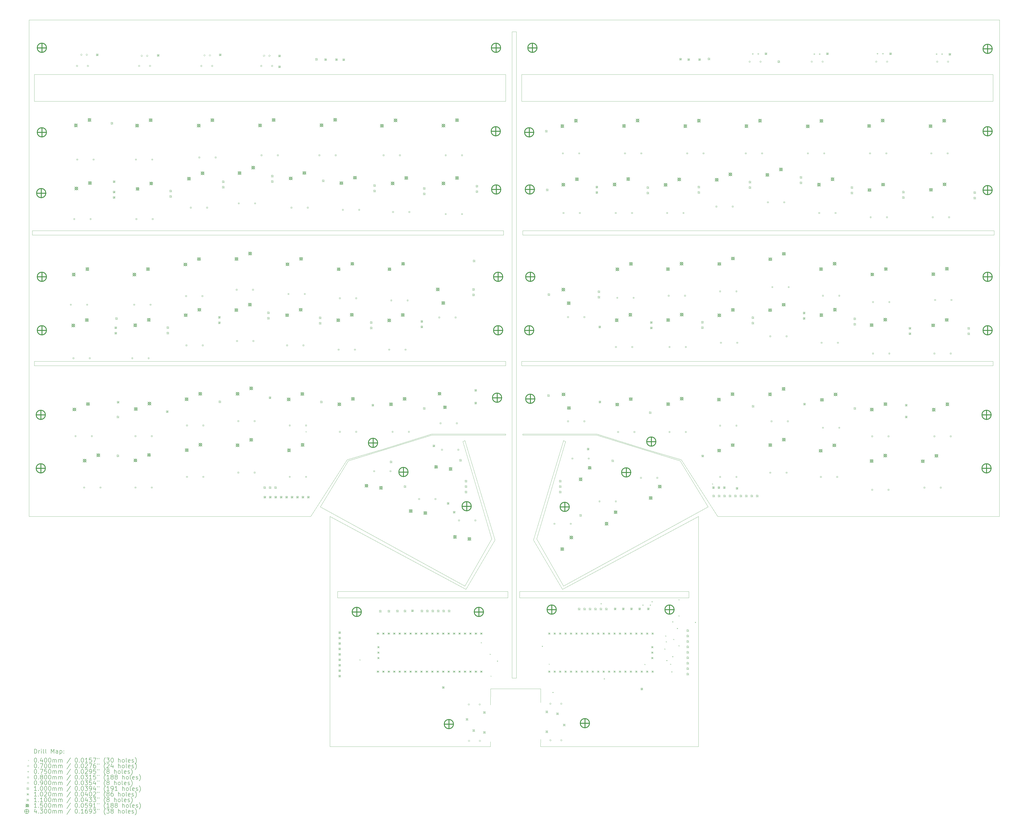
<source format=gbr>
%TF.GenerationSoftware,KiCad,Pcbnew,6.0.10-86aedd382b~118~ubuntu22.04.1*%
%TF.CreationDate,2022-12-26T18:26:50+01:00*%
%TF.ProjectId,Europe-flex,4575726f-7065-42d6-966c-65782e6b6963,rev?*%
%TF.SameCoordinates,Original*%
%TF.FileFunction,Drillmap*%
%TF.FilePolarity,Positive*%
%FSLAX45Y45*%
G04 Gerber Fmt 4.5, Leading zero omitted, Abs format (unit mm)*
G04 Created by KiCad (PCBNEW 6.0.10-86aedd382b~118~ubuntu22.04.1) date 2022-12-26 18:26:50*
%MOMM*%
%LPD*%
G01*
G04 APERTURE LIST*
%ADD10C,0.100000*%
%ADD11C,0.200000*%
%ADD12C,0.040000*%
%ADD13C,0.070000*%
%ADD14C,0.075000*%
%ADD15C,0.080000*%
%ADD16C,0.090000*%
%ADD17C,0.102000*%
%ADD18C,0.110000*%
%ADD19C,0.150000*%
%ADD20C,0.430000*%
G04 APERTURE END LIST*
D10*
X35050000Y-22800000D02*
X37300000Y-23500000D01*
X39800000Y-37400000D02*
X32430000Y-37400000D01*
X33450000Y-30050000D02*
X32100000Y-27750000D01*
X53850000Y-26650000D02*
X40700000Y-26650000D01*
X32250000Y-27700000D02*
X33500000Y-29900000D01*
X31600000Y-22850000D02*
X31600000Y-22800000D01*
X39800000Y-26650000D02*
X39800000Y-37400000D01*
X38950000Y-24050000D02*
X35050000Y-22850000D01*
X33500000Y-29900000D02*
X40250000Y-26200000D01*
X37300000Y-23500000D02*
X39000000Y-24000000D01*
X31600000Y-22800000D02*
X35050000Y-22800000D01*
X39000000Y-24000000D02*
X40700000Y-26650000D01*
X35050000Y-22850000D02*
X31600000Y-22850000D01*
X33500000Y-23100000D02*
X33600000Y-23150000D01*
X32100000Y-27750000D02*
X33500000Y-23100000D01*
X39800000Y-26650000D02*
X33450000Y-30050000D01*
X33600000Y-23150000D02*
X32250000Y-27700000D01*
X40250000Y-26200000D02*
X38950000Y-24050000D01*
X32432500Y-37061000D02*
X32430000Y-37400000D01*
X8800000Y-19400000D02*
X30800000Y-19400000D01*
X30800000Y-19400000D02*
X30800000Y-19600000D01*
X30800000Y-19600000D02*
X8800000Y-19600000D01*
X8800000Y-19600000D02*
X8800000Y-19400000D01*
X30094500Y-37173000D02*
X30090000Y-37400000D01*
X30300000Y-27750000D02*
X28950000Y-30050000D01*
X21700000Y-26650000D02*
X8550000Y-26650000D01*
X53855000Y-3450000D02*
X53850000Y-26650000D01*
X8550000Y-26650000D02*
X8550000Y-3450000D01*
X31600000Y-13300000D02*
X53600000Y-13300000D01*
X53600000Y-13300000D02*
X53600000Y-13500000D01*
X53600000Y-13500000D02*
X31600000Y-13500000D01*
X31600000Y-13500000D02*
X31600000Y-13300000D01*
X30800000Y-22800000D02*
X30800000Y-22850000D01*
X28900000Y-29900000D02*
X30150000Y-27700000D01*
X28900000Y-23100000D02*
X30300000Y-27750000D01*
X31450000Y-30150000D02*
X39350000Y-30150000D01*
X39350000Y-30150000D02*
X39350000Y-30450000D01*
X39350000Y-30450000D02*
X31450000Y-30450000D01*
X31450000Y-30450000D02*
X31450000Y-30150000D01*
X22950000Y-30150000D02*
X30900000Y-30150000D01*
X30900000Y-30150000D02*
X30900000Y-30450000D01*
X30900000Y-30450000D02*
X22950000Y-30450000D01*
X22950000Y-30450000D02*
X22950000Y-30150000D01*
X28950000Y-30050000D02*
X22600000Y-26650000D01*
X31100000Y-4000000D02*
X31300000Y-4000000D01*
X31300000Y-4000000D02*
X31300000Y-34200000D01*
X31300000Y-34200000D02*
X31100000Y-34200000D01*
X31100000Y-34200000D02*
X31100000Y-4000000D01*
X23450000Y-24050000D02*
X22150000Y-26200000D01*
X30150000Y-27700000D02*
X28800000Y-23150000D01*
X27350000Y-22850000D02*
X23450000Y-24050000D01*
X22600000Y-37400000D02*
X22600000Y-26650000D01*
X8550000Y-3450000D02*
X53855000Y-3450000D01*
X23400000Y-24000000D02*
X25100000Y-23500000D01*
X32432000Y-34700000D02*
X32432500Y-35341000D01*
X30100000Y-34700000D02*
X32432000Y-34700000D01*
X25100000Y-23500000D02*
X27350000Y-22800000D01*
X27350000Y-22800000D02*
X30800000Y-22800000D01*
X30094500Y-35453000D02*
X30100000Y-34700000D01*
X31550000Y-19400000D02*
X53550000Y-19400000D01*
X53550000Y-19400000D02*
X53550000Y-19600000D01*
X53550000Y-19600000D02*
X31550000Y-19600000D01*
X31550000Y-19600000D02*
X31550000Y-19400000D01*
X22150000Y-26200000D02*
X28900000Y-29900000D01*
X30090000Y-37400000D02*
X22600000Y-37400000D01*
X31550000Y-6000000D02*
X53550000Y-6000000D01*
X53550000Y-6000000D02*
X53550000Y-7250000D01*
X53550000Y-7250000D02*
X31550000Y-7250000D01*
X31550000Y-7250000D02*
X31550000Y-6000000D01*
X21700000Y-26650000D02*
X23400000Y-24000000D01*
X8800000Y-6000000D02*
X30800000Y-6000000D01*
X30800000Y-6000000D02*
X30800000Y-7250000D01*
X30800000Y-7250000D02*
X8800000Y-7250000D01*
X8800000Y-7250000D02*
X8800000Y-6000000D01*
X8700000Y-13300000D02*
X30700000Y-13300000D01*
X30700000Y-13300000D02*
X30700000Y-13500000D01*
X30700000Y-13500000D02*
X8700000Y-13500000D01*
X8700000Y-13500000D02*
X8700000Y-13300000D01*
X30800000Y-22850000D02*
X27350000Y-22850000D01*
X28800000Y-23150000D02*
X28900000Y-23100000D01*
D11*
D12*
X21467170Y-22673000D02*
X21507170Y-22713000D01*
X21507170Y-22673000D02*
X21467170Y-22713000D01*
X23980000Y-33330000D02*
X24020000Y-33370000D01*
X24020000Y-33330000D02*
X23980000Y-33370000D01*
X29645170Y-32522720D02*
X29685170Y-32562720D01*
X29685170Y-32522720D02*
X29645170Y-32562720D01*
X30060120Y-33065130D02*
X30100120Y-33105130D01*
X30100120Y-33065130D02*
X30060120Y-33105130D01*
X30095130Y-34086500D02*
X30135130Y-34126500D01*
X30135130Y-34086500D02*
X30095130Y-34126500D01*
X30394390Y-33385530D02*
X30434390Y-33425530D01*
X30434390Y-33385530D02*
X30394390Y-33425530D01*
X32492990Y-32696030D02*
X32532990Y-32736030D01*
X32532990Y-32696030D02*
X32492990Y-32736030D01*
X32814450Y-33527700D02*
X32854450Y-33567700D01*
X32854450Y-33527700D02*
X32814450Y-33567700D01*
X32988340Y-34849800D02*
X33028340Y-34889800D01*
X33028340Y-34849800D02*
X32988340Y-34889800D01*
X35235510Y-30702070D02*
X35275510Y-30742070D01*
X35275510Y-30702070D02*
X35235510Y-30742070D01*
X35384140Y-34215460D02*
X35424140Y-34255460D01*
X35424140Y-34215460D02*
X35384140Y-34255460D01*
X37188980Y-30768350D02*
X37228980Y-30808350D01*
X37228980Y-30768350D02*
X37188980Y-30808350D01*
X37281090Y-33541880D02*
X37321090Y-33581880D01*
X37321090Y-33541880D02*
X37281090Y-33581880D01*
X37535040Y-30768370D02*
X37575040Y-30808370D01*
X37575040Y-30768370D02*
X37535040Y-30808370D01*
X37614840Y-30612540D02*
X37654840Y-30652540D01*
X37654840Y-30612540D02*
X37614840Y-30652540D01*
X38211560Y-32818620D02*
X38251560Y-32858620D01*
X38251560Y-32818620D02*
X38211560Y-32858620D01*
X38252420Y-32214000D02*
X38292420Y-32254000D01*
X38292420Y-32214000D02*
X38252420Y-32254000D01*
X38280000Y-32480000D02*
X38320000Y-32520000D01*
X38320000Y-32480000D02*
X38280000Y-32520000D01*
X38304060Y-33358310D02*
X38344060Y-33398310D01*
X38344060Y-33358310D02*
X38304060Y-33398310D01*
X38480000Y-33530000D02*
X38520000Y-33570000D01*
X38520000Y-33530000D02*
X38480000Y-33570000D01*
X38536430Y-33889710D02*
X38576430Y-33929710D01*
X38576430Y-33889710D02*
X38536430Y-33929710D01*
X38580000Y-33180000D02*
X38620000Y-33220000D01*
X38620000Y-33180000D02*
X38580000Y-33220000D01*
X38580130Y-31552990D02*
X38620130Y-31592990D01*
X38620130Y-31552990D02*
X38580130Y-31592990D01*
X38626450Y-32375340D02*
X38666450Y-32415340D01*
X38666450Y-32375340D02*
X38626450Y-32415340D01*
X38797070Y-31861490D02*
X38837070Y-31901490D01*
X38837070Y-31861490D02*
X38797070Y-31901490D01*
X38868890Y-31273810D02*
X38908890Y-31313810D01*
X38908890Y-31273810D02*
X38868890Y-31313810D01*
X38871530Y-32669900D02*
X38911530Y-32709900D01*
X38911530Y-32669900D02*
X38871530Y-32709900D01*
X38873080Y-30517020D02*
X38913080Y-30557020D01*
X38913080Y-30517020D02*
X38873080Y-30557020D01*
X39638850Y-31578410D02*
X39678850Y-31618410D01*
X39678850Y-31578410D02*
X39638850Y-31618410D01*
X40435370Y-25107980D02*
X40475370Y-25147980D01*
X40475370Y-25107980D02*
X40435370Y-25147980D01*
D13*
X10827000Y-5600000D02*
G75*
G03*
X10827000Y-5600000I-35000J0D01*
G01*
X11335000Y-5600000D02*
G75*
G03*
X11335000Y-5600000I-35000J0D01*
G01*
X13727000Y-5600000D02*
G75*
G03*
X13727000Y-5600000I-35000J0D01*
G01*
X14235000Y-5600000D02*
G75*
G03*
X14235000Y-5600000I-35000J0D01*
G01*
X16627000Y-5600000D02*
G75*
G03*
X16627000Y-5600000I-35000J0D01*
G01*
X17135000Y-5600000D02*
G75*
G03*
X17135000Y-5600000I-35000J0D01*
G01*
X19427000Y-5600000D02*
G75*
G03*
X19427000Y-5600000I-35000J0D01*
G01*
X19935000Y-5600000D02*
G75*
G03*
X19935000Y-5600000I-35000J0D01*
G01*
X29118000Y-35434000D02*
G75*
G03*
X29118000Y-35434000I-35000J0D01*
G01*
X29126000Y-37134000D02*
G75*
G03*
X29126000Y-37134000I-35000J0D01*
G01*
X29626000Y-35434000D02*
G75*
G03*
X29626000Y-35434000I-35000J0D01*
G01*
X29634000Y-37134000D02*
G75*
G03*
X29634000Y-37134000I-35000J0D01*
G01*
X32923000Y-35400000D02*
G75*
G03*
X32923000Y-35400000I-35000J0D01*
G01*
X32927000Y-37108000D02*
G75*
G03*
X32927000Y-37108000I-35000J0D01*
G01*
X33431000Y-35400000D02*
G75*
G03*
X33431000Y-35400000I-35000J0D01*
G01*
X33435000Y-37108000D02*
G75*
G03*
X33435000Y-37108000I-35000J0D01*
G01*
X42227000Y-5400000D02*
G75*
G03*
X42227000Y-5400000I-35000J0D01*
G01*
X42735000Y-5400000D02*
G75*
G03*
X42735000Y-5400000I-35000J0D01*
G01*
X45127000Y-5400000D02*
G75*
G03*
X45127000Y-5400000I-35000J0D01*
G01*
X45635000Y-5400000D02*
G75*
G03*
X45635000Y-5400000I-35000J0D01*
G01*
X48135000Y-5400000D02*
G75*
G03*
X48135000Y-5400000I-35000J0D01*
G01*
X48643000Y-5400000D02*
G75*
G03*
X48643000Y-5400000I-35000J0D01*
G01*
X50981000Y-5400000D02*
G75*
G03*
X50981000Y-5400000I-35000J0D01*
G01*
X51489000Y-5400000D02*
G75*
G03*
X51489000Y-5400000I-35000J0D01*
G01*
D14*
X42336470Y-4996500D02*
X42336470Y-5071500D01*
X42298970Y-5034000D02*
X42373970Y-5034000D01*
X42590470Y-4996500D02*
X42590470Y-5071500D01*
X42552970Y-5034000D02*
X42627970Y-5034000D01*
X45206470Y-5006500D02*
X45206470Y-5081500D01*
X45168970Y-5044000D02*
X45243970Y-5044000D01*
X45460470Y-5006500D02*
X45460470Y-5081500D01*
X45422970Y-5044000D02*
X45497970Y-5044000D01*
X48156470Y-4986500D02*
X48156470Y-5061500D01*
X48118970Y-5024000D02*
X48193970Y-5024000D01*
X48410470Y-4986500D02*
X48410470Y-5061500D01*
X48372970Y-5024000D02*
X48447970Y-5024000D01*
X50918000Y-5006500D02*
X50918000Y-5081500D01*
X50880500Y-5044000D02*
X50955500Y-5044000D01*
X51172000Y-5006500D02*
X51172000Y-5081500D01*
X51134500Y-5044000D02*
X51209500Y-5044000D01*
D15*
X10526285Y-16778285D02*
X10526285Y-16721715D01*
X10469716Y-16721715D01*
X10469716Y-16778285D01*
X10526285Y-16778285D01*
X10647285Y-19278285D02*
X10647285Y-19221716D01*
X10590716Y-19221716D01*
X10590716Y-19278285D01*
X10647285Y-19278285D01*
X10688285Y-12778284D02*
X10688285Y-12721715D01*
X10631716Y-12721715D01*
X10631716Y-12778284D01*
X10688285Y-12778284D01*
X10747285Y-22921284D02*
X10747285Y-22864715D01*
X10690716Y-22864715D01*
X10690716Y-22921284D01*
X10747285Y-22921284D01*
X10828285Y-9998285D02*
X10828285Y-9941716D01*
X10771716Y-9941716D01*
X10771716Y-9998285D01*
X10828285Y-9998285D01*
X11147285Y-25321284D02*
X11147285Y-25264715D01*
X11090716Y-25264715D01*
X11090716Y-25321284D01*
X11147285Y-25321284D01*
X11288284Y-16778285D02*
X11288284Y-16721715D01*
X11231715Y-16721715D01*
X11231715Y-16778285D01*
X11288284Y-16778285D01*
X11409284Y-19278285D02*
X11409284Y-19221716D01*
X11352715Y-19221716D01*
X11352715Y-19278285D01*
X11409284Y-19278285D01*
X11450284Y-12778284D02*
X11450284Y-12721715D01*
X11393715Y-12721715D01*
X11393715Y-12778284D01*
X11450284Y-12778284D01*
X11509284Y-22921284D02*
X11509284Y-22864715D01*
X11452715Y-22864715D01*
X11452715Y-22921284D01*
X11509284Y-22921284D01*
X11590284Y-9998285D02*
X11590284Y-9941716D01*
X11533715Y-9941716D01*
X11533715Y-9998285D01*
X11590284Y-9998285D01*
X11909284Y-25321284D02*
X11909284Y-25264715D01*
X11852715Y-25264715D01*
X11852715Y-25321284D01*
X11909284Y-25321284D01*
X13397284Y-19278285D02*
X13397284Y-19221716D01*
X13340715Y-19221716D01*
X13340715Y-19278285D01*
X13397284Y-19278285D01*
X13488284Y-16778285D02*
X13488284Y-16721715D01*
X13431715Y-16721715D01*
X13431715Y-16778285D01*
X13488284Y-16778285D01*
X13547284Y-22921284D02*
X13547284Y-22864715D01*
X13490715Y-22864715D01*
X13490715Y-22921284D01*
X13547284Y-22921284D01*
X13547284Y-25321284D02*
X13547284Y-25264715D01*
X13490715Y-25264715D01*
X13490715Y-25321284D01*
X13547284Y-25321284D01*
X13566284Y-9998285D02*
X13566284Y-9941716D01*
X13509715Y-9941716D01*
X13509715Y-9998285D01*
X13566284Y-9998285D01*
X13588284Y-12778284D02*
X13588284Y-12721715D01*
X13531715Y-12721715D01*
X13531715Y-12778284D01*
X13588284Y-12778284D01*
X14159284Y-19278285D02*
X14159284Y-19221716D01*
X14102715Y-19221716D01*
X14102715Y-19278285D01*
X14159284Y-19278285D01*
X14250284Y-16778285D02*
X14250284Y-16721715D01*
X14193715Y-16721715D01*
X14193715Y-16778285D01*
X14250284Y-16778285D01*
X14309284Y-22921284D02*
X14309284Y-22864715D01*
X14252715Y-22864715D01*
X14252715Y-22921284D01*
X14309284Y-22921284D01*
X14309284Y-25321284D02*
X14309284Y-25264715D01*
X14252715Y-25264715D01*
X14252715Y-25321284D01*
X14309284Y-25321284D01*
X14328284Y-9998285D02*
X14328284Y-9941716D01*
X14271715Y-9941716D01*
X14271715Y-9998285D01*
X14328284Y-9998285D01*
X14350284Y-12778284D02*
X14350284Y-12721715D01*
X14293715Y-12721715D01*
X14293715Y-12778284D01*
X14350284Y-12778284D01*
X15907284Y-16378284D02*
X15907284Y-16321715D01*
X15850715Y-16321715D01*
X15850715Y-16378284D01*
X15907284Y-16378284D01*
X15926284Y-18678285D02*
X15926284Y-18621716D01*
X15869715Y-18621716D01*
X15869715Y-18678285D01*
X15926284Y-18678285D01*
X15947284Y-22421284D02*
X15947284Y-22364716D01*
X15890715Y-22364716D01*
X15890715Y-22421284D01*
X15947284Y-22421284D01*
X15947284Y-24821284D02*
X15947284Y-24764715D01*
X15890715Y-24764715D01*
X15890715Y-24821284D01*
X15947284Y-24821284D01*
X16128284Y-12246284D02*
X16128284Y-12189715D01*
X16071715Y-12189715D01*
X16071715Y-12246284D01*
X16128284Y-12246284D01*
X16528284Y-9898285D02*
X16528284Y-9841716D01*
X16471715Y-9841716D01*
X16471715Y-9898285D01*
X16528284Y-9898285D01*
X16669284Y-16378284D02*
X16669284Y-16321715D01*
X16612715Y-16321715D01*
X16612715Y-16378284D01*
X16669284Y-16378284D01*
X16688284Y-18678285D02*
X16688284Y-18621716D01*
X16631715Y-18621716D01*
X16631715Y-18678285D01*
X16688284Y-18678285D01*
X16709284Y-22421284D02*
X16709284Y-22364716D01*
X16652715Y-22364716D01*
X16652715Y-22421284D01*
X16709284Y-22421284D01*
X16709284Y-24821284D02*
X16709284Y-24764715D01*
X16652715Y-24764715D01*
X16652715Y-24821284D01*
X16709284Y-24821284D01*
X16890285Y-12246284D02*
X16890285Y-12189715D01*
X16833716Y-12189715D01*
X16833716Y-12246284D01*
X16890285Y-12246284D01*
X17290285Y-9898285D02*
X17290285Y-9841716D01*
X17233716Y-9841716D01*
X17233716Y-9898285D01*
X17290285Y-9898285D01*
X18269285Y-16078284D02*
X18269285Y-16021715D01*
X18212716Y-16021715D01*
X18212716Y-16078284D01*
X18269285Y-16078284D01*
X18288285Y-18478285D02*
X18288285Y-18421716D01*
X18231716Y-18421716D01*
X18231716Y-18478285D01*
X18288285Y-18478285D01*
X18347285Y-22221285D02*
X18347285Y-22164716D01*
X18290716Y-22164716D01*
X18290716Y-22221285D01*
X18347285Y-22221285D01*
X18347285Y-24621284D02*
X18347285Y-24564715D01*
X18290716Y-24564715D01*
X18290716Y-24621284D01*
X18347285Y-24621284D01*
X18366285Y-12046284D02*
X18366285Y-11989715D01*
X18309716Y-11989715D01*
X18309716Y-12046284D01*
X18366285Y-12046284D01*
X19031285Y-16078284D02*
X19031285Y-16021715D01*
X18974716Y-16021715D01*
X18974716Y-16078284D01*
X19031285Y-16078284D01*
X19050285Y-18478285D02*
X19050285Y-18421716D01*
X18993716Y-18421716D01*
X18993716Y-18478285D01*
X19050285Y-18478285D01*
X19109285Y-22221285D02*
X19109285Y-22164716D01*
X19052716Y-22164716D01*
X19052716Y-22221285D01*
X19109285Y-22221285D01*
X19109285Y-24621284D02*
X19109285Y-24564715D01*
X19052716Y-24564715D01*
X19052716Y-24621284D01*
X19109285Y-24621284D01*
X19128285Y-12046284D02*
X19128285Y-11989715D01*
X19071716Y-11989715D01*
X19071716Y-12046284D01*
X19128285Y-12046284D01*
X19428285Y-9798285D02*
X19428285Y-9741716D01*
X19371716Y-9741716D01*
X19371716Y-9798285D01*
X19428285Y-9798285D01*
X20190285Y-9798285D02*
X20190285Y-9741716D01*
X20133716Y-9741716D01*
X20133716Y-9798285D01*
X20190285Y-9798285D01*
X20626285Y-18678285D02*
X20626285Y-18621716D01*
X20569716Y-18621716D01*
X20569716Y-18678285D01*
X20626285Y-18678285D01*
X20688285Y-16278284D02*
X20688285Y-16221715D01*
X20631716Y-16221715D01*
X20631716Y-16278284D01*
X20688285Y-16278284D01*
X20747285Y-22421284D02*
X20747285Y-22364716D01*
X20690716Y-22364716D01*
X20690716Y-22421284D01*
X20747285Y-22421284D01*
X20747285Y-24821284D02*
X20747285Y-24764715D01*
X20690716Y-24764715D01*
X20690716Y-24821284D01*
X20747285Y-24821284D01*
X20828285Y-12246284D02*
X20828285Y-12189715D01*
X20771716Y-12189715D01*
X20771716Y-12246284D01*
X20828285Y-12246284D01*
X21388285Y-18678285D02*
X21388285Y-18621716D01*
X21331716Y-18621716D01*
X21331716Y-18678285D01*
X21388285Y-18678285D01*
X21450285Y-16278284D02*
X21450285Y-16221715D01*
X21393716Y-16221715D01*
X21393716Y-16278284D01*
X21450285Y-16278284D01*
X21509285Y-22421284D02*
X21509285Y-22364716D01*
X21452716Y-22364716D01*
X21452716Y-22421284D01*
X21509285Y-22421284D01*
X21509285Y-24821284D02*
X21509285Y-24764715D01*
X21452716Y-24764715D01*
X21452716Y-24821284D01*
X21509285Y-24821284D01*
X21590285Y-12246284D02*
X21590285Y-12189715D01*
X21533716Y-12189715D01*
X21533716Y-12246284D01*
X21590285Y-12246284D01*
X22128285Y-9798285D02*
X22128285Y-9741716D01*
X22071716Y-9741716D01*
X22071716Y-9798285D01*
X22128285Y-9798285D01*
X22890284Y-9798285D02*
X22890284Y-9741716D01*
X22833715Y-9741716D01*
X22833715Y-9798285D01*
X22890284Y-9798285D01*
X23026284Y-18878285D02*
X23026284Y-18821716D01*
X22969715Y-18821716D01*
X22969715Y-18878285D01*
X23026284Y-18878285D01*
X23085284Y-22721284D02*
X23085284Y-22664715D01*
X23028715Y-22664715D01*
X23028715Y-22721284D01*
X23085284Y-22721284D01*
X23088284Y-16478284D02*
X23088284Y-16421715D01*
X23031715Y-16421715D01*
X23031715Y-16478284D01*
X23088284Y-16478284D01*
X23228284Y-12346284D02*
X23228284Y-12289715D01*
X23171715Y-12289715D01*
X23171715Y-12346284D01*
X23228284Y-12346284D01*
X23788284Y-18878285D02*
X23788284Y-18821716D01*
X23731715Y-18821716D01*
X23731715Y-18878285D01*
X23788284Y-18878285D01*
X23847284Y-22721284D02*
X23847284Y-22664715D01*
X23790715Y-22664715D01*
X23790715Y-22721284D01*
X23847284Y-22721284D01*
X23850284Y-16478284D02*
X23850284Y-16421715D01*
X23793715Y-16421715D01*
X23793715Y-16478284D01*
X23850284Y-16478284D01*
X23990284Y-12346284D02*
X23990284Y-12289715D01*
X23933715Y-12289715D01*
X23933715Y-12346284D01*
X23990284Y-12346284D01*
X24689684Y-24559484D02*
X24689684Y-24502915D01*
X24633115Y-24502915D01*
X24633115Y-24559484D01*
X24689684Y-24559484D01*
X25128284Y-9798285D02*
X25128284Y-9741716D01*
X25071715Y-9741716D01*
X25071715Y-9798285D01*
X25128284Y-9798285D01*
X25388284Y-18878285D02*
X25388284Y-18821716D01*
X25331715Y-18821716D01*
X25331715Y-18878285D01*
X25388284Y-18878285D01*
X25451684Y-24559484D02*
X25451684Y-24502915D01*
X25395115Y-24502915D01*
X25395115Y-24559484D01*
X25451684Y-24559484D01*
X25488284Y-16578284D02*
X25488284Y-16521715D01*
X25431715Y-16521715D01*
X25431715Y-16578284D01*
X25488284Y-16578284D01*
X25547284Y-22721284D02*
X25547284Y-22664715D01*
X25490715Y-22664715D01*
X25490715Y-22721284D01*
X25547284Y-22721284D01*
X25566284Y-12446284D02*
X25566284Y-12389715D01*
X25509715Y-12389715D01*
X25509715Y-12446284D01*
X25566284Y-12446284D01*
X25890284Y-9798285D02*
X25890284Y-9741716D01*
X25833715Y-9741716D01*
X25833715Y-9798285D01*
X25890284Y-9798285D01*
X26150284Y-18878285D02*
X26150284Y-18821716D01*
X26093715Y-18821716D01*
X26093715Y-18878285D01*
X26150284Y-18878285D01*
X26250284Y-16578284D02*
X26250284Y-16521715D01*
X26193715Y-16521715D01*
X26193715Y-16578284D01*
X26250284Y-16578284D01*
X26309284Y-22721284D02*
X26309284Y-22664715D01*
X26252715Y-22664715D01*
X26252715Y-22721284D01*
X26309284Y-22721284D01*
X26328284Y-12446284D02*
X26328284Y-12389715D01*
X26271715Y-12389715D01*
X26271715Y-12446284D01*
X26328284Y-12446284D01*
X26789684Y-25859484D02*
X26789684Y-25802915D01*
X26733115Y-25802915D01*
X26733115Y-25859484D01*
X26789684Y-25859484D01*
X27551684Y-25859484D02*
X27551684Y-25802915D01*
X27495115Y-25802915D01*
X27495115Y-25859484D01*
X27551684Y-25859484D01*
X27726284Y-17378285D02*
X27726284Y-17321716D01*
X27669715Y-17321716D01*
X27669715Y-17378285D01*
X27726284Y-17378285D01*
X27785284Y-22321285D02*
X27785284Y-22264716D01*
X27728715Y-22264716D01*
X27728715Y-22321285D01*
X27785284Y-22321285D01*
X27851684Y-23559484D02*
X27851684Y-23502915D01*
X27795115Y-23502915D01*
X27795115Y-23559484D01*
X27851684Y-23559484D01*
X28028284Y-9798285D02*
X28028284Y-9741716D01*
X27971715Y-9741716D01*
X27971715Y-9798285D01*
X28028284Y-9798285D01*
X28028284Y-12546284D02*
X28028284Y-12489715D01*
X27971715Y-12489715D01*
X27971715Y-12546284D01*
X28028284Y-12546284D01*
X28488284Y-17378285D02*
X28488284Y-17321716D01*
X28431715Y-17321716D01*
X28431715Y-17378285D01*
X28488284Y-17378285D01*
X28547284Y-22321285D02*
X28547284Y-22264716D01*
X28490715Y-22264716D01*
X28490715Y-22321285D01*
X28547284Y-22321285D01*
X28613684Y-23559484D02*
X28613684Y-23502915D01*
X28557115Y-23502915D01*
X28557115Y-23559484D01*
X28613684Y-23559484D01*
X28651684Y-26859484D02*
X28651684Y-26802915D01*
X28595115Y-26802915D01*
X28595115Y-26859484D01*
X28651684Y-26859484D01*
X28790284Y-9798285D02*
X28790284Y-9741716D01*
X28733715Y-9741716D01*
X28733715Y-9798285D01*
X28790284Y-9798285D01*
X28790284Y-12546284D02*
X28790284Y-12489715D01*
X28733715Y-12489715D01*
X28733715Y-12546284D01*
X28790284Y-12546284D01*
X29413684Y-26859484D02*
X29413684Y-26802915D01*
X29357115Y-26802915D01*
X29357115Y-26859484D01*
X29413684Y-26859484D01*
X33106284Y-27016284D02*
X33106284Y-26959715D01*
X33049715Y-26959715D01*
X33049715Y-27016284D01*
X33106284Y-27016284D01*
X33498284Y-9708285D02*
X33498284Y-9651716D01*
X33441715Y-9651716D01*
X33441715Y-9708285D01*
X33498284Y-9708285D01*
X33528284Y-12494284D02*
X33528284Y-12437715D01*
X33471715Y-12437715D01*
X33471715Y-12494284D01*
X33528284Y-12494284D01*
X33738285Y-17358285D02*
X33738285Y-17301716D01*
X33681716Y-17301716D01*
X33681716Y-17358285D01*
X33738285Y-17358285D01*
X33738285Y-22228285D02*
X33738285Y-22171716D01*
X33681716Y-22171716D01*
X33681716Y-22228285D01*
X33738285Y-22228285D01*
X33868285Y-27016284D02*
X33868285Y-26959715D01*
X33811716Y-26959715D01*
X33811716Y-27016284D01*
X33868285Y-27016284D01*
X33944285Y-23968284D02*
X33944285Y-23911715D01*
X33887716Y-23911715D01*
X33887716Y-23968284D01*
X33944285Y-23968284D01*
X34260285Y-9708285D02*
X34260285Y-9651716D01*
X34203716Y-9651716D01*
X34203716Y-9708285D01*
X34260285Y-9708285D01*
X34290285Y-12494284D02*
X34290285Y-12437715D01*
X34233716Y-12437715D01*
X34233716Y-12494284D01*
X34290285Y-12494284D01*
X34500285Y-17358285D02*
X34500285Y-17301716D01*
X34443716Y-17301716D01*
X34443716Y-17358285D01*
X34500285Y-17358285D01*
X34500285Y-22228285D02*
X34500285Y-22171716D01*
X34443716Y-22171716D01*
X34443716Y-22228285D01*
X34500285Y-22228285D01*
X34706285Y-23968284D02*
X34706285Y-23911715D01*
X34649716Y-23911715D01*
X34649716Y-23968284D01*
X34706285Y-23968284D01*
X35206285Y-25968284D02*
X35206285Y-25911715D01*
X35149716Y-25911715D01*
X35149716Y-25968284D01*
X35206285Y-25968284D01*
X35966285Y-12494284D02*
X35966285Y-12437715D01*
X35909716Y-12437715D01*
X35909716Y-12494284D01*
X35966285Y-12494284D01*
X35968285Y-25968284D02*
X35968285Y-25911715D01*
X35911716Y-25911715D01*
X35911716Y-25968284D01*
X35968285Y-25968284D01*
X35976285Y-18758285D02*
X35976285Y-18701716D01*
X35919716Y-18701716D01*
X35919716Y-18758285D01*
X35976285Y-18758285D01*
X36038285Y-16458284D02*
X36038285Y-16401715D01*
X35981716Y-16401715D01*
X35981716Y-16458284D01*
X36038285Y-16458284D01*
X36076285Y-22728284D02*
X36076285Y-22671715D01*
X36019716Y-22671715D01*
X36019716Y-22728284D01*
X36076285Y-22728284D01*
X36398285Y-9708285D02*
X36398285Y-9651716D01*
X36341716Y-9651716D01*
X36341716Y-9708285D01*
X36398285Y-9708285D01*
X36728285Y-12494284D02*
X36728285Y-12437715D01*
X36671716Y-12437715D01*
X36671716Y-12494284D01*
X36728285Y-12494284D01*
X36738285Y-18758285D02*
X36738285Y-18701716D01*
X36681716Y-18701716D01*
X36681716Y-18758285D01*
X36738285Y-18758285D01*
X36800285Y-16458284D02*
X36800285Y-16401715D01*
X36743716Y-16401715D01*
X36743716Y-16458284D01*
X36800285Y-16458284D01*
X36838285Y-22728284D02*
X36838285Y-22671715D01*
X36781716Y-22671715D01*
X36781716Y-22728284D01*
X36838285Y-22728284D01*
X37144285Y-24868284D02*
X37144285Y-24811715D01*
X37087716Y-24811715D01*
X37087716Y-24868284D01*
X37144285Y-24868284D01*
X37160285Y-9708285D02*
X37160285Y-9651716D01*
X37103716Y-9651716D01*
X37103716Y-9708285D01*
X37160285Y-9708285D01*
X37906285Y-24868284D02*
X37906285Y-24811715D01*
X37849716Y-24811715D01*
X37849716Y-24868284D01*
X37906285Y-24868284D01*
X38366285Y-12494284D02*
X38366285Y-12437715D01*
X38309716Y-12437715D01*
X38309716Y-12494284D01*
X38366285Y-12494284D01*
X38438285Y-16358284D02*
X38438285Y-16301715D01*
X38381716Y-16301715D01*
X38381716Y-16358284D01*
X38438285Y-16358284D01*
X38476285Y-18758285D02*
X38476285Y-18701716D01*
X38419716Y-18701716D01*
X38419716Y-18758285D01*
X38476285Y-18758285D01*
X38476285Y-22728284D02*
X38476285Y-22671715D01*
X38419716Y-22671715D01*
X38419716Y-22728284D01*
X38476285Y-22728284D01*
X39128285Y-12494284D02*
X39128285Y-12437715D01*
X39071716Y-12437715D01*
X39071716Y-12494284D01*
X39128285Y-12494284D01*
X39200285Y-16358284D02*
X39200285Y-16301715D01*
X39143716Y-16301715D01*
X39143716Y-16358284D01*
X39200285Y-16358284D01*
X39238285Y-18758285D02*
X39238285Y-18701716D01*
X39181716Y-18701716D01*
X39181716Y-18758285D01*
X39238285Y-18758285D01*
X39238285Y-22728284D02*
X39238285Y-22671715D01*
X39181716Y-22671715D01*
X39181716Y-22728284D01*
X39238285Y-22728284D01*
X39298285Y-9708285D02*
X39298285Y-9651716D01*
X39241716Y-9651716D01*
X39241716Y-9708285D01*
X39298285Y-9708285D01*
X40060285Y-9708285D02*
X40060285Y-9651716D01*
X40003716Y-9651716D01*
X40003716Y-9708285D01*
X40060285Y-9708285D01*
X40666285Y-12194284D02*
X40666285Y-12137715D01*
X40609716Y-12137715D01*
X40609716Y-12194284D01*
X40666285Y-12194284D01*
X40838285Y-16158284D02*
X40838285Y-16101715D01*
X40781716Y-16101715D01*
X40781716Y-16158284D01*
X40838285Y-16158284D01*
X40838285Y-22428284D02*
X40838285Y-22371715D01*
X40781716Y-22371715D01*
X40781716Y-22428284D01*
X40838285Y-22428284D01*
X40838285Y-24828284D02*
X40838285Y-24771715D01*
X40781716Y-24771715D01*
X40781716Y-24828284D01*
X40838285Y-24828284D01*
X40876285Y-18558285D02*
X40876285Y-18501716D01*
X40819716Y-18501716D01*
X40819716Y-18558285D01*
X40876285Y-18558285D01*
X41428285Y-12194284D02*
X41428285Y-12137715D01*
X41371716Y-12137715D01*
X41371716Y-12194284D01*
X41428285Y-12194284D01*
X41600285Y-16158284D02*
X41600285Y-16101715D01*
X41543716Y-16101715D01*
X41543716Y-16158284D01*
X41600285Y-16158284D01*
X41600285Y-22428284D02*
X41600285Y-22371715D01*
X41543716Y-22371715D01*
X41543716Y-22428284D01*
X41600285Y-22428284D01*
X41600285Y-24828284D02*
X41600285Y-24771715D01*
X41543716Y-24771715D01*
X41543716Y-24828284D01*
X41600285Y-24828284D01*
X41638285Y-18558285D02*
X41638285Y-18501716D01*
X41581716Y-18501716D01*
X41581716Y-18558285D01*
X41638285Y-18558285D01*
X42036285Y-9708285D02*
X42036285Y-9651716D01*
X41979716Y-9651716D01*
X41979716Y-9708285D01*
X42036285Y-9708285D01*
X42798285Y-9708285D02*
X42798285Y-9651716D01*
X42741716Y-9651716D01*
X42741716Y-9708285D01*
X42798285Y-9708285D01*
X43066285Y-11994284D02*
X43066285Y-11937715D01*
X43009716Y-11937715D01*
X43009716Y-11994284D01*
X43066285Y-11994284D01*
X43176285Y-18258285D02*
X43176285Y-18201716D01*
X43119716Y-18201716D01*
X43119716Y-18258285D01*
X43176285Y-18258285D01*
X43176285Y-24628284D02*
X43176285Y-24571715D01*
X43119716Y-24571715D01*
X43119716Y-24628284D01*
X43176285Y-24628284D01*
X43238285Y-22228285D02*
X43238285Y-22171716D01*
X43181716Y-22171716D01*
X43181716Y-22228285D01*
X43238285Y-22228285D01*
X43276285Y-15958284D02*
X43276285Y-15901715D01*
X43219716Y-15901715D01*
X43219716Y-15958284D01*
X43276285Y-15958284D01*
X43828285Y-11994284D02*
X43828285Y-11937715D01*
X43771716Y-11937715D01*
X43771716Y-11994284D01*
X43828285Y-11994284D01*
X43938285Y-18258285D02*
X43938285Y-18201716D01*
X43881716Y-18201716D01*
X43881716Y-18258285D01*
X43938285Y-18258285D01*
X43938285Y-24628284D02*
X43938285Y-24571715D01*
X43881716Y-24571715D01*
X43881716Y-24628284D01*
X43938285Y-24628284D01*
X44000285Y-22228285D02*
X44000285Y-22171716D01*
X43943716Y-22171716D01*
X43943716Y-22228285D01*
X44000285Y-22228285D01*
X44038285Y-15958284D02*
X44038285Y-15901715D01*
X43981716Y-15901715D01*
X43981716Y-15958284D01*
X44038285Y-15958284D01*
X44936284Y-9708285D02*
X44936284Y-9651716D01*
X44879715Y-9651716D01*
X44879715Y-9708285D01*
X44936284Y-9708285D01*
X45466284Y-12494284D02*
X45466284Y-12437715D01*
X45409715Y-12437715D01*
X45409715Y-12494284D01*
X45466284Y-12494284D01*
X45538284Y-24828284D02*
X45538284Y-24771715D01*
X45481715Y-24771715D01*
X45481715Y-24828284D01*
X45538284Y-24828284D01*
X45576284Y-18558285D02*
X45576284Y-18501716D01*
X45519715Y-18501716D01*
X45519715Y-18558285D01*
X45576284Y-18558285D01*
X45638284Y-16358284D02*
X45638284Y-16301715D01*
X45581715Y-16301715D01*
X45581715Y-16358284D01*
X45638284Y-16358284D01*
X45638284Y-22528284D02*
X45638284Y-22471715D01*
X45581715Y-22471715D01*
X45581715Y-22528284D01*
X45638284Y-22528284D01*
X45698284Y-9708285D02*
X45698284Y-9651716D01*
X45641715Y-9651716D01*
X45641715Y-9708285D01*
X45698284Y-9708285D01*
X46228284Y-12494284D02*
X46228284Y-12437715D01*
X46171715Y-12437715D01*
X46171715Y-12494284D01*
X46228284Y-12494284D01*
X46300284Y-24828284D02*
X46300284Y-24771715D01*
X46243715Y-24771715D01*
X46243715Y-24828284D01*
X46300284Y-24828284D01*
X46338284Y-18558285D02*
X46338284Y-18501716D01*
X46281715Y-18501716D01*
X46281715Y-18558285D01*
X46338284Y-18558285D01*
X46400284Y-16358284D02*
X46400284Y-16301715D01*
X46343715Y-16301715D01*
X46343715Y-16358284D01*
X46400284Y-16358284D01*
X46400284Y-22528284D02*
X46400284Y-22471715D01*
X46343715Y-22471715D01*
X46343715Y-22528284D01*
X46400284Y-22528284D01*
X47836284Y-9708285D02*
X47836284Y-9651716D01*
X47779715Y-9651716D01*
X47779715Y-9708285D01*
X47836284Y-9708285D01*
X47866284Y-12694284D02*
X47866284Y-12637715D01*
X47809715Y-12637715D01*
X47809715Y-12694284D01*
X47866284Y-12694284D01*
X47938284Y-22928284D02*
X47938284Y-22871715D01*
X47881715Y-22871715D01*
X47881715Y-22928284D01*
X47938284Y-22928284D01*
X47938284Y-25428284D02*
X47938284Y-25371715D01*
X47881715Y-25371715D01*
X47881715Y-25428284D01*
X47938284Y-25428284D01*
X47976284Y-16658284D02*
X47976284Y-16601715D01*
X47919715Y-16601715D01*
X47919715Y-16658284D01*
X47976284Y-16658284D01*
X47976284Y-19058285D02*
X47976284Y-19001716D01*
X47919715Y-19001716D01*
X47919715Y-19058285D01*
X47976284Y-19058285D01*
X48598284Y-9708285D02*
X48598284Y-9651716D01*
X48541715Y-9651716D01*
X48541715Y-9708285D01*
X48598284Y-9708285D01*
X48628284Y-12694284D02*
X48628284Y-12637715D01*
X48571715Y-12637715D01*
X48571715Y-12694284D01*
X48628284Y-12694284D01*
X48700284Y-22928284D02*
X48700284Y-22871715D01*
X48643715Y-22871715D01*
X48643715Y-22928284D01*
X48700284Y-22928284D01*
X48700284Y-25428284D02*
X48700284Y-25371715D01*
X48643715Y-25371715D01*
X48643715Y-25428284D01*
X48700284Y-25428284D01*
X48738284Y-16658284D02*
X48738284Y-16601715D01*
X48681715Y-16601715D01*
X48681715Y-16658284D01*
X48738284Y-16658284D01*
X48738284Y-19058285D02*
X48738284Y-19001716D01*
X48681715Y-19001716D01*
X48681715Y-19058285D01*
X48738284Y-19058285D01*
X50376284Y-25328284D02*
X50376284Y-25271715D01*
X50319715Y-25271715D01*
X50319715Y-25328284D01*
X50376284Y-25328284D01*
X50698284Y-9708285D02*
X50698284Y-9651716D01*
X50641715Y-9651716D01*
X50641715Y-9708285D01*
X50698284Y-9708285D01*
X50766284Y-12694284D02*
X50766284Y-12637715D01*
X50709715Y-12637715D01*
X50709715Y-12694284D01*
X50766284Y-12694284D01*
X50838284Y-19058285D02*
X50838284Y-19001716D01*
X50781715Y-19001716D01*
X50781715Y-19058285D01*
X50838284Y-19058285D01*
X50838284Y-22928284D02*
X50838284Y-22871715D01*
X50781715Y-22871715D01*
X50781715Y-22928284D01*
X50838284Y-22928284D01*
X50876284Y-16558284D02*
X50876284Y-16501715D01*
X50819715Y-16501715D01*
X50819715Y-16558284D01*
X50876284Y-16558284D01*
X51138284Y-25328284D02*
X51138284Y-25271715D01*
X51081715Y-25271715D01*
X51081715Y-25328284D01*
X51138284Y-25328284D01*
X51460284Y-9708285D02*
X51460284Y-9651716D01*
X51403715Y-9651716D01*
X51403715Y-9708285D01*
X51460284Y-9708285D01*
X51528284Y-12694284D02*
X51528284Y-12637715D01*
X51471715Y-12637715D01*
X51471715Y-12694284D01*
X51528284Y-12694284D01*
X51600284Y-19058285D02*
X51600284Y-19001716D01*
X51543715Y-19001716D01*
X51543715Y-19058285D01*
X51600284Y-19058285D01*
X51600284Y-22928284D02*
X51600284Y-22871715D01*
X51543715Y-22871715D01*
X51543715Y-22928284D01*
X51600284Y-22928284D01*
X51638284Y-16558284D02*
X51638284Y-16501715D01*
X51581715Y-16501715D01*
X51581715Y-16558284D01*
X51638284Y-16558284D01*
D16*
X10990000Y-5115000D02*
X11035000Y-5070000D01*
X10990000Y-5025000D01*
X10945000Y-5070000D01*
X10990000Y-5115000D01*
X11244000Y-5115000D02*
X11289000Y-5070000D01*
X11244000Y-5025000D01*
X11199000Y-5070000D01*
X11244000Y-5115000D01*
X13810000Y-5165000D02*
X13855000Y-5120000D01*
X13810000Y-5075000D01*
X13765000Y-5120000D01*
X13810000Y-5165000D01*
X14064000Y-5165000D02*
X14109000Y-5120000D01*
X14064000Y-5075000D01*
X14019000Y-5120000D01*
X14064000Y-5165000D01*
X16740000Y-5145000D02*
X16785000Y-5100000D01*
X16740000Y-5055000D01*
X16695000Y-5100000D01*
X16740000Y-5145000D01*
X16994000Y-5145000D02*
X17039000Y-5100000D01*
X16994000Y-5055000D01*
X16949000Y-5100000D01*
X16994000Y-5145000D01*
X19520000Y-5165000D02*
X19565000Y-5120000D01*
X19520000Y-5075000D01*
X19475000Y-5120000D01*
X19520000Y-5165000D01*
X19774000Y-5165000D02*
X19819000Y-5120000D01*
X19774000Y-5075000D01*
X19729000Y-5120000D01*
X19774000Y-5165000D01*
D10*
X11684800Y-5030000D02*
X11784800Y-5130000D01*
X11784800Y-5030000D02*
X11684800Y-5130000D01*
X11784800Y-5080000D02*
G75*
G03*
X11784800Y-5080000I-50000J0D01*
G01*
X12368000Y-8228000D02*
X12468000Y-8328000D01*
X12468000Y-8228000D02*
X12368000Y-8328000D01*
X12468000Y-8278000D02*
G75*
G03*
X12468000Y-8278000I-50000J0D01*
G01*
X12469000Y-11438000D02*
X12569000Y-11538000D01*
X12569000Y-11438000D02*
X12469000Y-11538000D01*
X12569000Y-11488000D02*
G75*
G03*
X12569000Y-11488000I-50000J0D01*
G01*
X12469000Y-11692000D02*
X12569000Y-11792000D01*
X12569000Y-11692000D02*
X12469000Y-11792000D01*
X12569000Y-11742000D02*
G75*
G03*
X12569000Y-11742000I-50000J0D01*
G01*
X12474000Y-10956000D02*
X12574000Y-11056000D01*
X12574000Y-10956000D02*
X12474000Y-11056000D01*
X12574000Y-11006000D02*
G75*
G03*
X12574000Y-11006000I-50000J0D01*
G01*
X12550000Y-17781000D02*
X12650000Y-17881000D01*
X12650000Y-17781000D02*
X12550000Y-17881000D01*
X12650000Y-17831000D02*
G75*
G03*
X12650000Y-17831000I-50000J0D01*
G01*
X12550000Y-18035000D02*
X12650000Y-18135000D01*
X12650000Y-18035000D02*
X12550000Y-18135000D01*
X12650000Y-18085000D02*
G75*
G03*
X12650000Y-18085000I-50000J0D01*
G01*
X12583000Y-17350000D02*
X12683000Y-17450000D01*
X12683000Y-17350000D02*
X12583000Y-17450000D01*
X12683000Y-17400000D02*
G75*
G03*
X12683000Y-17400000I-50000J0D01*
G01*
X12647500Y-23764500D02*
X12747500Y-23864500D01*
X12747500Y-23764500D02*
X12647500Y-23864500D01*
X12747500Y-23814500D02*
G75*
G03*
X12747500Y-23814500I-50000J0D01*
G01*
X12650000Y-21950000D02*
X12750000Y-22050000D01*
X12750000Y-21950000D02*
X12650000Y-22050000D01*
X12750000Y-22000000D02*
G75*
G03*
X12750000Y-22000000I-50000J0D01*
G01*
X12656500Y-21259500D02*
X12756500Y-21359500D01*
X12756500Y-21259500D02*
X12656500Y-21359500D01*
X12756500Y-21309500D02*
G75*
G03*
X12756500Y-21309500I-50000J0D01*
G01*
X14529600Y-5055400D02*
X14629600Y-5155400D01*
X14629600Y-5055400D02*
X14529600Y-5155400D01*
X14629600Y-5105400D02*
G75*
G03*
X14629600Y-5105400I-50000J0D01*
G01*
X14950000Y-21700000D02*
X15050000Y-21800000D01*
X15050000Y-21700000D02*
X14950000Y-21800000D01*
X15050000Y-21750000D02*
G75*
G03*
X15050000Y-21750000I-50000J0D01*
G01*
X14981000Y-17777000D02*
X15081000Y-17877000D01*
X15081000Y-17777000D02*
X14981000Y-17877000D01*
X15081000Y-17827000D02*
G75*
G03*
X15081000Y-17827000I-50000J0D01*
G01*
X14981000Y-18031000D02*
X15081000Y-18131000D01*
X15081000Y-18031000D02*
X14981000Y-18131000D01*
X15081000Y-18081000D02*
G75*
G03*
X15081000Y-18081000I-50000J0D01*
G01*
X15111000Y-11392000D02*
X15211000Y-11492000D01*
X15211000Y-11392000D02*
X15111000Y-11492000D01*
X15211000Y-11442000D02*
G75*
G03*
X15211000Y-11442000I-50000J0D01*
G01*
X15111000Y-11646000D02*
X15211000Y-11746000D01*
X15211000Y-11646000D02*
X15111000Y-11746000D01*
X15211000Y-11696000D02*
G75*
G03*
X15211000Y-11696000I-50000J0D01*
G01*
X17387000Y-17295000D02*
X17487000Y-17395000D01*
X17487000Y-17295000D02*
X17387000Y-17395000D01*
X17487000Y-17345000D02*
G75*
G03*
X17487000Y-17345000I-50000J0D01*
G01*
X17387000Y-17549000D02*
X17487000Y-17649000D01*
X17487000Y-17549000D02*
X17387000Y-17649000D01*
X17487000Y-17599000D02*
G75*
G03*
X17487000Y-17599000I-50000J0D01*
G01*
X17410000Y-21242000D02*
X17510000Y-21342000D01*
X17510000Y-21242000D02*
X17410000Y-21342000D01*
X17510000Y-21292000D02*
G75*
G03*
X17510000Y-21292000I-50000J0D01*
G01*
X17425200Y-5030000D02*
X17525200Y-5130000D01*
X17525200Y-5030000D02*
X17425200Y-5130000D01*
X17525200Y-5080000D02*
G75*
G03*
X17525200Y-5080000I-50000J0D01*
G01*
X17567000Y-10958000D02*
X17667000Y-11058000D01*
X17667000Y-10958000D02*
X17567000Y-11058000D01*
X17667000Y-11008000D02*
G75*
G03*
X17667000Y-11008000I-50000J0D01*
G01*
X17567000Y-11212000D02*
X17667000Y-11312000D01*
X17667000Y-11212000D02*
X17567000Y-11312000D01*
X17667000Y-11262000D02*
G75*
G03*
X17667000Y-11262000I-50000J0D01*
G01*
X19500000Y-25250000D02*
X19600000Y-25350000D01*
X19600000Y-25250000D02*
X19500000Y-25350000D01*
X19600000Y-25300000D02*
G75*
G03*
X19600000Y-25300000I-50000J0D01*
G01*
X19507800Y-25696300D02*
X19607800Y-25796300D01*
X19607800Y-25696300D02*
X19507800Y-25796300D01*
X19607800Y-25746300D02*
G75*
G03*
X19607800Y-25746300I-50000J0D01*
G01*
X19675000Y-17081000D02*
X19775000Y-17181000D01*
X19775000Y-17081000D02*
X19675000Y-17181000D01*
X19775000Y-17131000D02*
G75*
G03*
X19775000Y-17131000I-50000J0D01*
G01*
X19675000Y-17335000D02*
X19775000Y-17435000D01*
X19775000Y-17335000D02*
X19675000Y-17435000D01*
X19775000Y-17385000D02*
G75*
G03*
X19775000Y-17385000I-50000J0D01*
G01*
X19750000Y-21050000D02*
X19850000Y-21150000D01*
X19850000Y-21050000D02*
X19750000Y-21150000D01*
X19850000Y-21100000D02*
G75*
G03*
X19850000Y-21100000I-50000J0D01*
G01*
X19754000Y-25250000D02*
X19854000Y-25350000D01*
X19854000Y-25250000D02*
X19754000Y-25350000D01*
X19854000Y-25300000D02*
G75*
G03*
X19854000Y-25300000I-50000J0D01*
G01*
X19761800Y-25696300D02*
X19861800Y-25796300D01*
X19861800Y-25696300D02*
X19761800Y-25796300D01*
X19861800Y-25746300D02*
G75*
G03*
X19861800Y-25746300I-50000J0D01*
G01*
X19858000Y-10696000D02*
X19958000Y-10796000D01*
X19958000Y-10696000D02*
X19858000Y-10796000D01*
X19958000Y-10746000D02*
G75*
G03*
X19958000Y-10746000I-50000J0D01*
G01*
X19858000Y-10950000D02*
X19958000Y-11050000D01*
X19958000Y-10950000D02*
X19858000Y-11050000D01*
X19958000Y-11000000D02*
G75*
G03*
X19958000Y-11000000I-50000J0D01*
G01*
X20008000Y-25250000D02*
X20108000Y-25350000D01*
X20108000Y-25250000D02*
X20008000Y-25350000D01*
X20108000Y-25300000D02*
G75*
G03*
X20108000Y-25300000I-50000J0D01*
G01*
X20015800Y-25696300D02*
X20115800Y-25796300D01*
X20115800Y-25696300D02*
X20015800Y-25796300D01*
X20115800Y-25746300D02*
G75*
G03*
X20115800Y-25746300I-50000J0D01*
G01*
X20193800Y-5080800D02*
X20293800Y-5180800D01*
X20293800Y-5080800D02*
X20193800Y-5180800D01*
X20293800Y-5130800D02*
G75*
G03*
X20293800Y-5130800I-50000J0D01*
G01*
X20193800Y-5588800D02*
X20293800Y-5688800D01*
X20293800Y-5588800D02*
X20193800Y-5688800D01*
X20293800Y-5638800D02*
G75*
G03*
X20293800Y-5638800I-50000J0D01*
G01*
X20269800Y-25696300D02*
X20369800Y-25796300D01*
X20369800Y-25696300D02*
X20269800Y-25796300D01*
X20369800Y-25746300D02*
G75*
G03*
X20369800Y-25746300I-50000J0D01*
G01*
X20523800Y-25696300D02*
X20623800Y-25796300D01*
X20623800Y-25696300D02*
X20523800Y-25796300D01*
X20623800Y-25746300D02*
G75*
G03*
X20623800Y-25746300I-50000J0D01*
G01*
X20777800Y-25696300D02*
X20877800Y-25796300D01*
X20877800Y-25696300D02*
X20777800Y-25796300D01*
X20877800Y-25746300D02*
G75*
G03*
X20877800Y-25746300I-50000J0D01*
G01*
X21031800Y-25696300D02*
X21131800Y-25796300D01*
X21131800Y-25696300D02*
X21031800Y-25796300D01*
X21131800Y-25746300D02*
G75*
G03*
X21131800Y-25746300I-50000J0D01*
G01*
X21285800Y-25696300D02*
X21385800Y-25796300D01*
X21385800Y-25696300D02*
X21285800Y-25796300D01*
X21385800Y-25746300D02*
G75*
G03*
X21385800Y-25746300I-50000J0D01*
G01*
X21539800Y-25696300D02*
X21639800Y-25796300D01*
X21639800Y-25696300D02*
X21539800Y-25796300D01*
X21639800Y-25746300D02*
G75*
G03*
X21639800Y-25746300I-50000J0D01*
G01*
X21920000Y-5240000D02*
X22020000Y-5340000D01*
X22020000Y-5240000D02*
X21920000Y-5340000D01*
X22020000Y-5290000D02*
G75*
G03*
X22020000Y-5290000I-50000J0D01*
G01*
X22091000Y-17318000D02*
X22191000Y-17418000D01*
X22191000Y-17318000D02*
X22091000Y-17418000D01*
X22191000Y-17368000D02*
G75*
G03*
X22191000Y-17368000I-50000J0D01*
G01*
X22091000Y-17572000D02*
X22191000Y-17672000D01*
X22191000Y-17572000D02*
X22091000Y-17672000D01*
X22191000Y-17622000D02*
G75*
G03*
X22191000Y-17622000I-50000J0D01*
G01*
X22150000Y-21250000D02*
X22250000Y-21350000D01*
X22250000Y-21250000D02*
X22150000Y-21350000D01*
X22250000Y-21300000D02*
G75*
G03*
X22250000Y-21300000I-50000J0D01*
G01*
X22235000Y-10915000D02*
X22335000Y-11015000D01*
X22335000Y-10915000D02*
X22235000Y-11015000D01*
X22335000Y-10965000D02*
G75*
G03*
X22335000Y-10965000I-50000J0D01*
G01*
X22342000Y-5250000D02*
X22442000Y-5350000D01*
X22442000Y-5250000D02*
X22342000Y-5350000D01*
X22442000Y-5300000D02*
G75*
G03*
X22442000Y-5300000I-50000J0D01*
G01*
X22850000Y-5250000D02*
X22950000Y-5350000D01*
X22950000Y-5250000D02*
X22850000Y-5350000D01*
X22950000Y-5300000D02*
G75*
G03*
X22950000Y-5300000I-50000J0D01*
G01*
X23000000Y-32026000D02*
X23100000Y-32126000D01*
X23100000Y-32026000D02*
X23000000Y-32126000D01*
X23100000Y-32076000D02*
G75*
G03*
X23100000Y-32076000I-50000J0D01*
G01*
X23000000Y-32280000D02*
X23100000Y-32380000D01*
X23100000Y-32280000D02*
X23000000Y-32380000D01*
X23100000Y-32330000D02*
G75*
G03*
X23100000Y-32330000I-50000J0D01*
G01*
X23000000Y-32534000D02*
X23100000Y-32634000D01*
X23100000Y-32534000D02*
X23000000Y-32634000D01*
X23100000Y-32584000D02*
G75*
G03*
X23100000Y-32584000I-50000J0D01*
G01*
X23000000Y-32788000D02*
X23100000Y-32888000D01*
X23100000Y-32788000D02*
X23000000Y-32888000D01*
X23100000Y-32838000D02*
G75*
G03*
X23100000Y-32838000I-50000J0D01*
G01*
X23000000Y-33042000D02*
X23100000Y-33142000D01*
X23100000Y-33042000D02*
X23000000Y-33142000D01*
X23100000Y-33092000D02*
G75*
G03*
X23100000Y-33092000I-50000J0D01*
G01*
X23000000Y-33296000D02*
X23100000Y-33396000D01*
X23100000Y-33296000D02*
X23000000Y-33396000D01*
X23100000Y-33346000D02*
G75*
G03*
X23100000Y-33346000I-50000J0D01*
G01*
X23000000Y-33550000D02*
X23100000Y-33650000D01*
X23100000Y-33550000D02*
X23000000Y-33650000D01*
X23100000Y-33600000D02*
G75*
G03*
X23100000Y-33600000I-50000J0D01*
G01*
X23000000Y-33804000D02*
X23100000Y-33904000D01*
X23100000Y-33804000D02*
X23000000Y-33904000D01*
X23100000Y-33854000D02*
G75*
G03*
X23100000Y-33854000I-50000J0D01*
G01*
X23000000Y-34058000D02*
X23100000Y-34158000D01*
X23100000Y-34058000D02*
X23000000Y-34158000D01*
X23100000Y-34108000D02*
G75*
G03*
X23100000Y-34108000I-50000J0D01*
G01*
X23191000Y-5258600D02*
X23291000Y-5358600D01*
X23291000Y-5258600D02*
X23191000Y-5358600D01*
X23291000Y-5308600D02*
G75*
G03*
X23291000Y-5308600I-50000J0D01*
G01*
X24475000Y-17537000D02*
X24575000Y-17637000D01*
X24575000Y-17537000D02*
X24475000Y-17637000D01*
X24575000Y-17587000D02*
G75*
G03*
X24575000Y-17587000I-50000J0D01*
G01*
X24475000Y-17791000D02*
X24575000Y-17891000D01*
X24575000Y-17791000D02*
X24475000Y-17891000D01*
X24575000Y-17841000D02*
G75*
G03*
X24575000Y-17841000I-50000J0D01*
G01*
X24550000Y-21400000D02*
X24650000Y-21500000D01*
X24650000Y-21400000D02*
X24550000Y-21500000D01*
X24650000Y-21450000D02*
G75*
G03*
X24650000Y-21450000I-50000J0D01*
G01*
X24630000Y-11136000D02*
X24730000Y-11236000D01*
X24730000Y-11136000D02*
X24630000Y-11236000D01*
X24730000Y-11186000D02*
G75*
G03*
X24730000Y-11186000I-50000J0D01*
G01*
X24630000Y-11390000D02*
X24730000Y-11490000D01*
X24730000Y-11390000D02*
X24630000Y-11490000D01*
X24730000Y-11440000D02*
G75*
G03*
X24730000Y-11440000I-50000J0D01*
G01*
X24900000Y-31024000D02*
X25000000Y-31124000D01*
X25000000Y-31024000D02*
X24900000Y-31124000D01*
X25000000Y-31074000D02*
G75*
G03*
X25000000Y-31074000I-50000J0D01*
G01*
X25300000Y-31024000D02*
X25400000Y-31124000D01*
X25400000Y-31024000D02*
X25300000Y-31124000D01*
X25400000Y-31074000D02*
G75*
G03*
X25400000Y-31074000I-50000J0D01*
G01*
X25400000Y-24050000D02*
X25500000Y-24150000D01*
X25500000Y-24050000D02*
X25400000Y-24150000D01*
X25500000Y-24100000D02*
G75*
G03*
X25500000Y-24100000I-50000J0D01*
G01*
X25700000Y-31017000D02*
X25800000Y-31117000D01*
X25800000Y-31017000D02*
X25700000Y-31117000D01*
X25800000Y-31067000D02*
G75*
G03*
X25800000Y-31067000I-50000J0D01*
G01*
X26050000Y-25200000D02*
X26150000Y-25300000D01*
X26150000Y-25200000D02*
X26050000Y-25300000D01*
X26150000Y-25250000D02*
G75*
G03*
X26150000Y-25250000I-50000J0D01*
G01*
X26050000Y-31016000D02*
X26150000Y-31116000D01*
X26150000Y-31016000D02*
X26050000Y-31116000D01*
X26150000Y-31066000D02*
G75*
G03*
X26150000Y-31066000I-50000J0D01*
G01*
X26400000Y-31005800D02*
X26500000Y-31105800D01*
X26500000Y-31005800D02*
X26400000Y-31105800D01*
X26500000Y-31055800D02*
G75*
G03*
X26500000Y-31055800I-50000J0D01*
G01*
X26835600Y-17486000D02*
X26935600Y-17586000D01*
X26935600Y-17486000D02*
X26835600Y-17586000D01*
X26935600Y-17536000D02*
G75*
G03*
X26935600Y-17536000I-50000J0D01*
G01*
X26835600Y-17740000D02*
X26935600Y-17840000D01*
X26935600Y-17740000D02*
X26835600Y-17840000D01*
X26935600Y-17790000D02*
G75*
G03*
X26935600Y-17790000I-50000J0D01*
G01*
X26843000Y-31016000D02*
X26943000Y-31116000D01*
X26943000Y-31016000D02*
X26843000Y-31116000D01*
X26943000Y-31066000D02*
G75*
G03*
X26943000Y-31066000I-50000J0D01*
G01*
X26950000Y-21550000D02*
X27050000Y-21650000D01*
X27050000Y-21550000D02*
X26950000Y-21650000D01*
X27050000Y-21600000D02*
G75*
G03*
X27050000Y-21600000I-50000J0D01*
G01*
X26952000Y-11272000D02*
X27052000Y-11372000D01*
X27052000Y-11272000D02*
X26952000Y-11372000D01*
X27052000Y-11322000D02*
G75*
G03*
X27052000Y-11322000I-50000J0D01*
G01*
X26952000Y-11526000D02*
X27052000Y-11626000D01*
X27052000Y-11526000D02*
X26952000Y-11626000D01*
X27052000Y-11576000D02*
G75*
G03*
X27052000Y-11576000I-50000J0D01*
G01*
X27097000Y-31016000D02*
X27197000Y-31116000D01*
X27197000Y-31016000D02*
X27097000Y-31116000D01*
X27197000Y-31066000D02*
G75*
G03*
X27197000Y-31066000I-50000J0D01*
G01*
X27351000Y-31016000D02*
X27451000Y-31116000D01*
X27451000Y-31016000D02*
X27351000Y-31116000D01*
X27451000Y-31066000D02*
G75*
G03*
X27451000Y-31066000I-50000J0D01*
G01*
X27400000Y-23300000D02*
X27500000Y-23400000D01*
X27500000Y-23300000D02*
X27400000Y-23400000D01*
X27500000Y-23350000D02*
G75*
G03*
X27500000Y-23350000I-50000J0D01*
G01*
X27605000Y-31016000D02*
X27705000Y-31116000D01*
X27705000Y-31016000D02*
X27605000Y-31116000D01*
X27705000Y-31066000D02*
G75*
G03*
X27705000Y-31066000I-50000J0D01*
G01*
X27836600Y-34587200D02*
X27936600Y-34687200D01*
X27936600Y-34587200D02*
X27836600Y-34687200D01*
X27936600Y-34637200D02*
G75*
G03*
X27936600Y-34637200I-50000J0D01*
G01*
X27859000Y-31016000D02*
X27959000Y-31116000D01*
X27959000Y-31016000D02*
X27859000Y-31116000D01*
X27959000Y-31066000D02*
G75*
G03*
X27959000Y-31066000I-50000J0D01*
G01*
X28063000Y-25988600D02*
X28163000Y-26088600D01*
X28163000Y-25988600D02*
X28063000Y-26088600D01*
X28163000Y-26038600D02*
G75*
G03*
X28163000Y-26038600I-50000J0D01*
G01*
X28113000Y-31016000D02*
X28213000Y-31116000D01*
X28213000Y-31016000D02*
X28113000Y-31116000D01*
X28213000Y-31066000D02*
G75*
G03*
X28213000Y-31066000I-50000J0D01*
G01*
X28350000Y-26400000D02*
X28450000Y-26500000D01*
X28450000Y-26400000D02*
X28350000Y-26500000D01*
X28450000Y-26450000D02*
G75*
G03*
X28450000Y-26450000I-50000J0D01*
G01*
X28641370Y-23972260D02*
X28741370Y-24072260D01*
X28741370Y-23972260D02*
X28641370Y-24072260D01*
X28741370Y-24022260D02*
G75*
G03*
X28741370Y-24022260I-50000J0D01*
G01*
X28900000Y-24950000D02*
X29000000Y-25050000D01*
X29000000Y-24950000D02*
X28900000Y-25050000D01*
X29000000Y-25000000D02*
G75*
G03*
X29000000Y-25000000I-50000J0D01*
G01*
X28900000Y-25204000D02*
X29000000Y-25304000D01*
X29000000Y-25204000D02*
X28900000Y-25304000D01*
X29000000Y-25254000D02*
G75*
G03*
X29000000Y-25254000I-50000J0D01*
G01*
X28900000Y-25458000D02*
X29000000Y-25558000D01*
X29000000Y-25458000D02*
X28900000Y-25558000D01*
X29000000Y-25508000D02*
G75*
G03*
X29000000Y-25508000I-50000J0D01*
G01*
X29250000Y-15992000D02*
X29350000Y-16092000D01*
X29350000Y-15992000D02*
X29250000Y-16092000D01*
X29350000Y-16042000D02*
G75*
G03*
X29350000Y-16042000I-50000J0D01*
G01*
X29250000Y-16246000D02*
X29350000Y-16346000D01*
X29350000Y-16246000D02*
X29250000Y-16346000D01*
X29350000Y-16296000D02*
G75*
G03*
X29350000Y-16296000I-50000J0D01*
G01*
X29276000Y-14661000D02*
X29376000Y-14761000D01*
X29376000Y-14661000D02*
X29276000Y-14761000D01*
X29376000Y-14711000D02*
G75*
G03*
X29376000Y-14711000I-50000J0D01*
G01*
X29350000Y-20705400D02*
X29450000Y-20805400D01*
X29450000Y-20705400D02*
X29350000Y-20805400D01*
X29450000Y-20755400D02*
G75*
G03*
X29450000Y-20755400I-50000J0D01*
G01*
X29350000Y-21300000D02*
X29450000Y-21400000D01*
X29450000Y-21300000D02*
X29350000Y-21400000D01*
X29450000Y-21350000D02*
G75*
G03*
X29450000Y-21350000I-50000J0D01*
G01*
X29410000Y-11168000D02*
X29510000Y-11268000D01*
X29510000Y-11168000D02*
X29410000Y-11268000D01*
X29510000Y-11218000D02*
G75*
G03*
X29510000Y-11218000I-50000J0D01*
G01*
X29410000Y-11422000D02*
X29510000Y-11522000D01*
X29510000Y-11422000D02*
X29410000Y-11522000D01*
X29510000Y-11472000D02*
G75*
G03*
X29510000Y-11472000I-50000J0D01*
G01*
X32648500Y-8596500D02*
X32748500Y-8696500D01*
X32748500Y-8596500D02*
X32648500Y-8696500D01*
X32748500Y-8646500D02*
G75*
G03*
X32748500Y-8646500I-50000J0D01*
G01*
X32692000Y-11343000D02*
X32792000Y-11443000D01*
X32792000Y-11343000D02*
X32692000Y-11443000D01*
X32792000Y-11393000D02*
G75*
G03*
X32792000Y-11393000I-50000J0D01*
G01*
X32750000Y-20950000D02*
X32850000Y-21050000D01*
X32850000Y-20950000D02*
X32750000Y-21050000D01*
X32850000Y-21000000D02*
G75*
G03*
X32850000Y-21000000I-50000J0D01*
G01*
X32770000Y-16232000D02*
X32870000Y-16332000D01*
X32870000Y-16232000D02*
X32770000Y-16332000D01*
X32870000Y-16282000D02*
G75*
G03*
X32870000Y-16282000I-50000J0D01*
G01*
X33300000Y-24950000D02*
X33400000Y-25050000D01*
X33400000Y-24950000D02*
X33300000Y-25050000D01*
X33400000Y-25000000D02*
G75*
G03*
X33400000Y-25000000I-50000J0D01*
G01*
X33300000Y-25204000D02*
X33400000Y-25304000D01*
X33400000Y-25204000D02*
X33300000Y-25304000D01*
X33400000Y-25254000D02*
G75*
G03*
X33400000Y-25254000I-50000J0D01*
G01*
X33300000Y-25458000D02*
X33400000Y-25558000D01*
X33400000Y-25458000D02*
X33300000Y-25558000D01*
X33400000Y-25508000D02*
G75*
G03*
X33400000Y-25508000I-50000J0D01*
G01*
X34182000Y-30922000D02*
X34282000Y-31022000D01*
X34282000Y-30922000D02*
X34182000Y-31022000D01*
X34282000Y-30972000D02*
G75*
G03*
X34282000Y-30972000I-50000J0D01*
G01*
X34250000Y-26550000D02*
X34350000Y-26650000D01*
X34350000Y-26550000D02*
X34250000Y-26650000D01*
X34350000Y-26600000D02*
G75*
G03*
X34350000Y-26600000I-50000J0D01*
G01*
X34436000Y-30922000D02*
X34536000Y-31022000D01*
X34536000Y-30922000D02*
X34436000Y-31022000D01*
X34536000Y-30972000D02*
G75*
G03*
X34536000Y-30972000I-50000J0D01*
G01*
X34600000Y-23450000D02*
X34700000Y-23550000D01*
X34700000Y-23450000D02*
X34600000Y-23550000D01*
X34700000Y-23500000D02*
G75*
G03*
X34700000Y-23500000I-50000J0D01*
G01*
X34690000Y-30922000D02*
X34790000Y-31022000D01*
X34790000Y-30922000D02*
X34690000Y-31022000D01*
X34790000Y-30972000D02*
G75*
G03*
X34790000Y-30972000I-50000J0D01*
G01*
X34944000Y-30922000D02*
X35044000Y-31022000D01*
X35044000Y-30922000D02*
X34944000Y-31022000D01*
X35044000Y-30972000D02*
G75*
G03*
X35044000Y-30972000I-50000J0D01*
G01*
X35006000Y-11208000D02*
X35106000Y-11308000D01*
X35106000Y-11208000D02*
X35006000Y-11308000D01*
X35106000Y-11258000D02*
G75*
G03*
X35106000Y-11258000I-50000J0D01*
G01*
X35006000Y-11462000D02*
X35106000Y-11562000D01*
X35106000Y-11462000D02*
X35006000Y-11562000D01*
X35106000Y-11512000D02*
G75*
G03*
X35106000Y-11512000I-50000J0D01*
G01*
X35105000Y-16098000D02*
X35205000Y-16198000D01*
X35205000Y-16098000D02*
X35105000Y-16198000D01*
X35205000Y-16148000D02*
G75*
G03*
X35205000Y-16148000I-50000J0D01*
G01*
X35105000Y-16352000D02*
X35205000Y-16452000D01*
X35205000Y-16352000D02*
X35105000Y-16452000D01*
X35205000Y-16402000D02*
G75*
G03*
X35205000Y-16402000I-50000J0D01*
G01*
X35142000Y-17745000D02*
X35242000Y-17845000D01*
X35242000Y-17745000D02*
X35142000Y-17845000D01*
X35242000Y-17795000D02*
G75*
G03*
X35242000Y-17795000I-50000J0D01*
G01*
X35150000Y-21250000D02*
X35250000Y-21350000D01*
X35250000Y-21250000D02*
X35150000Y-21350000D01*
X35250000Y-21300000D02*
G75*
G03*
X35250000Y-21300000I-50000J0D01*
G01*
X35198000Y-30922000D02*
X35298000Y-31022000D01*
X35298000Y-30922000D02*
X35198000Y-31022000D01*
X35298000Y-30972000D02*
G75*
G03*
X35298000Y-30972000I-50000J0D01*
G01*
X35452000Y-30922000D02*
X35552000Y-31022000D01*
X35552000Y-30922000D02*
X35452000Y-31022000D01*
X35552000Y-30972000D02*
G75*
G03*
X35552000Y-30972000I-50000J0D01*
G01*
X35750000Y-24000000D02*
X35850000Y-24100000D01*
X35850000Y-24000000D02*
X35750000Y-24100000D01*
X35850000Y-24050000D02*
G75*
G03*
X35850000Y-24050000I-50000J0D01*
G01*
X35861600Y-30917200D02*
X35961600Y-31017200D01*
X35961600Y-30917200D02*
X35861600Y-31017200D01*
X35961600Y-30967200D02*
G75*
G03*
X35961600Y-30967200I-50000J0D01*
G01*
X36242600Y-30917200D02*
X36342600Y-31017200D01*
X36342600Y-30917200D02*
X36242600Y-31017200D01*
X36342600Y-30967200D02*
G75*
G03*
X36342600Y-30967200I-50000J0D01*
G01*
X36623600Y-30917200D02*
X36723600Y-31017200D01*
X36723600Y-30917200D02*
X36623600Y-31017200D01*
X36723600Y-30967200D02*
G75*
G03*
X36723600Y-30967200I-50000J0D01*
G01*
X37004600Y-30917200D02*
X37104600Y-31017200D01*
X37104600Y-30917200D02*
X37004600Y-31017200D01*
X37104600Y-30967200D02*
G75*
G03*
X37104600Y-30967200I-50000J0D01*
G01*
X37106200Y-34660600D02*
X37206200Y-34760600D01*
X37206200Y-34660600D02*
X37106200Y-34760600D01*
X37206200Y-34710600D02*
G75*
G03*
X37206200Y-34710600I-50000J0D01*
G01*
X37387000Y-11231000D02*
X37487000Y-11331000D01*
X37487000Y-11231000D02*
X37387000Y-11331000D01*
X37487000Y-11281000D02*
G75*
G03*
X37487000Y-11281000I-50000J0D01*
G01*
X37387000Y-11485000D02*
X37487000Y-11585000D01*
X37487000Y-11485000D02*
X37387000Y-11585000D01*
X37487000Y-11535000D02*
G75*
G03*
X37487000Y-11535000I-50000J0D01*
G01*
X37411000Y-30917200D02*
X37511000Y-31017200D01*
X37511000Y-30917200D02*
X37411000Y-31017200D01*
X37511000Y-30967200D02*
G75*
G03*
X37511000Y-30967200I-50000J0D01*
G01*
X37500000Y-21750000D02*
X37600000Y-21850000D01*
X37600000Y-21750000D02*
X37500000Y-21850000D01*
X37600000Y-21800000D02*
G75*
G03*
X37600000Y-21800000I-50000J0D01*
G01*
X37551000Y-17534000D02*
X37651000Y-17634000D01*
X37651000Y-17534000D02*
X37551000Y-17634000D01*
X37651000Y-17584000D02*
G75*
G03*
X37651000Y-17584000I-50000J0D01*
G01*
X37551000Y-17788000D02*
X37651000Y-17888000D01*
X37651000Y-17788000D02*
X37551000Y-17888000D01*
X37651000Y-17838000D02*
G75*
G03*
X37651000Y-17838000I-50000J0D01*
G01*
X38913600Y-5233200D02*
X39013600Y-5333200D01*
X39013600Y-5233200D02*
X38913600Y-5333200D01*
X39013600Y-5283200D02*
G75*
G03*
X39013600Y-5283200I-50000J0D01*
G01*
X39250000Y-31930000D02*
X39350000Y-32030000D01*
X39350000Y-31930000D02*
X39250000Y-32030000D01*
X39350000Y-31980000D02*
G75*
G03*
X39350000Y-31980000I-50000J0D01*
G01*
X39250000Y-32184000D02*
X39350000Y-32284000D01*
X39350000Y-32184000D02*
X39250000Y-32284000D01*
X39350000Y-32234000D02*
G75*
G03*
X39350000Y-32234000I-50000J0D01*
G01*
X39250000Y-32438000D02*
X39350000Y-32538000D01*
X39350000Y-32438000D02*
X39250000Y-32538000D01*
X39350000Y-32488000D02*
G75*
G03*
X39350000Y-32488000I-50000J0D01*
G01*
X39250000Y-32692000D02*
X39350000Y-32792000D01*
X39350000Y-32692000D02*
X39250000Y-32792000D01*
X39350000Y-32742000D02*
G75*
G03*
X39350000Y-32742000I-50000J0D01*
G01*
X39250000Y-32946000D02*
X39350000Y-33046000D01*
X39350000Y-32946000D02*
X39250000Y-33046000D01*
X39350000Y-32996000D02*
G75*
G03*
X39350000Y-32996000I-50000J0D01*
G01*
X39250000Y-33200000D02*
X39350000Y-33300000D01*
X39350000Y-33200000D02*
X39250000Y-33300000D01*
X39350000Y-33250000D02*
G75*
G03*
X39350000Y-33250000I-50000J0D01*
G01*
X39250000Y-33454000D02*
X39350000Y-33554000D01*
X39350000Y-33454000D02*
X39250000Y-33554000D01*
X39350000Y-33504000D02*
G75*
G03*
X39350000Y-33504000I-50000J0D01*
G01*
X39250000Y-33708000D02*
X39350000Y-33808000D01*
X39350000Y-33708000D02*
X39250000Y-33808000D01*
X39350000Y-33758000D02*
G75*
G03*
X39350000Y-33758000I-50000J0D01*
G01*
X39250000Y-33962000D02*
X39350000Y-34062000D01*
X39350000Y-33962000D02*
X39250000Y-34062000D01*
X39350000Y-34012000D02*
G75*
G03*
X39350000Y-34012000I-50000J0D01*
G01*
X39296000Y-5250000D02*
X39396000Y-5350000D01*
X39396000Y-5250000D02*
X39296000Y-5350000D01*
X39396000Y-5300000D02*
G75*
G03*
X39396000Y-5300000I-50000J0D01*
G01*
X39771000Y-11209000D02*
X39871000Y-11309000D01*
X39871000Y-11209000D02*
X39771000Y-11309000D01*
X39871000Y-11259000D02*
G75*
G03*
X39871000Y-11259000I-50000J0D01*
G01*
X39771000Y-11463000D02*
X39871000Y-11563000D01*
X39871000Y-11463000D02*
X39771000Y-11563000D01*
X39871000Y-11513000D02*
G75*
G03*
X39871000Y-11513000I-50000J0D01*
G01*
X39804000Y-5250000D02*
X39904000Y-5350000D01*
X39904000Y-5250000D02*
X39804000Y-5350000D01*
X39904000Y-5300000D02*
G75*
G03*
X39904000Y-5300000I-50000J0D01*
G01*
X39935000Y-17524000D02*
X40035000Y-17624000D01*
X40035000Y-17524000D02*
X39935000Y-17624000D01*
X40035000Y-17574000D02*
G75*
G03*
X40035000Y-17574000I-50000J0D01*
G01*
X39935000Y-17778000D02*
X40035000Y-17878000D01*
X40035000Y-17778000D02*
X39935000Y-17878000D01*
X40035000Y-17828000D02*
G75*
G03*
X40035000Y-17828000I-50000J0D01*
G01*
X39950000Y-23774000D02*
X40050000Y-23874000D01*
X40050000Y-23774000D02*
X39950000Y-23874000D01*
X40050000Y-23824000D02*
G75*
G03*
X40050000Y-23824000I-50000J0D01*
G01*
X40240000Y-5220000D02*
X40340000Y-5320000D01*
X40340000Y-5220000D02*
X40240000Y-5320000D01*
X40340000Y-5270000D02*
G75*
G03*
X40340000Y-5270000I-50000J0D01*
G01*
X40450000Y-25250000D02*
X40550000Y-25350000D01*
X40550000Y-25250000D02*
X40450000Y-25350000D01*
X40550000Y-25300000D02*
G75*
G03*
X40550000Y-25300000I-50000J0D01*
G01*
X40461000Y-25642000D02*
X40561000Y-25742000D01*
X40561000Y-25642000D02*
X40461000Y-25742000D01*
X40561000Y-25692000D02*
G75*
G03*
X40561000Y-25692000I-50000J0D01*
G01*
X40704000Y-25250000D02*
X40804000Y-25350000D01*
X40804000Y-25250000D02*
X40704000Y-25350000D01*
X40804000Y-25300000D02*
G75*
G03*
X40804000Y-25300000I-50000J0D01*
G01*
X40715000Y-25642000D02*
X40815000Y-25742000D01*
X40815000Y-25642000D02*
X40715000Y-25742000D01*
X40815000Y-25692000D02*
G75*
G03*
X40815000Y-25692000I-50000J0D01*
G01*
X40958000Y-25250000D02*
X41058000Y-25350000D01*
X41058000Y-25250000D02*
X40958000Y-25350000D01*
X41058000Y-25300000D02*
G75*
G03*
X41058000Y-25300000I-50000J0D01*
G01*
X40969000Y-25642000D02*
X41069000Y-25742000D01*
X41069000Y-25642000D02*
X40969000Y-25742000D01*
X41069000Y-25692000D02*
G75*
G03*
X41069000Y-25692000I-50000J0D01*
G01*
X41223000Y-25642000D02*
X41323000Y-25742000D01*
X41323000Y-25642000D02*
X41223000Y-25742000D01*
X41323000Y-25692000D02*
G75*
G03*
X41323000Y-25692000I-50000J0D01*
G01*
X41477000Y-25642000D02*
X41577000Y-25742000D01*
X41577000Y-25642000D02*
X41477000Y-25742000D01*
X41577000Y-25692000D02*
G75*
G03*
X41577000Y-25692000I-50000J0D01*
G01*
X41551000Y-25285000D02*
X41651000Y-25385000D01*
X41651000Y-25285000D02*
X41551000Y-25385000D01*
X41651000Y-25335000D02*
G75*
G03*
X41651000Y-25335000I-50000J0D01*
G01*
X41731000Y-25642000D02*
X41831000Y-25742000D01*
X41831000Y-25642000D02*
X41731000Y-25742000D01*
X41831000Y-25692000D02*
G75*
G03*
X41831000Y-25692000I-50000J0D01*
G01*
X41985000Y-25642000D02*
X42085000Y-25742000D01*
X42085000Y-25642000D02*
X41985000Y-25742000D01*
X42085000Y-25692000D02*
G75*
G03*
X42085000Y-25692000I-50000J0D01*
G01*
X42154000Y-10975000D02*
X42254000Y-11075000D01*
X42254000Y-10975000D02*
X42154000Y-11075000D01*
X42254000Y-11025000D02*
G75*
G03*
X42254000Y-11025000I-50000J0D01*
G01*
X42154000Y-11229000D02*
X42254000Y-11329000D01*
X42254000Y-11229000D02*
X42154000Y-11329000D01*
X42254000Y-11279000D02*
G75*
G03*
X42254000Y-11279000I-50000J0D01*
G01*
X42239000Y-25642000D02*
X42339000Y-25742000D01*
X42339000Y-25642000D02*
X42239000Y-25742000D01*
X42339000Y-25692000D02*
G75*
G03*
X42339000Y-25692000I-50000J0D01*
G01*
X42289000Y-17309000D02*
X42389000Y-17409000D01*
X42389000Y-17309000D02*
X42289000Y-17409000D01*
X42389000Y-17359000D02*
G75*
G03*
X42389000Y-17359000I-50000J0D01*
G01*
X42289000Y-17563000D02*
X42389000Y-17663000D01*
X42389000Y-17563000D02*
X42289000Y-17663000D01*
X42389000Y-17613000D02*
G75*
G03*
X42389000Y-17613000I-50000J0D01*
G01*
X42300000Y-21450000D02*
X42400000Y-21550000D01*
X42400000Y-21450000D02*
X42300000Y-21550000D01*
X42400000Y-21500000D02*
G75*
G03*
X42400000Y-21500000I-50000J0D01*
G01*
X42493000Y-25642000D02*
X42593000Y-25742000D01*
X42593000Y-25642000D02*
X42493000Y-25742000D01*
X42593000Y-25692000D02*
G75*
G03*
X42593000Y-25692000I-50000J0D01*
G01*
X42901400Y-4979200D02*
X43001400Y-5079200D01*
X43001400Y-4979200D02*
X42901400Y-5079200D01*
X43001400Y-5029200D02*
G75*
G03*
X43001400Y-5029200I-50000J0D01*
G01*
X43500000Y-5350000D02*
X43600000Y-5450000D01*
X43600000Y-5350000D02*
X43500000Y-5450000D01*
X43600000Y-5400000D02*
G75*
G03*
X43600000Y-5400000I-50000J0D01*
G01*
X44537000Y-10757000D02*
X44637000Y-10857000D01*
X44637000Y-10757000D02*
X44537000Y-10857000D01*
X44637000Y-10807000D02*
G75*
G03*
X44637000Y-10807000I-50000J0D01*
G01*
X44537000Y-11011000D02*
X44637000Y-11111000D01*
X44637000Y-11011000D02*
X44537000Y-11111000D01*
X44637000Y-11061000D02*
G75*
G03*
X44637000Y-11061000I-50000J0D01*
G01*
X44684000Y-17092000D02*
X44784000Y-17192000D01*
X44784000Y-17092000D02*
X44684000Y-17192000D01*
X44784000Y-17142000D02*
G75*
G03*
X44784000Y-17142000I-50000J0D01*
G01*
X44684000Y-17346000D02*
X44784000Y-17446000D01*
X44784000Y-17346000D02*
X44684000Y-17446000D01*
X44784000Y-17396000D02*
G75*
G03*
X44784000Y-17396000I-50000J0D01*
G01*
X44700000Y-21350000D02*
X44800000Y-21450000D01*
X44800000Y-21350000D02*
X44700000Y-21450000D01*
X44800000Y-21400000D02*
G75*
G03*
X44800000Y-21400000I-50000J0D01*
G01*
X45771600Y-4979200D02*
X45871600Y-5079200D01*
X45871600Y-4979200D02*
X45771600Y-5079200D01*
X45871600Y-5029200D02*
G75*
G03*
X45871600Y-5029200I-50000J0D01*
G01*
X46917000Y-11232000D02*
X47017000Y-11332000D01*
X47017000Y-11232000D02*
X46917000Y-11332000D01*
X47017000Y-11282000D02*
G75*
G03*
X47017000Y-11282000I-50000J0D01*
G01*
X46917000Y-11486000D02*
X47017000Y-11586000D01*
X47017000Y-11486000D02*
X46917000Y-11586000D01*
X47017000Y-11536000D02*
G75*
G03*
X47017000Y-11536000I-50000J0D01*
G01*
X47050000Y-17364400D02*
X47150000Y-17464400D01*
X47150000Y-17364400D02*
X47050000Y-17464400D01*
X47150000Y-17414400D02*
G75*
G03*
X47150000Y-17414400I-50000J0D01*
G01*
X47050000Y-17618400D02*
X47150000Y-17718400D01*
X47150000Y-17618400D02*
X47050000Y-17718400D01*
X47150000Y-17668400D02*
G75*
G03*
X47150000Y-17668400I-50000J0D01*
G01*
X47050000Y-21550000D02*
X47150000Y-21650000D01*
X47150000Y-21550000D02*
X47050000Y-21650000D01*
X47150000Y-21600000D02*
G75*
G03*
X47150000Y-21600000I-50000J0D01*
G01*
X48718000Y-4979200D02*
X48818000Y-5079200D01*
X48818000Y-4979200D02*
X48718000Y-5079200D01*
X48818000Y-5029200D02*
G75*
G03*
X48818000Y-5029200I-50000J0D01*
G01*
X49317000Y-11440000D02*
X49417000Y-11540000D01*
X49417000Y-11440000D02*
X49317000Y-11540000D01*
X49417000Y-11490000D02*
G75*
G03*
X49417000Y-11490000I-50000J0D01*
G01*
X49317000Y-11694000D02*
X49417000Y-11794000D01*
X49417000Y-11694000D02*
X49317000Y-11794000D01*
X49417000Y-11744000D02*
G75*
G03*
X49417000Y-11744000I-50000J0D01*
G01*
X49450000Y-21400000D02*
X49550000Y-21500000D01*
X49550000Y-21400000D02*
X49450000Y-21500000D01*
X49550000Y-21450000D02*
G75*
G03*
X49550000Y-21450000I-50000J0D01*
G01*
X49450000Y-21950000D02*
X49550000Y-22050000D01*
X49550000Y-21950000D02*
X49450000Y-22050000D01*
X49550000Y-22000000D02*
G75*
G03*
X49550000Y-22000000I-50000J0D01*
G01*
X49621000Y-17805000D02*
X49721000Y-17905000D01*
X49721000Y-17805000D02*
X49621000Y-17905000D01*
X49721000Y-17855000D02*
G75*
G03*
X49721000Y-17855000I-50000J0D01*
G01*
X49621000Y-18059000D02*
X49721000Y-18159000D01*
X49721000Y-18059000D02*
X49621000Y-18159000D01*
X49721000Y-18109000D02*
G75*
G03*
X49721000Y-18109000I-50000J0D01*
G01*
X51486600Y-5004600D02*
X51586600Y-5104600D01*
X51586600Y-5004600D02*
X51486600Y-5104600D01*
X51586600Y-5054600D02*
G75*
G03*
X51586600Y-5054600I-50000J0D01*
G01*
X52368000Y-17810000D02*
X52468000Y-17910000D01*
X52468000Y-17810000D02*
X52368000Y-17910000D01*
X52468000Y-17860000D02*
G75*
G03*
X52468000Y-17860000I-50000J0D01*
G01*
X52368000Y-18064000D02*
X52468000Y-18164000D01*
X52468000Y-18064000D02*
X52368000Y-18164000D01*
X52468000Y-18114000D02*
G75*
G03*
X52468000Y-18114000I-50000J0D01*
G01*
X52650000Y-11469000D02*
X52750000Y-11569000D01*
X52750000Y-11469000D02*
X52650000Y-11569000D01*
X52750000Y-11519000D02*
G75*
G03*
X52750000Y-11519000I-50000J0D01*
G01*
X52650000Y-11723000D02*
X52750000Y-11823000D01*
X52750000Y-11723000D02*
X52650000Y-11823000D01*
X52750000Y-11773000D02*
G75*
G03*
X52750000Y-11773000I-50000J0D01*
G01*
D17*
X24786000Y-32068000D02*
X24888000Y-32170000D01*
X24888000Y-32068000D02*
X24786000Y-32170000D01*
X24837000Y-32068000D02*
X24837000Y-32170000D01*
X24786000Y-32119000D02*
X24888000Y-32119000D01*
X24786000Y-33846000D02*
X24888000Y-33948000D01*
X24888000Y-33846000D02*
X24786000Y-33948000D01*
X24837000Y-33846000D02*
X24837000Y-33948000D01*
X24786000Y-33897000D02*
X24888000Y-33897000D01*
X24809000Y-32703000D02*
X24911000Y-32805000D01*
X24911000Y-32703000D02*
X24809000Y-32805000D01*
X24860000Y-32703000D02*
X24860000Y-32805000D01*
X24809000Y-32754000D02*
X24911000Y-32754000D01*
X24809000Y-32957000D02*
X24911000Y-33059000D01*
X24911000Y-32957000D02*
X24809000Y-33059000D01*
X24860000Y-32957000D02*
X24860000Y-33059000D01*
X24809000Y-33008000D02*
X24911000Y-33008000D01*
X24809000Y-33211000D02*
X24911000Y-33313000D01*
X24911000Y-33211000D02*
X24809000Y-33313000D01*
X24860000Y-33211000D02*
X24860000Y-33313000D01*
X24809000Y-33262000D02*
X24911000Y-33262000D01*
X25040000Y-32068000D02*
X25142000Y-32170000D01*
X25142000Y-32068000D02*
X25040000Y-32170000D01*
X25091000Y-32068000D02*
X25091000Y-32170000D01*
X25040000Y-32119000D02*
X25142000Y-32119000D01*
X25040000Y-33846000D02*
X25142000Y-33948000D01*
X25142000Y-33846000D02*
X25040000Y-33948000D01*
X25091000Y-33846000D02*
X25091000Y-33948000D01*
X25040000Y-33897000D02*
X25142000Y-33897000D01*
X25294000Y-32068000D02*
X25396000Y-32170000D01*
X25396000Y-32068000D02*
X25294000Y-32170000D01*
X25345000Y-32068000D02*
X25345000Y-32170000D01*
X25294000Y-32119000D02*
X25396000Y-32119000D01*
X25294000Y-33846000D02*
X25396000Y-33948000D01*
X25396000Y-33846000D02*
X25294000Y-33948000D01*
X25345000Y-33846000D02*
X25345000Y-33948000D01*
X25294000Y-33897000D02*
X25396000Y-33897000D01*
X25548000Y-32068000D02*
X25650000Y-32170000D01*
X25650000Y-32068000D02*
X25548000Y-32170000D01*
X25599000Y-32068000D02*
X25599000Y-32170000D01*
X25548000Y-32119000D02*
X25650000Y-32119000D01*
X25548000Y-33846000D02*
X25650000Y-33948000D01*
X25650000Y-33846000D02*
X25548000Y-33948000D01*
X25599000Y-33846000D02*
X25599000Y-33948000D01*
X25548000Y-33897000D02*
X25650000Y-33897000D01*
X25802000Y-32068000D02*
X25904000Y-32170000D01*
X25904000Y-32068000D02*
X25802000Y-32170000D01*
X25853000Y-32068000D02*
X25853000Y-32170000D01*
X25802000Y-32119000D02*
X25904000Y-32119000D01*
X25802000Y-33846000D02*
X25904000Y-33948000D01*
X25904000Y-33846000D02*
X25802000Y-33948000D01*
X25853000Y-33846000D02*
X25853000Y-33948000D01*
X25802000Y-33897000D02*
X25904000Y-33897000D01*
X26056000Y-32068000D02*
X26158000Y-32170000D01*
X26158000Y-32068000D02*
X26056000Y-32170000D01*
X26107000Y-32068000D02*
X26107000Y-32170000D01*
X26056000Y-32119000D02*
X26158000Y-32119000D01*
X26056000Y-33846000D02*
X26158000Y-33948000D01*
X26158000Y-33846000D02*
X26056000Y-33948000D01*
X26107000Y-33846000D02*
X26107000Y-33948000D01*
X26056000Y-33897000D02*
X26158000Y-33897000D01*
X26310000Y-32068000D02*
X26412000Y-32170000D01*
X26412000Y-32068000D02*
X26310000Y-32170000D01*
X26361000Y-32068000D02*
X26361000Y-32170000D01*
X26310000Y-32119000D02*
X26412000Y-32119000D01*
X26310000Y-33846000D02*
X26412000Y-33948000D01*
X26412000Y-33846000D02*
X26310000Y-33948000D01*
X26361000Y-33846000D02*
X26361000Y-33948000D01*
X26310000Y-33897000D02*
X26412000Y-33897000D01*
X26564000Y-32068000D02*
X26666000Y-32170000D01*
X26666000Y-32068000D02*
X26564000Y-32170000D01*
X26615000Y-32068000D02*
X26615000Y-32170000D01*
X26564000Y-32119000D02*
X26666000Y-32119000D01*
X26564000Y-33846000D02*
X26666000Y-33948000D01*
X26666000Y-33846000D02*
X26564000Y-33948000D01*
X26615000Y-33846000D02*
X26615000Y-33948000D01*
X26564000Y-33897000D02*
X26666000Y-33897000D01*
X26818000Y-32068000D02*
X26920000Y-32170000D01*
X26920000Y-32068000D02*
X26818000Y-32170000D01*
X26869000Y-32068000D02*
X26869000Y-32170000D01*
X26818000Y-32119000D02*
X26920000Y-32119000D01*
X26818000Y-33846000D02*
X26920000Y-33948000D01*
X26920000Y-33846000D02*
X26818000Y-33948000D01*
X26869000Y-33846000D02*
X26869000Y-33948000D01*
X26818000Y-33897000D02*
X26920000Y-33897000D01*
X27072000Y-32068000D02*
X27174000Y-32170000D01*
X27174000Y-32068000D02*
X27072000Y-32170000D01*
X27123000Y-32068000D02*
X27123000Y-32170000D01*
X27072000Y-32119000D02*
X27174000Y-32119000D01*
X27072000Y-33846000D02*
X27174000Y-33948000D01*
X27174000Y-33846000D02*
X27072000Y-33948000D01*
X27123000Y-33846000D02*
X27123000Y-33948000D01*
X27072000Y-33897000D02*
X27174000Y-33897000D01*
X27326000Y-32068000D02*
X27428000Y-32170000D01*
X27428000Y-32068000D02*
X27326000Y-32170000D01*
X27377000Y-32068000D02*
X27377000Y-32170000D01*
X27326000Y-32119000D02*
X27428000Y-32119000D01*
X27326000Y-33846000D02*
X27428000Y-33948000D01*
X27428000Y-33846000D02*
X27326000Y-33948000D01*
X27377000Y-33846000D02*
X27377000Y-33948000D01*
X27326000Y-33897000D02*
X27428000Y-33897000D01*
X27580000Y-32068000D02*
X27682000Y-32170000D01*
X27682000Y-32068000D02*
X27580000Y-32170000D01*
X27631000Y-32068000D02*
X27631000Y-32170000D01*
X27580000Y-32119000D02*
X27682000Y-32119000D01*
X27580000Y-33846000D02*
X27682000Y-33948000D01*
X27682000Y-33846000D02*
X27580000Y-33948000D01*
X27631000Y-33846000D02*
X27631000Y-33948000D01*
X27580000Y-33897000D02*
X27682000Y-33897000D01*
X27834000Y-32068000D02*
X27936000Y-32170000D01*
X27936000Y-32068000D02*
X27834000Y-32170000D01*
X27885000Y-32068000D02*
X27885000Y-32170000D01*
X27834000Y-32119000D02*
X27936000Y-32119000D01*
X27834000Y-33846000D02*
X27936000Y-33948000D01*
X27936000Y-33846000D02*
X27834000Y-33948000D01*
X27885000Y-33846000D02*
X27885000Y-33948000D01*
X27834000Y-33897000D02*
X27936000Y-33897000D01*
X28088000Y-32068000D02*
X28190000Y-32170000D01*
X28190000Y-32068000D02*
X28088000Y-32170000D01*
X28139000Y-32068000D02*
X28139000Y-32170000D01*
X28088000Y-32119000D02*
X28190000Y-32119000D01*
X28088000Y-33846000D02*
X28190000Y-33948000D01*
X28190000Y-33846000D02*
X28088000Y-33948000D01*
X28139000Y-33846000D02*
X28139000Y-33948000D01*
X28088000Y-33897000D02*
X28190000Y-33897000D01*
X28342000Y-32068000D02*
X28444000Y-32170000D01*
X28444000Y-32068000D02*
X28342000Y-32170000D01*
X28393000Y-32068000D02*
X28393000Y-32170000D01*
X28342000Y-32119000D02*
X28444000Y-32119000D01*
X28342000Y-33846000D02*
X28444000Y-33948000D01*
X28444000Y-33846000D02*
X28342000Y-33948000D01*
X28393000Y-33846000D02*
X28393000Y-33948000D01*
X28342000Y-33897000D02*
X28444000Y-33897000D01*
X28596000Y-32068000D02*
X28698000Y-32170000D01*
X28698000Y-32068000D02*
X28596000Y-32170000D01*
X28647000Y-32068000D02*
X28647000Y-32170000D01*
X28596000Y-32119000D02*
X28698000Y-32119000D01*
X28596000Y-33846000D02*
X28698000Y-33948000D01*
X28698000Y-33846000D02*
X28596000Y-33948000D01*
X28647000Y-33846000D02*
X28647000Y-33948000D01*
X28596000Y-33897000D02*
X28698000Y-33897000D01*
X28850000Y-32068000D02*
X28952000Y-32170000D01*
X28952000Y-32068000D02*
X28850000Y-32170000D01*
X28901000Y-32068000D02*
X28901000Y-32170000D01*
X28850000Y-32119000D02*
X28952000Y-32119000D01*
X28850000Y-33846000D02*
X28952000Y-33948000D01*
X28952000Y-33846000D02*
X28850000Y-33948000D01*
X28901000Y-33846000D02*
X28901000Y-33948000D01*
X28850000Y-33897000D02*
X28952000Y-33897000D01*
X29104000Y-32068000D02*
X29206000Y-32170000D01*
X29206000Y-32068000D02*
X29104000Y-32170000D01*
X29155000Y-32068000D02*
X29155000Y-32170000D01*
X29104000Y-32119000D02*
X29206000Y-32119000D01*
X29104000Y-33846000D02*
X29206000Y-33948000D01*
X29206000Y-33846000D02*
X29104000Y-33948000D01*
X29155000Y-33846000D02*
X29155000Y-33948000D01*
X29104000Y-33897000D02*
X29206000Y-33897000D01*
X29358000Y-32068000D02*
X29460000Y-32170000D01*
X29460000Y-32068000D02*
X29358000Y-32170000D01*
X29409000Y-32068000D02*
X29409000Y-32170000D01*
X29358000Y-32119000D02*
X29460000Y-32119000D01*
X29358000Y-33846000D02*
X29460000Y-33948000D01*
X29460000Y-33846000D02*
X29358000Y-33948000D01*
X29409000Y-33846000D02*
X29409000Y-33948000D01*
X29358000Y-33897000D02*
X29460000Y-33897000D01*
X29612000Y-32068000D02*
X29714000Y-32170000D01*
X29714000Y-32068000D02*
X29612000Y-32170000D01*
X29663000Y-32068000D02*
X29663000Y-32170000D01*
X29612000Y-32119000D02*
X29714000Y-32119000D01*
X29612000Y-33846000D02*
X29714000Y-33948000D01*
X29714000Y-33846000D02*
X29612000Y-33948000D01*
X29663000Y-33846000D02*
X29663000Y-33948000D01*
X29612000Y-33897000D02*
X29714000Y-33897000D01*
X32786000Y-32068000D02*
X32888000Y-32170000D01*
X32888000Y-32068000D02*
X32786000Y-32170000D01*
X32837000Y-32068000D02*
X32837000Y-32170000D01*
X32786000Y-32119000D02*
X32888000Y-32119000D01*
X32786000Y-33846000D02*
X32888000Y-33948000D01*
X32888000Y-33846000D02*
X32786000Y-33948000D01*
X32837000Y-33846000D02*
X32837000Y-33948000D01*
X32786000Y-33897000D02*
X32888000Y-33897000D01*
X33040000Y-32068000D02*
X33142000Y-32170000D01*
X33142000Y-32068000D02*
X33040000Y-32170000D01*
X33091000Y-32068000D02*
X33091000Y-32170000D01*
X33040000Y-32119000D02*
X33142000Y-32119000D01*
X33040000Y-33846000D02*
X33142000Y-33948000D01*
X33142000Y-33846000D02*
X33040000Y-33948000D01*
X33091000Y-33846000D02*
X33091000Y-33948000D01*
X33040000Y-33897000D02*
X33142000Y-33897000D01*
X33294000Y-32068000D02*
X33396000Y-32170000D01*
X33396000Y-32068000D02*
X33294000Y-32170000D01*
X33345000Y-32068000D02*
X33345000Y-32170000D01*
X33294000Y-32119000D02*
X33396000Y-32119000D01*
X33294000Y-33846000D02*
X33396000Y-33948000D01*
X33396000Y-33846000D02*
X33294000Y-33948000D01*
X33345000Y-33846000D02*
X33345000Y-33948000D01*
X33294000Y-33897000D02*
X33396000Y-33897000D01*
X33548000Y-32068000D02*
X33650000Y-32170000D01*
X33650000Y-32068000D02*
X33548000Y-32170000D01*
X33599000Y-32068000D02*
X33599000Y-32170000D01*
X33548000Y-32119000D02*
X33650000Y-32119000D01*
X33548000Y-33846000D02*
X33650000Y-33948000D01*
X33650000Y-33846000D02*
X33548000Y-33948000D01*
X33599000Y-33846000D02*
X33599000Y-33948000D01*
X33548000Y-33897000D02*
X33650000Y-33897000D01*
X33802000Y-32068000D02*
X33904000Y-32170000D01*
X33904000Y-32068000D02*
X33802000Y-32170000D01*
X33853000Y-32068000D02*
X33853000Y-32170000D01*
X33802000Y-32119000D02*
X33904000Y-32119000D01*
X33802000Y-33846000D02*
X33904000Y-33948000D01*
X33904000Y-33846000D02*
X33802000Y-33948000D01*
X33853000Y-33846000D02*
X33853000Y-33948000D01*
X33802000Y-33897000D02*
X33904000Y-33897000D01*
X34056000Y-32068000D02*
X34158000Y-32170000D01*
X34158000Y-32068000D02*
X34056000Y-32170000D01*
X34107000Y-32068000D02*
X34107000Y-32170000D01*
X34056000Y-32119000D02*
X34158000Y-32119000D01*
X34056000Y-33846000D02*
X34158000Y-33948000D01*
X34158000Y-33846000D02*
X34056000Y-33948000D01*
X34107000Y-33846000D02*
X34107000Y-33948000D01*
X34056000Y-33897000D02*
X34158000Y-33897000D01*
X34310000Y-32068000D02*
X34412000Y-32170000D01*
X34412000Y-32068000D02*
X34310000Y-32170000D01*
X34361000Y-32068000D02*
X34361000Y-32170000D01*
X34310000Y-32119000D02*
X34412000Y-32119000D01*
X34310000Y-33846000D02*
X34412000Y-33948000D01*
X34412000Y-33846000D02*
X34310000Y-33948000D01*
X34361000Y-33846000D02*
X34361000Y-33948000D01*
X34310000Y-33897000D02*
X34412000Y-33897000D01*
X34564000Y-32068000D02*
X34666000Y-32170000D01*
X34666000Y-32068000D02*
X34564000Y-32170000D01*
X34615000Y-32068000D02*
X34615000Y-32170000D01*
X34564000Y-32119000D02*
X34666000Y-32119000D01*
X34564000Y-33846000D02*
X34666000Y-33948000D01*
X34666000Y-33846000D02*
X34564000Y-33948000D01*
X34615000Y-33846000D02*
X34615000Y-33948000D01*
X34564000Y-33897000D02*
X34666000Y-33897000D01*
X34818000Y-32068000D02*
X34920000Y-32170000D01*
X34920000Y-32068000D02*
X34818000Y-32170000D01*
X34869000Y-32068000D02*
X34869000Y-32170000D01*
X34818000Y-32119000D02*
X34920000Y-32119000D01*
X34818000Y-33846000D02*
X34920000Y-33948000D01*
X34920000Y-33846000D02*
X34818000Y-33948000D01*
X34869000Y-33846000D02*
X34869000Y-33948000D01*
X34818000Y-33897000D02*
X34920000Y-33897000D01*
X35072000Y-32068000D02*
X35174000Y-32170000D01*
X35174000Y-32068000D02*
X35072000Y-32170000D01*
X35123000Y-32068000D02*
X35123000Y-32170000D01*
X35072000Y-32119000D02*
X35174000Y-32119000D01*
X35072000Y-33846000D02*
X35174000Y-33948000D01*
X35174000Y-33846000D02*
X35072000Y-33948000D01*
X35123000Y-33846000D02*
X35123000Y-33948000D01*
X35072000Y-33897000D02*
X35174000Y-33897000D01*
X35326000Y-32068000D02*
X35428000Y-32170000D01*
X35428000Y-32068000D02*
X35326000Y-32170000D01*
X35377000Y-32068000D02*
X35377000Y-32170000D01*
X35326000Y-32119000D02*
X35428000Y-32119000D01*
X35326000Y-33846000D02*
X35428000Y-33948000D01*
X35428000Y-33846000D02*
X35326000Y-33948000D01*
X35377000Y-33846000D02*
X35377000Y-33948000D01*
X35326000Y-33897000D02*
X35428000Y-33897000D01*
X35580000Y-32068000D02*
X35682000Y-32170000D01*
X35682000Y-32068000D02*
X35580000Y-32170000D01*
X35631000Y-32068000D02*
X35631000Y-32170000D01*
X35580000Y-32119000D02*
X35682000Y-32119000D01*
X35580000Y-33846000D02*
X35682000Y-33948000D01*
X35682000Y-33846000D02*
X35580000Y-33948000D01*
X35631000Y-33846000D02*
X35631000Y-33948000D01*
X35580000Y-33897000D02*
X35682000Y-33897000D01*
X35834000Y-32068000D02*
X35936000Y-32170000D01*
X35936000Y-32068000D02*
X35834000Y-32170000D01*
X35885000Y-32068000D02*
X35885000Y-32170000D01*
X35834000Y-32119000D02*
X35936000Y-32119000D01*
X35834000Y-33846000D02*
X35936000Y-33948000D01*
X35936000Y-33846000D02*
X35834000Y-33948000D01*
X35885000Y-33846000D02*
X35885000Y-33948000D01*
X35834000Y-33897000D02*
X35936000Y-33897000D01*
X36088000Y-32068000D02*
X36190000Y-32170000D01*
X36190000Y-32068000D02*
X36088000Y-32170000D01*
X36139000Y-32068000D02*
X36139000Y-32170000D01*
X36088000Y-32119000D02*
X36190000Y-32119000D01*
X36088000Y-33846000D02*
X36190000Y-33948000D01*
X36190000Y-33846000D02*
X36088000Y-33948000D01*
X36139000Y-33846000D02*
X36139000Y-33948000D01*
X36088000Y-33897000D02*
X36190000Y-33897000D01*
X36342000Y-32068000D02*
X36444000Y-32170000D01*
X36444000Y-32068000D02*
X36342000Y-32170000D01*
X36393000Y-32068000D02*
X36393000Y-32170000D01*
X36342000Y-32119000D02*
X36444000Y-32119000D01*
X36342000Y-33846000D02*
X36444000Y-33948000D01*
X36444000Y-33846000D02*
X36342000Y-33948000D01*
X36393000Y-33846000D02*
X36393000Y-33948000D01*
X36342000Y-33897000D02*
X36444000Y-33897000D01*
X36596000Y-32068000D02*
X36698000Y-32170000D01*
X36698000Y-32068000D02*
X36596000Y-32170000D01*
X36647000Y-32068000D02*
X36647000Y-32170000D01*
X36596000Y-32119000D02*
X36698000Y-32119000D01*
X36596000Y-33846000D02*
X36698000Y-33948000D01*
X36698000Y-33846000D02*
X36596000Y-33948000D01*
X36647000Y-33846000D02*
X36647000Y-33948000D01*
X36596000Y-33897000D02*
X36698000Y-33897000D01*
X36850000Y-32068000D02*
X36952000Y-32170000D01*
X36952000Y-32068000D02*
X36850000Y-32170000D01*
X36901000Y-32068000D02*
X36901000Y-32170000D01*
X36850000Y-32119000D02*
X36952000Y-32119000D01*
X36850000Y-33846000D02*
X36952000Y-33948000D01*
X36952000Y-33846000D02*
X36850000Y-33948000D01*
X36901000Y-33846000D02*
X36901000Y-33948000D01*
X36850000Y-33897000D02*
X36952000Y-33897000D01*
X37104000Y-32068000D02*
X37206000Y-32170000D01*
X37206000Y-32068000D02*
X37104000Y-32170000D01*
X37155000Y-32068000D02*
X37155000Y-32170000D01*
X37104000Y-32119000D02*
X37206000Y-32119000D01*
X37104000Y-33846000D02*
X37206000Y-33948000D01*
X37206000Y-33846000D02*
X37104000Y-33948000D01*
X37155000Y-33846000D02*
X37155000Y-33948000D01*
X37104000Y-33897000D02*
X37206000Y-33897000D01*
X37358000Y-32068000D02*
X37460000Y-32170000D01*
X37460000Y-32068000D02*
X37358000Y-32170000D01*
X37409000Y-32068000D02*
X37409000Y-32170000D01*
X37358000Y-32119000D02*
X37460000Y-32119000D01*
X37358000Y-33846000D02*
X37460000Y-33948000D01*
X37460000Y-33846000D02*
X37358000Y-33948000D01*
X37409000Y-33846000D02*
X37409000Y-33948000D01*
X37358000Y-33897000D02*
X37460000Y-33897000D01*
X37589000Y-32703000D02*
X37691000Y-32805000D01*
X37691000Y-32703000D02*
X37589000Y-32805000D01*
X37640000Y-32703000D02*
X37640000Y-32805000D01*
X37589000Y-32754000D02*
X37691000Y-32754000D01*
X37589000Y-32957000D02*
X37691000Y-33059000D01*
X37691000Y-32957000D02*
X37589000Y-33059000D01*
X37640000Y-32957000D02*
X37640000Y-33059000D01*
X37589000Y-33008000D02*
X37691000Y-33008000D01*
X37589000Y-33211000D02*
X37691000Y-33313000D01*
X37691000Y-33211000D02*
X37589000Y-33313000D01*
X37640000Y-33211000D02*
X37640000Y-33313000D01*
X37589000Y-33262000D02*
X37691000Y-33262000D01*
X37612000Y-32068000D02*
X37714000Y-32170000D01*
X37714000Y-32068000D02*
X37612000Y-32170000D01*
X37663000Y-32068000D02*
X37663000Y-32170000D01*
X37612000Y-32119000D02*
X37714000Y-32119000D01*
X37612000Y-33846000D02*
X37714000Y-33948000D01*
X37714000Y-33846000D02*
X37612000Y-33948000D01*
X37663000Y-33846000D02*
X37663000Y-33948000D01*
X37612000Y-33897000D02*
X37714000Y-33897000D01*
D18*
X28939500Y-36073000D02*
X29049500Y-36183000D01*
X29049500Y-36073000D02*
X28939500Y-36183000D01*
X29033391Y-36166891D02*
X29033391Y-36089109D01*
X28955609Y-36089109D01*
X28955609Y-36166891D01*
X29033391Y-36166891D01*
X29249500Y-36593000D02*
X29359500Y-36703000D01*
X29359500Y-36593000D02*
X29249500Y-36703000D01*
X29343391Y-36686891D02*
X29343391Y-36609109D01*
X29265609Y-36609109D01*
X29265609Y-36686891D01*
X29343391Y-36686891D01*
X29749500Y-35753000D02*
X29859500Y-35863000D01*
X29859500Y-35753000D02*
X29749500Y-35863000D01*
X29843391Y-35846891D02*
X29843391Y-35769109D01*
X29765609Y-35769109D01*
X29765609Y-35846891D01*
X29843391Y-35846891D01*
X29749500Y-36683000D02*
X29859500Y-36793000D01*
X29859500Y-36683000D02*
X29749500Y-36793000D01*
X29843391Y-36776891D02*
X29843391Y-36699109D01*
X29765609Y-36699109D01*
X29765609Y-36776891D01*
X29843391Y-36776891D01*
X32667500Y-35721000D02*
X32777500Y-35831000D01*
X32777500Y-35721000D02*
X32667500Y-35831000D01*
X32761391Y-35814891D02*
X32761391Y-35737109D01*
X32683609Y-35737109D01*
X32683609Y-35814891D01*
X32761391Y-35814891D01*
X32667500Y-36651000D02*
X32777500Y-36761000D01*
X32777500Y-36651000D02*
X32667500Y-36761000D01*
X32761391Y-36744891D02*
X32761391Y-36667109D01*
X32683609Y-36667109D01*
X32683609Y-36744891D01*
X32761391Y-36744891D01*
X33167500Y-35811000D02*
X33277500Y-35921000D01*
X33277500Y-35811000D02*
X33167500Y-35921000D01*
X33261391Y-35904891D02*
X33261391Y-35827109D01*
X33183609Y-35827109D01*
X33183609Y-35904891D01*
X33261391Y-35904891D01*
X33477500Y-36331000D02*
X33587500Y-36441000D01*
X33587500Y-36331000D02*
X33477500Y-36441000D01*
X33571391Y-36424891D02*
X33571391Y-36347109D01*
X33493609Y-36347109D01*
X33493609Y-36424891D01*
X33571391Y-36424891D01*
D19*
X10544000Y-17651000D02*
X10694000Y-17801000D01*
X10694000Y-17651000D02*
X10544000Y-17801000D01*
X10619000Y-17801000D02*
X10694000Y-17726000D01*
X10619000Y-17651000D01*
X10544000Y-17726000D01*
X10619000Y-17801000D01*
X10564000Y-15271000D02*
X10714000Y-15421000D01*
X10714000Y-15271000D02*
X10564000Y-15421000D01*
X10639000Y-15421000D02*
X10714000Y-15346000D01*
X10639000Y-15271000D01*
X10564000Y-15346000D01*
X10639000Y-15421000D01*
X10593000Y-21574000D02*
X10743000Y-21724000D01*
X10743000Y-21574000D02*
X10593000Y-21724000D01*
X10668000Y-21724000D02*
X10743000Y-21649000D01*
X10668000Y-21574000D01*
X10593000Y-21649000D01*
X10668000Y-21724000D01*
X10664000Y-8301000D02*
X10814000Y-8451000D01*
X10814000Y-8301000D02*
X10664000Y-8451000D01*
X10739000Y-8451000D02*
X10814000Y-8376000D01*
X10739000Y-8301000D01*
X10664000Y-8376000D01*
X10739000Y-8451000D01*
X10684000Y-11249000D02*
X10834000Y-11399000D01*
X10834000Y-11249000D02*
X10684000Y-11399000D01*
X10759000Y-11399000D02*
X10834000Y-11324000D01*
X10759000Y-11249000D01*
X10684000Y-11324000D01*
X10759000Y-11399000D01*
X11073000Y-23964000D02*
X11223000Y-24114000D01*
X11223000Y-23964000D02*
X11073000Y-24114000D01*
X11148000Y-24114000D02*
X11223000Y-24039000D01*
X11148000Y-23964000D01*
X11073000Y-24039000D01*
X11148000Y-24114000D01*
X11179000Y-17397000D02*
X11329000Y-17547000D01*
X11329000Y-17397000D02*
X11179000Y-17547000D01*
X11254000Y-17547000D02*
X11329000Y-17472000D01*
X11254000Y-17397000D01*
X11179000Y-17472000D01*
X11254000Y-17547000D01*
X11199000Y-15017000D02*
X11349000Y-15167000D01*
X11349000Y-15017000D02*
X11199000Y-15167000D01*
X11274000Y-15167000D02*
X11349000Y-15092000D01*
X11274000Y-15017000D01*
X11199000Y-15092000D01*
X11274000Y-15167000D01*
X11228000Y-21320000D02*
X11378000Y-21470000D01*
X11378000Y-21320000D02*
X11228000Y-21470000D01*
X11303000Y-21470000D02*
X11378000Y-21395000D01*
X11303000Y-21320000D01*
X11228000Y-21395000D01*
X11303000Y-21470000D01*
X11299000Y-8047000D02*
X11449000Y-8197000D01*
X11449000Y-8047000D02*
X11299000Y-8197000D01*
X11374000Y-8197000D02*
X11449000Y-8122000D01*
X11374000Y-8047000D01*
X11299000Y-8122000D01*
X11374000Y-8197000D01*
X11319000Y-10995000D02*
X11469000Y-11145000D01*
X11469000Y-10995000D02*
X11319000Y-11145000D01*
X11394000Y-11145000D02*
X11469000Y-11070000D01*
X11394000Y-10995000D01*
X11319000Y-11070000D01*
X11394000Y-11145000D01*
X11708000Y-23710000D02*
X11858000Y-23860000D01*
X11858000Y-23710000D02*
X11708000Y-23860000D01*
X11783000Y-23860000D02*
X11858000Y-23785000D01*
X11783000Y-23710000D01*
X11708000Y-23785000D01*
X11783000Y-23860000D01*
X13394000Y-15271000D02*
X13544000Y-15421000D01*
X13544000Y-15271000D02*
X13394000Y-15421000D01*
X13469000Y-15421000D02*
X13544000Y-15346000D01*
X13469000Y-15271000D01*
X13394000Y-15346000D01*
X13469000Y-15421000D01*
X13434000Y-17641000D02*
X13584000Y-17791000D01*
X13584000Y-17641000D02*
X13434000Y-17791000D01*
X13509000Y-17791000D02*
X13584000Y-17716000D01*
X13509000Y-17641000D01*
X13434000Y-17716000D01*
X13509000Y-17791000D01*
X13443000Y-23954000D02*
X13593000Y-24104000D01*
X13593000Y-23954000D02*
X13443000Y-24104000D01*
X13518000Y-24104000D02*
X13593000Y-24029000D01*
X13518000Y-23954000D01*
X13443000Y-24029000D01*
X13518000Y-24104000D01*
X13463000Y-21554000D02*
X13613000Y-21704000D01*
X13613000Y-21554000D02*
X13463000Y-21704000D01*
X13538000Y-21704000D02*
X13613000Y-21629000D01*
X13538000Y-21554000D01*
X13463000Y-21629000D01*
X13538000Y-21704000D01*
X13524000Y-8311000D02*
X13674000Y-8461000D01*
X13674000Y-8311000D02*
X13524000Y-8461000D01*
X13599000Y-8461000D02*
X13674000Y-8386000D01*
X13599000Y-8311000D01*
X13524000Y-8386000D01*
X13599000Y-8461000D01*
X13544000Y-11269000D02*
X13694000Y-11419000D01*
X13694000Y-11269000D02*
X13544000Y-11419000D01*
X13619000Y-11419000D02*
X13694000Y-11344000D01*
X13619000Y-11269000D01*
X13544000Y-11344000D01*
X13619000Y-11419000D01*
X14029000Y-15017000D02*
X14179000Y-15167000D01*
X14179000Y-15017000D02*
X14029000Y-15167000D01*
X14104000Y-15167000D02*
X14179000Y-15092000D01*
X14104000Y-15017000D01*
X14029000Y-15092000D01*
X14104000Y-15167000D01*
X14069000Y-17387000D02*
X14219000Y-17537000D01*
X14219000Y-17387000D02*
X14069000Y-17537000D01*
X14144000Y-17537000D02*
X14219000Y-17462000D01*
X14144000Y-17387000D01*
X14069000Y-17462000D01*
X14144000Y-17537000D01*
X14078000Y-23700000D02*
X14228000Y-23850000D01*
X14228000Y-23700000D02*
X14078000Y-23850000D01*
X14153000Y-23850000D02*
X14228000Y-23775000D01*
X14153000Y-23700000D01*
X14078000Y-23775000D01*
X14153000Y-23850000D01*
X14098000Y-21300000D02*
X14248000Y-21450000D01*
X14248000Y-21300000D02*
X14098000Y-21450000D01*
X14173000Y-21450000D02*
X14248000Y-21375000D01*
X14173000Y-21300000D01*
X14098000Y-21375000D01*
X14173000Y-21450000D01*
X14159000Y-8057000D02*
X14309000Y-8207000D01*
X14309000Y-8057000D02*
X14159000Y-8207000D01*
X14234000Y-8207000D02*
X14309000Y-8132000D01*
X14234000Y-8057000D01*
X14159000Y-8132000D01*
X14234000Y-8207000D01*
X14179000Y-11015000D02*
X14329000Y-11165000D01*
X14329000Y-11015000D02*
X14179000Y-11165000D01*
X14254000Y-11165000D02*
X14329000Y-11090000D01*
X14254000Y-11015000D01*
X14179000Y-11090000D01*
X14254000Y-11165000D01*
X15774000Y-14801000D02*
X15924000Y-14951000D01*
X15924000Y-14801000D02*
X15774000Y-14951000D01*
X15849000Y-14951000D02*
X15924000Y-14876000D01*
X15849000Y-14801000D01*
X15774000Y-14876000D01*
X15849000Y-14951000D01*
X15794000Y-17171000D02*
X15944000Y-17321000D01*
X15944000Y-17171000D02*
X15794000Y-17321000D01*
X15869000Y-17321000D02*
X15944000Y-17246000D01*
X15869000Y-17171000D01*
X15794000Y-17246000D01*
X15869000Y-17321000D01*
X15833000Y-21094000D02*
X15983000Y-21244000D01*
X15983000Y-21094000D02*
X15833000Y-21244000D01*
X15908000Y-21244000D02*
X15983000Y-21169000D01*
X15908000Y-21094000D01*
X15833000Y-21169000D01*
X15908000Y-21244000D01*
X15843000Y-23474000D02*
X15993000Y-23624000D01*
X15993000Y-23474000D02*
X15843000Y-23624000D01*
X15918000Y-23624000D02*
X15993000Y-23549000D01*
X15918000Y-23474000D01*
X15843000Y-23549000D01*
X15918000Y-23624000D01*
X15944000Y-10789000D02*
X16094000Y-10939000D01*
X16094000Y-10789000D02*
X15944000Y-10939000D01*
X16019000Y-10939000D02*
X16094000Y-10864000D01*
X16019000Y-10789000D01*
X15944000Y-10864000D01*
X16019000Y-10939000D01*
X16404000Y-8311000D02*
X16554000Y-8461000D01*
X16554000Y-8311000D02*
X16404000Y-8461000D01*
X16479000Y-8461000D02*
X16554000Y-8386000D01*
X16479000Y-8311000D01*
X16404000Y-8386000D01*
X16479000Y-8461000D01*
X16409000Y-14547000D02*
X16559000Y-14697000D01*
X16559000Y-14547000D02*
X16409000Y-14697000D01*
X16484000Y-14697000D02*
X16559000Y-14622000D01*
X16484000Y-14547000D01*
X16409000Y-14622000D01*
X16484000Y-14697000D01*
X16429000Y-16917000D02*
X16579000Y-17067000D01*
X16579000Y-16917000D02*
X16429000Y-17067000D01*
X16504000Y-17067000D02*
X16579000Y-16992000D01*
X16504000Y-16917000D01*
X16429000Y-16992000D01*
X16504000Y-17067000D01*
X16468000Y-20840000D02*
X16618000Y-20990000D01*
X16618000Y-20840000D02*
X16468000Y-20990000D01*
X16543000Y-20990000D02*
X16618000Y-20915000D01*
X16543000Y-20840000D01*
X16468000Y-20915000D01*
X16543000Y-20990000D01*
X16478000Y-23220000D02*
X16628000Y-23370000D01*
X16628000Y-23220000D02*
X16478000Y-23370000D01*
X16553000Y-23370000D02*
X16628000Y-23295000D01*
X16553000Y-23220000D01*
X16478000Y-23295000D01*
X16553000Y-23370000D01*
X16579000Y-10535000D02*
X16729000Y-10685000D01*
X16729000Y-10535000D02*
X16579000Y-10685000D01*
X16654000Y-10685000D02*
X16729000Y-10610000D01*
X16654000Y-10535000D01*
X16579000Y-10610000D01*
X16654000Y-10685000D01*
X17039000Y-8057000D02*
X17189000Y-8207000D01*
X17189000Y-8057000D02*
X17039000Y-8207000D01*
X17114000Y-8207000D02*
X17189000Y-8132000D01*
X17114000Y-8057000D01*
X17039000Y-8132000D01*
X17114000Y-8207000D01*
X18154000Y-16931000D02*
X18304000Y-17081000D01*
X18304000Y-16931000D02*
X18154000Y-17081000D01*
X18229000Y-17081000D02*
X18304000Y-17006000D01*
X18229000Y-16931000D01*
X18154000Y-17006000D01*
X18229000Y-17081000D01*
X18164000Y-14541000D02*
X18314000Y-14691000D01*
X18314000Y-14541000D02*
X18164000Y-14691000D01*
X18239000Y-14691000D02*
X18314000Y-14616000D01*
X18239000Y-14541000D01*
X18164000Y-14616000D01*
X18239000Y-14691000D01*
X18213000Y-20844000D02*
X18363000Y-20994000D01*
X18363000Y-20844000D02*
X18213000Y-20994000D01*
X18288000Y-20994000D02*
X18363000Y-20919000D01*
X18288000Y-20844000D01*
X18213000Y-20919000D01*
X18288000Y-20994000D01*
X18213000Y-23244000D02*
X18363000Y-23394000D01*
X18363000Y-23244000D02*
X18213000Y-23394000D01*
X18288000Y-23394000D02*
X18363000Y-23319000D01*
X18288000Y-23244000D01*
X18213000Y-23319000D01*
X18288000Y-23394000D01*
X18304000Y-10529000D02*
X18454000Y-10679000D01*
X18454000Y-10529000D02*
X18304000Y-10679000D01*
X18379000Y-10679000D02*
X18454000Y-10604000D01*
X18379000Y-10529000D01*
X18304000Y-10604000D01*
X18379000Y-10679000D01*
X18789000Y-16677000D02*
X18939000Y-16827000D01*
X18939000Y-16677000D02*
X18789000Y-16827000D01*
X18864000Y-16827000D02*
X18939000Y-16752000D01*
X18864000Y-16677000D01*
X18789000Y-16752000D01*
X18864000Y-16827000D01*
X18799000Y-14287000D02*
X18949000Y-14437000D01*
X18949000Y-14287000D02*
X18799000Y-14437000D01*
X18874000Y-14437000D02*
X18949000Y-14362000D01*
X18874000Y-14287000D01*
X18799000Y-14362000D01*
X18874000Y-14437000D01*
X18848000Y-20590000D02*
X18998000Y-20740000D01*
X18998000Y-20590000D02*
X18848000Y-20740000D01*
X18923000Y-20740000D02*
X18998000Y-20665000D01*
X18923000Y-20590000D01*
X18848000Y-20665000D01*
X18923000Y-20740000D01*
X18848000Y-22990000D02*
X18998000Y-23140000D01*
X18998000Y-22990000D02*
X18848000Y-23140000D01*
X18923000Y-23140000D02*
X18998000Y-23065000D01*
X18923000Y-22990000D01*
X18848000Y-23065000D01*
X18923000Y-23140000D01*
X18939000Y-10275000D02*
X19089000Y-10425000D01*
X19089000Y-10275000D02*
X18939000Y-10425000D01*
X19014000Y-10425000D02*
X19089000Y-10350000D01*
X19014000Y-10275000D01*
X18939000Y-10350000D01*
X19014000Y-10425000D01*
X19264000Y-8301000D02*
X19414000Y-8451000D01*
X19414000Y-8301000D02*
X19264000Y-8451000D01*
X19339000Y-8451000D02*
X19414000Y-8376000D01*
X19339000Y-8301000D01*
X19264000Y-8376000D01*
X19339000Y-8451000D01*
X19899000Y-8047000D02*
X20049000Y-8197000D01*
X20049000Y-8047000D02*
X19899000Y-8197000D01*
X19974000Y-8197000D02*
X20049000Y-8122000D01*
X19974000Y-8047000D01*
X19899000Y-8122000D01*
X19974000Y-8197000D01*
X20524000Y-17171000D02*
X20674000Y-17321000D01*
X20674000Y-17171000D02*
X20524000Y-17321000D01*
X20599000Y-17321000D02*
X20674000Y-17246000D01*
X20599000Y-17171000D01*
X20524000Y-17246000D01*
X20599000Y-17321000D01*
X20544000Y-14791000D02*
X20694000Y-14941000D01*
X20694000Y-14791000D02*
X20544000Y-14941000D01*
X20619000Y-14941000D02*
X20694000Y-14866000D01*
X20619000Y-14791000D01*
X20544000Y-14866000D01*
X20619000Y-14941000D01*
X20603000Y-21104000D02*
X20753000Y-21254000D01*
X20753000Y-21104000D02*
X20603000Y-21254000D01*
X20678000Y-21254000D02*
X20753000Y-21179000D01*
X20678000Y-21104000D01*
X20603000Y-21179000D01*
X20678000Y-21254000D01*
X20613000Y-23484000D02*
X20763000Y-23634000D01*
X20763000Y-23484000D02*
X20613000Y-23634000D01*
X20688000Y-23634000D02*
X20763000Y-23559000D01*
X20688000Y-23484000D01*
X20613000Y-23559000D01*
X20688000Y-23634000D01*
X20694000Y-10779000D02*
X20844000Y-10929000D01*
X20844000Y-10779000D02*
X20694000Y-10929000D01*
X20769000Y-10929000D02*
X20844000Y-10854000D01*
X20769000Y-10779000D01*
X20694000Y-10854000D01*
X20769000Y-10929000D01*
X21159000Y-16917000D02*
X21309000Y-17067000D01*
X21309000Y-16917000D02*
X21159000Y-17067000D01*
X21234000Y-17067000D02*
X21309000Y-16992000D01*
X21234000Y-16917000D01*
X21159000Y-16992000D01*
X21234000Y-17067000D01*
X21179000Y-14537000D02*
X21329000Y-14687000D01*
X21329000Y-14537000D02*
X21179000Y-14687000D01*
X21254000Y-14687000D02*
X21329000Y-14612000D01*
X21254000Y-14537000D01*
X21179000Y-14612000D01*
X21254000Y-14687000D01*
X21238000Y-20850000D02*
X21388000Y-21000000D01*
X21388000Y-20850000D02*
X21238000Y-21000000D01*
X21313000Y-21000000D02*
X21388000Y-20925000D01*
X21313000Y-20850000D01*
X21238000Y-20925000D01*
X21313000Y-21000000D01*
X21248000Y-23230000D02*
X21398000Y-23380000D01*
X21398000Y-23230000D02*
X21248000Y-23380000D01*
X21323000Y-23380000D02*
X21398000Y-23305000D01*
X21323000Y-23230000D01*
X21248000Y-23305000D01*
X21323000Y-23380000D01*
X21329000Y-10525000D02*
X21479000Y-10675000D01*
X21479000Y-10525000D02*
X21329000Y-10675000D01*
X21404000Y-10675000D02*
X21479000Y-10600000D01*
X21404000Y-10525000D01*
X21329000Y-10600000D01*
X21404000Y-10675000D01*
X22134000Y-8291000D02*
X22284000Y-8441000D01*
X22284000Y-8291000D02*
X22134000Y-8441000D01*
X22209000Y-8441000D02*
X22284000Y-8366000D01*
X22209000Y-8291000D01*
X22134000Y-8366000D01*
X22209000Y-8441000D01*
X22769000Y-8037000D02*
X22919000Y-8187000D01*
X22919000Y-8037000D02*
X22769000Y-8187000D01*
X22844000Y-8187000D02*
X22919000Y-8112000D01*
X22844000Y-8037000D01*
X22769000Y-8112000D01*
X22844000Y-8187000D01*
X22914000Y-17401000D02*
X23064000Y-17551000D01*
X23064000Y-17401000D02*
X22914000Y-17551000D01*
X22989000Y-17551000D02*
X23064000Y-17476000D01*
X22989000Y-17401000D01*
X22914000Y-17476000D01*
X22989000Y-17551000D01*
X22934000Y-15021000D02*
X23084000Y-15171000D01*
X23084000Y-15021000D02*
X22934000Y-15171000D01*
X23009000Y-15171000D02*
X23084000Y-15096000D01*
X23009000Y-15021000D01*
X22934000Y-15096000D01*
X23009000Y-15171000D01*
X22963000Y-21334000D02*
X23113000Y-21484000D01*
X23113000Y-21334000D02*
X22963000Y-21484000D01*
X23038000Y-21484000D02*
X23113000Y-21409000D01*
X23038000Y-21334000D01*
X22963000Y-21409000D01*
X23038000Y-21484000D01*
X23054000Y-10999000D02*
X23204000Y-11149000D01*
X23204000Y-10999000D02*
X23054000Y-11149000D01*
X23129000Y-11149000D02*
X23204000Y-11074000D01*
X23129000Y-10999000D01*
X23054000Y-11074000D01*
X23129000Y-11149000D01*
X23549000Y-17147000D02*
X23699000Y-17297000D01*
X23699000Y-17147000D02*
X23549000Y-17297000D01*
X23624000Y-17297000D02*
X23699000Y-17222000D01*
X23624000Y-17147000D01*
X23549000Y-17222000D01*
X23624000Y-17297000D01*
X23569000Y-14767000D02*
X23719000Y-14917000D01*
X23719000Y-14767000D02*
X23569000Y-14917000D01*
X23644000Y-14917000D02*
X23719000Y-14842000D01*
X23644000Y-14767000D01*
X23569000Y-14842000D01*
X23644000Y-14917000D01*
X23598000Y-21080000D02*
X23748000Y-21230000D01*
X23748000Y-21080000D02*
X23598000Y-21230000D01*
X23673000Y-21230000D02*
X23748000Y-21155000D01*
X23673000Y-21080000D01*
X23598000Y-21155000D01*
X23673000Y-21230000D01*
X23689000Y-10745000D02*
X23839000Y-10895000D01*
X23839000Y-10745000D02*
X23689000Y-10895000D01*
X23764000Y-10895000D02*
X23839000Y-10820000D01*
X23764000Y-10745000D01*
X23689000Y-10820000D01*
X23764000Y-10895000D01*
X24229444Y-25137730D02*
X24379444Y-25287730D01*
X24379444Y-25137730D02*
X24229444Y-25287730D01*
X24304444Y-25287730D02*
X24379444Y-25212730D01*
X24304444Y-25137730D01*
X24229444Y-25212730D01*
X24304444Y-25287730D01*
X24906370Y-25235260D02*
X25056370Y-25385260D01*
X25056370Y-25235260D02*
X24906370Y-25385260D01*
X24981370Y-25385260D02*
X25056370Y-25310260D01*
X24981370Y-25235260D01*
X24906370Y-25310260D01*
X24981370Y-25385260D01*
X24954000Y-8321000D02*
X25104000Y-8471000D01*
X25104000Y-8321000D02*
X24954000Y-8471000D01*
X25029000Y-8471000D02*
X25104000Y-8396000D01*
X25029000Y-8321000D01*
X24954000Y-8396000D01*
X25029000Y-8471000D01*
X25294000Y-17411000D02*
X25444000Y-17561000D01*
X25444000Y-17411000D02*
X25294000Y-17561000D01*
X25369000Y-17561000D02*
X25444000Y-17486000D01*
X25369000Y-17411000D01*
X25294000Y-17486000D01*
X25369000Y-17561000D01*
X25304000Y-15021000D02*
X25454000Y-15171000D01*
X25454000Y-15021000D02*
X25304000Y-15171000D01*
X25379000Y-15171000D02*
X25454000Y-15096000D01*
X25379000Y-15021000D01*
X25304000Y-15096000D01*
X25379000Y-15171000D01*
X25373000Y-21334000D02*
X25523000Y-21484000D01*
X25523000Y-21334000D02*
X25373000Y-21484000D01*
X25448000Y-21484000D02*
X25523000Y-21409000D01*
X25448000Y-21334000D01*
X25373000Y-21409000D01*
X25448000Y-21484000D01*
X25454000Y-11009000D02*
X25604000Y-11159000D01*
X25604000Y-11009000D02*
X25454000Y-11159000D01*
X25529000Y-11159000D02*
X25604000Y-11084000D01*
X25529000Y-11009000D01*
X25454000Y-11084000D01*
X25529000Y-11159000D01*
X25589000Y-8067000D02*
X25739000Y-8217000D01*
X25739000Y-8067000D02*
X25589000Y-8217000D01*
X25664000Y-8217000D02*
X25739000Y-8142000D01*
X25664000Y-8067000D01*
X25589000Y-8142000D01*
X25664000Y-8217000D01*
X25929000Y-17157000D02*
X26079000Y-17307000D01*
X26079000Y-17157000D02*
X25929000Y-17307000D01*
X26004000Y-17307000D02*
X26079000Y-17232000D01*
X26004000Y-17157000D01*
X25929000Y-17232000D01*
X26004000Y-17307000D01*
X25939000Y-14767000D02*
X26089000Y-14917000D01*
X26089000Y-14767000D02*
X25939000Y-14917000D01*
X26014000Y-14917000D02*
X26089000Y-14842000D01*
X26014000Y-14767000D01*
X25939000Y-14842000D01*
X26014000Y-14917000D01*
X26008000Y-21080000D02*
X26158000Y-21230000D01*
X26158000Y-21080000D02*
X26008000Y-21230000D01*
X26083000Y-21230000D02*
X26158000Y-21155000D01*
X26083000Y-21080000D01*
X26008000Y-21155000D01*
X26083000Y-21230000D01*
X26089000Y-10755000D02*
X26239000Y-10905000D01*
X26239000Y-10755000D02*
X26089000Y-10905000D01*
X26164000Y-10905000D02*
X26239000Y-10830000D01*
X26164000Y-10755000D01*
X26089000Y-10830000D01*
X26164000Y-10905000D01*
X26299444Y-26317730D02*
X26449444Y-26467730D01*
X26449444Y-26317730D02*
X26299444Y-26467730D01*
X26374444Y-26467730D02*
X26449444Y-26392730D01*
X26374444Y-26317730D01*
X26299444Y-26392730D01*
X26374444Y-26467730D01*
X26976370Y-26415260D02*
X27126370Y-26565260D01*
X27126370Y-26415260D02*
X26976370Y-26565260D01*
X27051370Y-26565260D02*
X27126370Y-26490260D01*
X27051370Y-26415260D01*
X26976370Y-26490260D01*
X27051370Y-26565260D01*
X27479444Y-24257730D02*
X27629444Y-24407730D01*
X27629444Y-24257730D02*
X27479444Y-24407730D01*
X27554444Y-24407730D02*
X27629444Y-24332730D01*
X27554444Y-24257730D01*
X27479444Y-24332730D01*
X27554444Y-24407730D01*
X27559000Y-15967000D02*
X27709000Y-16117000D01*
X27709000Y-15967000D02*
X27559000Y-16117000D01*
X27634000Y-16117000D02*
X27709000Y-16042000D01*
X27634000Y-15967000D01*
X27559000Y-16042000D01*
X27634000Y-16117000D01*
X27640000Y-20836000D02*
X27790000Y-20986000D01*
X27790000Y-20836000D02*
X27640000Y-20986000D01*
X27715000Y-20986000D02*
X27790000Y-20911000D01*
X27715000Y-20836000D01*
X27640000Y-20911000D01*
X27715000Y-20986000D01*
X27813000Y-16602000D02*
X27963000Y-16752000D01*
X27963000Y-16602000D02*
X27813000Y-16752000D01*
X27888000Y-16752000D02*
X27963000Y-16677000D01*
X27888000Y-16602000D01*
X27813000Y-16677000D01*
X27888000Y-16752000D01*
X27824000Y-8311000D02*
X27974000Y-8461000D01*
X27974000Y-8311000D02*
X27824000Y-8461000D01*
X27899000Y-8461000D02*
X27974000Y-8386000D01*
X27899000Y-8311000D01*
X27824000Y-8386000D01*
X27899000Y-8461000D01*
X27824000Y-11009000D02*
X27974000Y-11159000D01*
X27974000Y-11009000D02*
X27824000Y-11159000D01*
X27899000Y-11159000D02*
X27974000Y-11084000D01*
X27899000Y-11009000D01*
X27824000Y-11084000D01*
X27899000Y-11159000D01*
X27894000Y-21471000D02*
X28044000Y-21621000D01*
X28044000Y-21471000D02*
X27894000Y-21621000D01*
X27969000Y-21621000D02*
X28044000Y-21546000D01*
X27969000Y-21471000D01*
X27894000Y-21546000D01*
X27969000Y-21621000D01*
X28156370Y-24355260D02*
X28306370Y-24505260D01*
X28306370Y-24355260D02*
X28156370Y-24505260D01*
X28231370Y-24505260D02*
X28306370Y-24430260D01*
X28231370Y-24355260D01*
X28156370Y-24430260D01*
X28231370Y-24505260D01*
X28359444Y-27527730D02*
X28509444Y-27677730D01*
X28509444Y-27527730D02*
X28359444Y-27677730D01*
X28434444Y-27677730D02*
X28509444Y-27602730D01*
X28434444Y-27527730D01*
X28359444Y-27602730D01*
X28434444Y-27677730D01*
X28459000Y-8057000D02*
X28609000Y-8207000D01*
X28609000Y-8057000D02*
X28459000Y-8207000D01*
X28534000Y-8207000D02*
X28609000Y-8132000D01*
X28534000Y-8057000D01*
X28459000Y-8132000D01*
X28534000Y-8207000D01*
X28459000Y-10755000D02*
X28609000Y-10905000D01*
X28609000Y-10755000D02*
X28459000Y-10905000D01*
X28534000Y-10905000D02*
X28609000Y-10830000D01*
X28534000Y-10755000D01*
X28459000Y-10830000D01*
X28534000Y-10905000D01*
X29036370Y-27625260D02*
X29186370Y-27775260D01*
X29186370Y-27625260D02*
X29036370Y-27775260D01*
X29111370Y-27775260D02*
X29186370Y-27700260D01*
X29111370Y-27625260D01*
X29036370Y-27700260D01*
X29111370Y-27775260D01*
X33368044Y-28095530D02*
X33518044Y-28245530D01*
X33518044Y-28095530D02*
X33368044Y-28245530D01*
X33443044Y-28245530D02*
X33518044Y-28170530D01*
X33443044Y-28095530D01*
X33368044Y-28170530D01*
X33443044Y-28245530D01*
X33372000Y-8335000D02*
X33522000Y-8485000D01*
X33522000Y-8335000D02*
X33372000Y-8485000D01*
X33447000Y-8485000D02*
X33522000Y-8410000D01*
X33447000Y-8335000D01*
X33372000Y-8410000D01*
X33447000Y-8485000D01*
X33417000Y-15971000D02*
X33567000Y-16121000D01*
X33567000Y-15971000D02*
X33417000Y-16121000D01*
X33492000Y-16121000D02*
X33567000Y-16046000D01*
X33492000Y-15971000D01*
X33417000Y-16046000D01*
X33492000Y-16121000D01*
X33422000Y-11071000D02*
X33572000Y-11221000D01*
X33572000Y-11071000D02*
X33422000Y-11221000D01*
X33497000Y-11221000D02*
X33572000Y-11146000D01*
X33497000Y-11071000D01*
X33422000Y-11146000D01*
X33497000Y-11221000D01*
X33427000Y-20871000D02*
X33577000Y-21021000D01*
X33577000Y-20871000D02*
X33427000Y-21021000D01*
X33502000Y-21021000D02*
X33577000Y-20946000D01*
X33502000Y-20871000D01*
X33427000Y-20946000D01*
X33502000Y-21021000D01*
X33671000Y-16606000D02*
X33821000Y-16756000D01*
X33821000Y-16606000D02*
X33671000Y-16756000D01*
X33746000Y-16756000D02*
X33821000Y-16681000D01*
X33746000Y-16606000D01*
X33671000Y-16681000D01*
X33746000Y-16756000D01*
X33681000Y-21506000D02*
X33831000Y-21656000D01*
X33831000Y-21506000D02*
X33681000Y-21656000D01*
X33756000Y-21656000D02*
X33831000Y-21581000D01*
X33756000Y-21506000D01*
X33681000Y-21581000D01*
X33756000Y-21656000D01*
X33790970Y-27558060D02*
X33940970Y-27708060D01*
X33940970Y-27558060D02*
X33790970Y-27708060D01*
X33865970Y-27708060D02*
X33940970Y-27633060D01*
X33865970Y-27558060D01*
X33790970Y-27633060D01*
X33865970Y-27708060D01*
X34007000Y-8081000D02*
X34157000Y-8231000D01*
X34157000Y-8081000D02*
X34007000Y-8231000D01*
X34082000Y-8231000D02*
X34157000Y-8156000D01*
X34082000Y-8081000D01*
X34007000Y-8156000D01*
X34082000Y-8231000D01*
X34057000Y-10817000D02*
X34207000Y-10967000D01*
X34207000Y-10817000D02*
X34057000Y-10967000D01*
X34132000Y-10967000D02*
X34207000Y-10892000D01*
X34132000Y-10817000D01*
X34057000Y-10892000D01*
X34132000Y-10967000D01*
X34228044Y-24838470D02*
X34378044Y-24988470D01*
X34378044Y-24838470D02*
X34228044Y-24988470D01*
X34303044Y-24988470D02*
X34378044Y-24913470D01*
X34303044Y-24838470D01*
X34228044Y-24913470D01*
X34303044Y-24988470D01*
X34650970Y-24301000D02*
X34800970Y-24451000D01*
X34800970Y-24301000D02*
X34650970Y-24451000D01*
X34725970Y-24451000D02*
X34800970Y-24376000D01*
X34725970Y-24301000D01*
X34650970Y-24376000D01*
X34725970Y-24451000D01*
X35438044Y-26911530D02*
X35588044Y-27061530D01*
X35588044Y-26911530D02*
X35438044Y-27061530D01*
X35513044Y-27061530D02*
X35588044Y-26986530D01*
X35513044Y-26911530D01*
X35438044Y-26986530D01*
X35513044Y-27061530D01*
X35812000Y-11061000D02*
X35962000Y-11211000D01*
X35962000Y-11061000D02*
X35812000Y-11211000D01*
X35887000Y-11211000D02*
X35962000Y-11136000D01*
X35887000Y-11061000D01*
X35812000Y-11136000D01*
X35887000Y-11211000D01*
X35860970Y-26374060D02*
X36010970Y-26524060D01*
X36010970Y-26374060D02*
X35860970Y-26524060D01*
X35935970Y-26524060D02*
X36010970Y-26449060D01*
X35935970Y-26374060D01*
X35860970Y-26449060D01*
X35935970Y-26524060D01*
X35912000Y-17405000D02*
X36062000Y-17555000D01*
X36062000Y-17405000D02*
X35912000Y-17555000D01*
X35987000Y-17555000D02*
X36062000Y-17480000D01*
X35987000Y-17405000D01*
X35912000Y-17480000D01*
X35987000Y-17555000D01*
X35932000Y-21345000D02*
X36082000Y-21495000D01*
X36082000Y-21345000D02*
X35932000Y-21495000D01*
X36007000Y-21495000D02*
X36082000Y-21420000D01*
X36007000Y-21345000D01*
X35932000Y-21420000D01*
X36007000Y-21495000D01*
X35942000Y-15025000D02*
X36092000Y-15175000D01*
X36092000Y-15025000D02*
X35942000Y-15175000D01*
X36017000Y-15175000D02*
X36092000Y-15100000D01*
X36017000Y-15025000D01*
X35942000Y-15100000D01*
X36017000Y-15175000D01*
X36252000Y-8325000D02*
X36402000Y-8475000D01*
X36402000Y-8325000D02*
X36252000Y-8475000D01*
X36327000Y-8475000D02*
X36402000Y-8400000D01*
X36327000Y-8325000D01*
X36252000Y-8400000D01*
X36327000Y-8475000D01*
X36447000Y-10807000D02*
X36597000Y-10957000D01*
X36597000Y-10807000D02*
X36447000Y-10957000D01*
X36522000Y-10957000D02*
X36597000Y-10882000D01*
X36522000Y-10807000D01*
X36447000Y-10882000D01*
X36522000Y-10957000D01*
X36547000Y-17151000D02*
X36697000Y-17301000D01*
X36697000Y-17151000D02*
X36547000Y-17301000D01*
X36622000Y-17301000D02*
X36697000Y-17226000D01*
X36622000Y-17151000D01*
X36547000Y-17226000D01*
X36622000Y-17301000D01*
X36567000Y-21091000D02*
X36717000Y-21241000D01*
X36717000Y-21091000D02*
X36567000Y-21241000D01*
X36642000Y-21241000D02*
X36717000Y-21166000D01*
X36642000Y-21091000D01*
X36567000Y-21166000D01*
X36642000Y-21241000D01*
X36577000Y-14771000D02*
X36727000Y-14921000D01*
X36727000Y-14771000D02*
X36577000Y-14921000D01*
X36652000Y-14921000D02*
X36727000Y-14846000D01*
X36652000Y-14771000D01*
X36577000Y-14846000D01*
X36652000Y-14921000D01*
X36887000Y-8071000D02*
X37037000Y-8221000D01*
X37037000Y-8071000D02*
X36887000Y-8221000D01*
X36962000Y-8221000D02*
X37037000Y-8146000D01*
X36962000Y-8071000D01*
X36887000Y-8146000D01*
X36962000Y-8221000D01*
X37498044Y-25711530D02*
X37648044Y-25861530D01*
X37648044Y-25711530D02*
X37498044Y-25861530D01*
X37573044Y-25861530D02*
X37648044Y-25786530D01*
X37573044Y-25711530D01*
X37498044Y-25786530D01*
X37573044Y-25861530D01*
X37920970Y-25174060D02*
X38070970Y-25324060D01*
X38070970Y-25174060D02*
X37920970Y-25324060D01*
X37995970Y-25324060D02*
X38070970Y-25249060D01*
X37995970Y-25174060D01*
X37920970Y-25249060D01*
X37995970Y-25324060D01*
X38192000Y-11081000D02*
X38342000Y-11231000D01*
X38342000Y-11081000D02*
X38192000Y-11231000D01*
X38267000Y-11231000D02*
X38342000Y-11156000D01*
X38267000Y-11081000D01*
X38192000Y-11156000D01*
X38267000Y-11231000D01*
X38302000Y-15015000D02*
X38452000Y-15165000D01*
X38452000Y-15015000D02*
X38302000Y-15165000D01*
X38377000Y-15165000D02*
X38452000Y-15090000D01*
X38377000Y-15015000D01*
X38302000Y-15090000D01*
X38377000Y-15165000D01*
X38312000Y-17395000D02*
X38462000Y-17545000D01*
X38462000Y-17395000D02*
X38312000Y-17545000D01*
X38387000Y-17545000D02*
X38462000Y-17470000D01*
X38387000Y-17395000D01*
X38312000Y-17470000D01*
X38387000Y-17545000D01*
X38312000Y-21325000D02*
X38462000Y-21475000D01*
X38462000Y-21325000D02*
X38312000Y-21475000D01*
X38387000Y-21475000D02*
X38462000Y-21400000D01*
X38387000Y-21325000D01*
X38312000Y-21400000D01*
X38387000Y-21475000D01*
X38827000Y-10827000D02*
X38977000Y-10977000D01*
X38977000Y-10827000D02*
X38827000Y-10977000D01*
X38902000Y-10977000D02*
X38977000Y-10902000D01*
X38902000Y-10827000D01*
X38827000Y-10902000D01*
X38902000Y-10977000D01*
X38937000Y-14761000D02*
X39087000Y-14911000D01*
X39087000Y-14761000D02*
X38937000Y-14911000D01*
X39012000Y-14911000D02*
X39087000Y-14836000D01*
X39012000Y-14761000D01*
X38937000Y-14836000D01*
X39012000Y-14911000D01*
X38947000Y-17141000D02*
X39097000Y-17291000D01*
X39097000Y-17141000D02*
X38947000Y-17291000D01*
X39022000Y-17291000D02*
X39097000Y-17216000D01*
X39022000Y-17141000D01*
X38947000Y-17216000D01*
X39022000Y-17291000D01*
X38947000Y-21071000D02*
X39097000Y-21221000D01*
X39097000Y-21071000D02*
X38947000Y-21221000D01*
X39022000Y-21221000D02*
X39097000Y-21146000D01*
X39022000Y-21071000D01*
X38947000Y-21146000D01*
X39022000Y-21221000D01*
X39112000Y-8335000D02*
X39262000Y-8485000D01*
X39262000Y-8335000D02*
X39112000Y-8485000D01*
X39187000Y-8485000D02*
X39262000Y-8410000D01*
X39187000Y-8335000D01*
X39112000Y-8410000D01*
X39187000Y-8485000D01*
X39747000Y-8081000D02*
X39897000Y-8231000D01*
X39897000Y-8081000D02*
X39747000Y-8231000D01*
X39822000Y-8231000D02*
X39897000Y-8156000D01*
X39822000Y-8081000D01*
X39747000Y-8156000D01*
X39822000Y-8231000D01*
X40582000Y-10841000D02*
X40732000Y-10991000D01*
X40732000Y-10841000D02*
X40582000Y-10991000D01*
X40657000Y-10991000D02*
X40732000Y-10916000D01*
X40657000Y-10841000D01*
X40582000Y-10916000D01*
X40657000Y-10991000D01*
X40682000Y-21115000D02*
X40832000Y-21265000D01*
X40832000Y-21115000D02*
X40682000Y-21265000D01*
X40757000Y-21265000D02*
X40832000Y-21190000D01*
X40757000Y-21115000D01*
X40682000Y-21190000D01*
X40757000Y-21265000D01*
X40692000Y-23495000D02*
X40842000Y-23645000D01*
X40842000Y-23495000D02*
X40692000Y-23645000D01*
X40767000Y-23645000D02*
X40842000Y-23570000D01*
X40767000Y-23495000D01*
X40692000Y-23570000D01*
X40767000Y-23645000D01*
X40702000Y-14775000D02*
X40852000Y-14925000D01*
X40852000Y-14775000D02*
X40702000Y-14925000D01*
X40777000Y-14925000D02*
X40852000Y-14850000D01*
X40777000Y-14775000D01*
X40702000Y-14850000D01*
X40777000Y-14925000D01*
X40702000Y-17175000D02*
X40852000Y-17325000D01*
X40852000Y-17175000D02*
X40702000Y-17325000D01*
X40777000Y-17325000D02*
X40852000Y-17250000D01*
X40777000Y-17175000D01*
X40702000Y-17250000D01*
X40777000Y-17325000D01*
X41217000Y-10587000D02*
X41367000Y-10737000D01*
X41367000Y-10587000D02*
X41217000Y-10737000D01*
X41292000Y-10737000D02*
X41367000Y-10662000D01*
X41292000Y-10587000D01*
X41217000Y-10662000D01*
X41292000Y-10737000D01*
X41317000Y-20861000D02*
X41467000Y-21011000D01*
X41467000Y-20861000D02*
X41317000Y-21011000D01*
X41392000Y-21011000D02*
X41467000Y-20936000D01*
X41392000Y-20861000D01*
X41317000Y-20936000D01*
X41392000Y-21011000D01*
X41327000Y-23241000D02*
X41477000Y-23391000D01*
X41477000Y-23241000D02*
X41327000Y-23391000D01*
X41402000Y-23391000D02*
X41477000Y-23316000D01*
X41402000Y-23241000D01*
X41327000Y-23316000D01*
X41402000Y-23391000D01*
X41337000Y-14521000D02*
X41487000Y-14671000D01*
X41487000Y-14521000D02*
X41337000Y-14671000D01*
X41412000Y-14671000D02*
X41487000Y-14596000D01*
X41412000Y-14521000D01*
X41337000Y-14596000D01*
X41412000Y-14671000D01*
X41337000Y-16921000D02*
X41487000Y-17071000D01*
X41487000Y-16921000D02*
X41337000Y-17071000D01*
X41412000Y-17071000D02*
X41487000Y-16996000D01*
X41412000Y-16921000D01*
X41337000Y-16996000D01*
X41412000Y-17071000D01*
X41966000Y-8337000D02*
X42116000Y-8487000D01*
X42116000Y-8337000D02*
X41966000Y-8487000D01*
X42041000Y-8487000D02*
X42116000Y-8412000D01*
X42041000Y-8337000D01*
X41966000Y-8412000D01*
X42041000Y-8487000D01*
X42601000Y-8083000D02*
X42751000Y-8233000D01*
X42751000Y-8083000D02*
X42601000Y-8233000D01*
X42676000Y-8233000D02*
X42751000Y-8158000D01*
X42676000Y-8083000D01*
X42601000Y-8158000D01*
X42676000Y-8233000D01*
X42942000Y-10611000D02*
X43092000Y-10761000D01*
X43092000Y-10611000D02*
X42942000Y-10761000D01*
X43017000Y-10761000D02*
X43092000Y-10686000D01*
X43017000Y-10611000D01*
X42942000Y-10686000D01*
X43017000Y-10761000D01*
X43068000Y-20867000D02*
X43218000Y-21017000D01*
X43218000Y-20867000D02*
X43068000Y-21017000D01*
X43143000Y-21017000D02*
X43218000Y-20942000D01*
X43143000Y-20867000D01*
X43068000Y-20942000D01*
X43143000Y-21017000D01*
X43072000Y-16935000D02*
X43222000Y-17085000D01*
X43222000Y-16935000D02*
X43072000Y-17085000D01*
X43147000Y-17085000D02*
X43222000Y-17010000D01*
X43147000Y-16935000D01*
X43072000Y-17010000D01*
X43147000Y-17085000D01*
X43082000Y-14555000D02*
X43232000Y-14705000D01*
X43232000Y-14555000D02*
X43082000Y-14705000D01*
X43157000Y-14705000D02*
X43232000Y-14630000D01*
X43157000Y-14555000D01*
X43082000Y-14630000D01*
X43157000Y-14705000D01*
X43082000Y-23235000D02*
X43232000Y-23385000D01*
X43232000Y-23235000D02*
X43082000Y-23385000D01*
X43157000Y-23385000D02*
X43232000Y-23310000D01*
X43157000Y-23235000D01*
X43082000Y-23310000D01*
X43157000Y-23385000D01*
X43577000Y-10357000D02*
X43727000Y-10507000D01*
X43727000Y-10357000D02*
X43577000Y-10507000D01*
X43652000Y-10507000D02*
X43727000Y-10432000D01*
X43652000Y-10357000D01*
X43577000Y-10432000D01*
X43652000Y-10507000D01*
X43703000Y-20613000D02*
X43853000Y-20763000D01*
X43853000Y-20613000D02*
X43703000Y-20763000D01*
X43778000Y-20763000D02*
X43853000Y-20688000D01*
X43778000Y-20613000D01*
X43703000Y-20688000D01*
X43778000Y-20763000D01*
X43707000Y-16681000D02*
X43857000Y-16831000D01*
X43857000Y-16681000D02*
X43707000Y-16831000D01*
X43782000Y-16831000D02*
X43857000Y-16756000D01*
X43782000Y-16681000D01*
X43707000Y-16756000D01*
X43782000Y-16831000D01*
X43717000Y-14301000D02*
X43867000Y-14451000D01*
X43867000Y-14301000D02*
X43717000Y-14451000D01*
X43792000Y-14451000D02*
X43867000Y-14376000D01*
X43792000Y-14301000D01*
X43717000Y-14376000D01*
X43792000Y-14451000D01*
X43717000Y-22981000D02*
X43867000Y-23131000D01*
X43867000Y-22981000D02*
X43717000Y-23131000D01*
X43792000Y-23131000D02*
X43867000Y-23056000D01*
X43792000Y-22981000D01*
X43717000Y-23056000D01*
X43792000Y-23131000D01*
X44832000Y-8345000D02*
X44982000Y-8495000D01*
X44982000Y-8345000D02*
X44832000Y-8495000D01*
X44907000Y-8495000D02*
X44982000Y-8420000D01*
X44907000Y-8345000D01*
X44832000Y-8420000D01*
X44907000Y-8495000D01*
X45352000Y-11071000D02*
X45502000Y-11221000D01*
X45502000Y-11071000D02*
X45352000Y-11221000D01*
X45427000Y-11221000D02*
X45502000Y-11146000D01*
X45427000Y-11071000D01*
X45352000Y-11146000D01*
X45427000Y-11221000D01*
X45432000Y-23505000D02*
X45582000Y-23655000D01*
X45582000Y-23505000D02*
X45432000Y-23655000D01*
X45507000Y-23655000D02*
X45582000Y-23580000D01*
X45507000Y-23505000D01*
X45432000Y-23580000D01*
X45507000Y-23655000D01*
X45452000Y-15015000D02*
X45602000Y-15165000D01*
X45602000Y-15015000D02*
X45452000Y-15165000D01*
X45527000Y-15165000D02*
X45602000Y-15090000D01*
X45527000Y-15015000D01*
X45452000Y-15090000D01*
X45527000Y-15165000D01*
X45462000Y-17165000D02*
X45612000Y-17315000D01*
X45612000Y-17165000D02*
X45462000Y-17315000D01*
X45537000Y-17315000D02*
X45612000Y-17240000D01*
X45537000Y-17165000D01*
X45462000Y-17240000D01*
X45537000Y-17315000D01*
X45467000Y-8091000D02*
X45617000Y-8241000D01*
X45617000Y-8091000D02*
X45467000Y-8241000D01*
X45542000Y-8241000D02*
X45617000Y-8166000D01*
X45542000Y-8091000D01*
X45467000Y-8166000D01*
X45542000Y-8241000D01*
X45492000Y-21125000D02*
X45642000Y-21275000D01*
X45642000Y-21125000D02*
X45492000Y-21275000D01*
X45567000Y-21275000D02*
X45642000Y-21200000D01*
X45567000Y-21125000D01*
X45492000Y-21200000D01*
X45567000Y-21275000D01*
X45987000Y-10817000D02*
X46137000Y-10967000D01*
X46137000Y-10817000D02*
X45987000Y-10967000D01*
X46062000Y-10967000D02*
X46137000Y-10892000D01*
X46062000Y-10817000D01*
X45987000Y-10892000D01*
X46062000Y-10967000D01*
X46067000Y-23251000D02*
X46217000Y-23401000D01*
X46217000Y-23251000D02*
X46067000Y-23401000D01*
X46142000Y-23401000D02*
X46217000Y-23326000D01*
X46142000Y-23251000D01*
X46067000Y-23326000D01*
X46142000Y-23401000D01*
X46087000Y-14761000D02*
X46237000Y-14911000D01*
X46237000Y-14761000D02*
X46087000Y-14911000D01*
X46162000Y-14911000D02*
X46237000Y-14836000D01*
X46162000Y-14761000D01*
X46087000Y-14836000D01*
X46162000Y-14911000D01*
X46097000Y-16911000D02*
X46247000Y-17061000D01*
X46247000Y-16911000D02*
X46097000Y-17061000D01*
X46172000Y-17061000D02*
X46247000Y-16986000D01*
X46172000Y-16911000D01*
X46097000Y-16986000D01*
X46172000Y-17061000D01*
X46127000Y-20871000D02*
X46277000Y-21021000D01*
X46277000Y-20871000D02*
X46127000Y-21021000D01*
X46202000Y-21021000D02*
X46277000Y-20946000D01*
X46202000Y-20871000D01*
X46127000Y-20946000D01*
X46202000Y-21021000D01*
X47692000Y-8325000D02*
X47842000Y-8475000D01*
X47842000Y-8325000D02*
X47692000Y-8475000D01*
X47767000Y-8475000D02*
X47842000Y-8400000D01*
X47767000Y-8325000D01*
X47692000Y-8400000D01*
X47767000Y-8475000D01*
X47712000Y-11321000D02*
X47862000Y-11471000D01*
X47862000Y-11321000D02*
X47712000Y-11471000D01*
X47787000Y-11471000D02*
X47862000Y-11396000D01*
X47787000Y-11321000D01*
X47712000Y-11396000D01*
X47787000Y-11471000D01*
X47812000Y-17635000D02*
X47962000Y-17785000D01*
X47962000Y-17635000D02*
X47812000Y-17785000D01*
X47887000Y-17785000D02*
X47962000Y-17710000D01*
X47887000Y-17635000D01*
X47812000Y-17710000D01*
X47887000Y-17785000D01*
X47812000Y-23985000D02*
X47962000Y-24135000D01*
X47962000Y-23985000D02*
X47812000Y-24135000D01*
X47887000Y-24135000D02*
X47962000Y-24060000D01*
X47887000Y-23985000D01*
X47812000Y-24060000D01*
X47887000Y-24135000D01*
X47822000Y-21575000D02*
X47972000Y-21725000D01*
X47972000Y-21575000D02*
X47822000Y-21725000D01*
X47897000Y-21725000D02*
X47972000Y-21650000D01*
X47897000Y-21575000D01*
X47822000Y-21650000D01*
X47897000Y-21725000D01*
X47842000Y-15265000D02*
X47992000Y-15415000D01*
X47992000Y-15265000D02*
X47842000Y-15415000D01*
X47917000Y-15415000D02*
X47992000Y-15340000D01*
X47917000Y-15265000D01*
X47842000Y-15340000D01*
X47917000Y-15415000D01*
X48327000Y-8071000D02*
X48477000Y-8221000D01*
X48477000Y-8071000D02*
X48327000Y-8221000D01*
X48402000Y-8221000D02*
X48477000Y-8146000D01*
X48402000Y-8071000D01*
X48327000Y-8146000D01*
X48402000Y-8221000D01*
X48347000Y-11067000D02*
X48497000Y-11217000D01*
X48497000Y-11067000D02*
X48347000Y-11217000D01*
X48422000Y-11217000D02*
X48497000Y-11142000D01*
X48422000Y-11067000D01*
X48347000Y-11142000D01*
X48422000Y-11217000D01*
X48447000Y-17381000D02*
X48597000Y-17531000D01*
X48597000Y-17381000D02*
X48447000Y-17531000D01*
X48522000Y-17531000D02*
X48597000Y-17456000D01*
X48522000Y-17381000D01*
X48447000Y-17456000D01*
X48522000Y-17531000D01*
X48447000Y-23731000D02*
X48597000Y-23881000D01*
X48597000Y-23731000D02*
X48447000Y-23881000D01*
X48522000Y-23881000D02*
X48597000Y-23806000D01*
X48522000Y-23731000D01*
X48447000Y-23806000D01*
X48522000Y-23881000D01*
X48457000Y-21321000D02*
X48607000Y-21471000D01*
X48607000Y-21321000D02*
X48457000Y-21471000D01*
X48532000Y-21471000D02*
X48607000Y-21396000D01*
X48532000Y-21321000D01*
X48457000Y-21396000D01*
X48532000Y-21471000D01*
X48477000Y-15011000D02*
X48627000Y-15161000D01*
X48627000Y-15011000D02*
X48477000Y-15161000D01*
X48552000Y-15161000D02*
X48627000Y-15086000D01*
X48552000Y-15011000D01*
X48477000Y-15086000D01*
X48552000Y-15161000D01*
X50202000Y-23995000D02*
X50352000Y-24145000D01*
X50352000Y-23995000D02*
X50202000Y-24145000D01*
X50277000Y-24145000D02*
X50352000Y-24070000D01*
X50277000Y-23995000D01*
X50202000Y-24070000D01*
X50277000Y-24145000D01*
X50562000Y-8335000D02*
X50712000Y-8485000D01*
X50712000Y-8335000D02*
X50562000Y-8485000D01*
X50637000Y-8485000D02*
X50712000Y-8410000D01*
X50637000Y-8335000D01*
X50562000Y-8410000D01*
X50637000Y-8485000D01*
X50582000Y-11311000D02*
X50732000Y-11461000D01*
X50732000Y-11311000D02*
X50582000Y-11461000D01*
X50657000Y-11461000D02*
X50732000Y-11386000D01*
X50657000Y-11311000D01*
X50582000Y-11386000D01*
X50657000Y-11461000D01*
X50682000Y-17645000D02*
X50832000Y-17795000D01*
X50832000Y-17645000D02*
X50682000Y-17795000D01*
X50757000Y-17795000D02*
X50832000Y-17720000D01*
X50757000Y-17645000D01*
X50682000Y-17720000D01*
X50757000Y-17795000D01*
X50692000Y-15255000D02*
X50842000Y-15405000D01*
X50842000Y-15255000D02*
X50692000Y-15405000D01*
X50767000Y-15405000D02*
X50842000Y-15330000D01*
X50767000Y-15255000D01*
X50692000Y-15330000D01*
X50767000Y-15405000D01*
X50712000Y-21585000D02*
X50862000Y-21735000D01*
X50862000Y-21585000D02*
X50712000Y-21735000D01*
X50787000Y-21735000D02*
X50862000Y-21660000D01*
X50787000Y-21585000D01*
X50712000Y-21660000D01*
X50787000Y-21735000D01*
X50837000Y-23741000D02*
X50987000Y-23891000D01*
X50987000Y-23741000D02*
X50837000Y-23891000D01*
X50912000Y-23891000D02*
X50987000Y-23816000D01*
X50912000Y-23741000D01*
X50837000Y-23816000D01*
X50912000Y-23891000D01*
X51197000Y-8081000D02*
X51347000Y-8231000D01*
X51347000Y-8081000D02*
X51197000Y-8231000D01*
X51272000Y-8231000D02*
X51347000Y-8156000D01*
X51272000Y-8081000D01*
X51197000Y-8156000D01*
X51272000Y-8231000D01*
X51217000Y-11057000D02*
X51367000Y-11207000D01*
X51367000Y-11057000D02*
X51217000Y-11207000D01*
X51292000Y-11207000D02*
X51367000Y-11132000D01*
X51292000Y-11057000D01*
X51217000Y-11132000D01*
X51292000Y-11207000D01*
X51317000Y-17391000D02*
X51467000Y-17541000D01*
X51467000Y-17391000D02*
X51317000Y-17541000D01*
X51392000Y-17541000D02*
X51467000Y-17466000D01*
X51392000Y-17391000D01*
X51317000Y-17466000D01*
X51392000Y-17541000D01*
X51327000Y-15001000D02*
X51477000Y-15151000D01*
X51477000Y-15001000D02*
X51327000Y-15151000D01*
X51402000Y-15151000D02*
X51477000Y-15076000D01*
X51402000Y-15001000D01*
X51327000Y-15076000D01*
X51402000Y-15151000D01*
X51347000Y-21331000D02*
X51497000Y-21481000D01*
X51497000Y-21331000D02*
X51347000Y-21481000D01*
X51422000Y-21481000D02*
X51497000Y-21406000D01*
X51422000Y-21331000D01*
X51347000Y-21406000D01*
X51422000Y-21481000D01*
D20*
X9100000Y-21685000D02*
X9100000Y-22115000D01*
X8885000Y-21900000D02*
X9315000Y-21900000D01*
X9315000Y-21900000D02*
G75*
G03*
X9315000Y-21900000I-215000J0D01*
G01*
X9100000Y-24185000D02*
X9100000Y-24615000D01*
X8885000Y-24400000D02*
X9315000Y-24400000D01*
X9315000Y-24400000D02*
G75*
G03*
X9315000Y-24400000I-215000J0D01*
G01*
X9120000Y-11325000D02*
X9120000Y-11755000D01*
X8905000Y-11540000D02*
X9335000Y-11540000D01*
X9335000Y-11540000D02*
G75*
G03*
X9335000Y-11540000I-215000J0D01*
G01*
X9150000Y-4535000D02*
X9150000Y-4965000D01*
X8935000Y-4750000D02*
X9365000Y-4750000D01*
X9365000Y-4750000D02*
G75*
G03*
X9365000Y-4750000I-215000J0D01*
G01*
X9150000Y-8485000D02*
X9150000Y-8915000D01*
X8935000Y-8700000D02*
X9365000Y-8700000D01*
X9365000Y-8700000D02*
G75*
G03*
X9365000Y-8700000I-215000J0D01*
G01*
X9150000Y-15235000D02*
X9150000Y-15665000D01*
X8935000Y-15450000D02*
X9365000Y-15450000D01*
X9365000Y-15450000D02*
G75*
G03*
X9365000Y-15450000I-215000J0D01*
G01*
X9150000Y-17735000D02*
X9150000Y-18165000D01*
X8935000Y-17950000D02*
X9365000Y-17950000D01*
X9365000Y-17950000D02*
G75*
G03*
X9365000Y-17950000I-215000J0D01*
G01*
X23850000Y-30893000D02*
X23850000Y-31323000D01*
X23635000Y-31108000D02*
X24065000Y-31108000D01*
X24065000Y-31108000D02*
G75*
G03*
X24065000Y-31108000I-215000J0D01*
G01*
X24610000Y-22995000D02*
X24610000Y-23425000D01*
X24395000Y-23210000D02*
X24825000Y-23210000D01*
X24825000Y-23210000D02*
G75*
G03*
X24825000Y-23210000I-215000J0D01*
G01*
X26030000Y-24355000D02*
X26030000Y-24785000D01*
X25815000Y-24570000D02*
X26245000Y-24570000D01*
X26245000Y-24570000D02*
G75*
G03*
X26245000Y-24570000I-215000J0D01*
G01*
X28150000Y-36135000D02*
X28150000Y-36565000D01*
X27935000Y-36350000D02*
X28365000Y-36350000D01*
X28365000Y-36350000D02*
G75*
G03*
X28365000Y-36350000I-215000J0D01*
G01*
X28980000Y-25955000D02*
X28980000Y-26385000D01*
X28765000Y-26170000D02*
X29195000Y-26170000D01*
X29195000Y-26170000D02*
G75*
G03*
X29195000Y-26170000I-215000J0D01*
G01*
X29550000Y-30893000D02*
X29550000Y-31323000D01*
X29335000Y-31108000D02*
X29765000Y-31108000D01*
X29765000Y-31108000D02*
G75*
G03*
X29765000Y-31108000I-215000J0D01*
G01*
X30340000Y-8435000D02*
X30340000Y-8865000D01*
X30125000Y-8650000D02*
X30555000Y-8650000D01*
X30555000Y-8650000D02*
G75*
G03*
X30555000Y-8650000I-215000J0D01*
G01*
X30350000Y-4535000D02*
X30350000Y-4965000D01*
X30135000Y-4750000D02*
X30565000Y-4750000D01*
X30565000Y-4750000D02*
G75*
G03*
X30565000Y-4750000I-215000J0D01*
G01*
X30360000Y-11155000D02*
X30360000Y-11585000D01*
X30145000Y-11370000D02*
X30575000Y-11370000D01*
X30575000Y-11370000D02*
G75*
G03*
X30575000Y-11370000I-215000J0D01*
G01*
X30400000Y-20885000D02*
X30400000Y-21315000D01*
X30185000Y-21100000D02*
X30615000Y-21100000D01*
X30615000Y-21100000D02*
G75*
G03*
X30615000Y-21100000I-215000J0D01*
G01*
X30450000Y-15235000D02*
X30450000Y-15665000D01*
X30235000Y-15450000D02*
X30665000Y-15450000D01*
X30665000Y-15450000D02*
G75*
G03*
X30665000Y-15450000I-215000J0D01*
G01*
X30450000Y-17735000D02*
X30450000Y-18165000D01*
X30235000Y-17950000D02*
X30665000Y-17950000D01*
X30665000Y-17950000D02*
G75*
G03*
X30665000Y-17950000I-215000J0D01*
G01*
X31900000Y-8485000D02*
X31900000Y-8915000D01*
X31685000Y-8700000D02*
X32115000Y-8700000D01*
X32115000Y-8700000D02*
G75*
G03*
X32115000Y-8700000I-215000J0D01*
G01*
X31900000Y-17735000D02*
X31900000Y-18165000D01*
X31685000Y-17950000D02*
X32115000Y-17950000D01*
X32115000Y-17950000D02*
G75*
G03*
X32115000Y-17950000I-215000J0D01*
G01*
X31930000Y-11155000D02*
X31930000Y-11585000D01*
X31715000Y-11370000D02*
X32145000Y-11370000D01*
X32145000Y-11370000D02*
G75*
G03*
X32145000Y-11370000I-215000J0D01*
G01*
X31950000Y-15235000D02*
X31950000Y-15665000D01*
X31735000Y-15450000D02*
X32165000Y-15450000D01*
X32165000Y-15450000D02*
G75*
G03*
X32165000Y-15450000I-215000J0D01*
G01*
X31950000Y-20935000D02*
X31950000Y-21365000D01*
X31735000Y-21150000D02*
X32165000Y-21150000D01*
X32165000Y-21150000D02*
G75*
G03*
X32165000Y-21150000I-215000J0D01*
G01*
X32050000Y-4535000D02*
X32050000Y-4965000D01*
X31835000Y-4750000D02*
X32265000Y-4750000D01*
X32265000Y-4750000D02*
G75*
G03*
X32265000Y-4750000I-215000J0D01*
G01*
X32950000Y-30785000D02*
X32950000Y-31215000D01*
X32735000Y-31000000D02*
X33165000Y-31000000D01*
X33165000Y-31000000D02*
G75*
G03*
X33165000Y-31000000I-215000J0D01*
G01*
X33558000Y-25985000D02*
X33558000Y-26415000D01*
X33343000Y-26200000D02*
X33773000Y-26200000D01*
X33773000Y-26200000D02*
G75*
G03*
X33773000Y-26200000I-215000J0D01*
G01*
X34500000Y-36093000D02*
X34500000Y-36523000D01*
X34285000Y-36308000D02*
X34715000Y-36308000D01*
X34715000Y-36308000D02*
G75*
G03*
X34715000Y-36308000I-215000J0D01*
G01*
X36428000Y-24375000D02*
X36428000Y-24805000D01*
X36213000Y-24590000D02*
X36643000Y-24590000D01*
X36643000Y-24590000D02*
G75*
G03*
X36643000Y-24590000I-215000J0D01*
G01*
X37600000Y-22935000D02*
X37600000Y-23365000D01*
X37385000Y-23150000D02*
X37815000Y-23150000D01*
X37815000Y-23150000D02*
G75*
G03*
X37815000Y-23150000I-215000J0D01*
G01*
X38450000Y-30785000D02*
X38450000Y-31215000D01*
X38235000Y-31000000D02*
X38665000Y-31000000D01*
X38665000Y-31000000D02*
G75*
G03*
X38665000Y-31000000I-215000J0D01*
G01*
X53250000Y-21685000D02*
X53250000Y-22115000D01*
X53035000Y-21900000D02*
X53465000Y-21900000D01*
X53465000Y-21900000D02*
G75*
G03*
X53465000Y-21900000I-215000J0D01*
G01*
X53250000Y-24185000D02*
X53250000Y-24615000D01*
X53035000Y-24400000D02*
X53465000Y-24400000D01*
X53465000Y-24400000D02*
G75*
G03*
X53465000Y-24400000I-215000J0D01*
G01*
X53300000Y-4585000D02*
X53300000Y-5015000D01*
X53085000Y-4800000D02*
X53515000Y-4800000D01*
X53515000Y-4800000D02*
G75*
G03*
X53515000Y-4800000I-215000J0D01*
G01*
X53300000Y-8435000D02*
X53300000Y-8865000D01*
X53085000Y-8650000D02*
X53515000Y-8650000D01*
X53515000Y-8650000D02*
G75*
G03*
X53515000Y-8650000I-215000J0D01*
G01*
X53300000Y-11185000D02*
X53300000Y-11615000D01*
X53085000Y-11400000D02*
X53515000Y-11400000D01*
X53515000Y-11400000D02*
G75*
G03*
X53515000Y-11400000I-215000J0D01*
G01*
X53300000Y-15235000D02*
X53300000Y-15665000D01*
X53085000Y-15450000D02*
X53515000Y-15450000D01*
X53515000Y-15450000D02*
G75*
G03*
X53515000Y-15450000I-215000J0D01*
G01*
X53300000Y-17735000D02*
X53300000Y-18165000D01*
X53085000Y-17950000D02*
X53515000Y-17950000D01*
X53515000Y-17950000D02*
G75*
G03*
X53515000Y-17950000I-215000J0D01*
G01*
D11*
X8802619Y-37715476D02*
X8802619Y-37515476D01*
X8850238Y-37515476D01*
X8878810Y-37525000D01*
X8897857Y-37544048D01*
X8907381Y-37563095D01*
X8916905Y-37601190D01*
X8916905Y-37629762D01*
X8907381Y-37667857D01*
X8897857Y-37686905D01*
X8878810Y-37705952D01*
X8850238Y-37715476D01*
X8802619Y-37715476D01*
X9002619Y-37715476D02*
X9002619Y-37582143D01*
X9002619Y-37620238D02*
X9012143Y-37601190D01*
X9021667Y-37591667D01*
X9040714Y-37582143D01*
X9059762Y-37582143D01*
X9126429Y-37715476D02*
X9126429Y-37582143D01*
X9126429Y-37515476D02*
X9116905Y-37525000D01*
X9126429Y-37534524D01*
X9135952Y-37525000D01*
X9126429Y-37515476D01*
X9126429Y-37534524D01*
X9250238Y-37715476D02*
X9231190Y-37705952D01*
X9221667Y-37686905D01*
X9221667Y-37515476D01*
X9355000Y-37715476D02*
X9335952Y-37705952D01*
X9326429Y-37686905D01*
X9326429Y-37515476D01*
X9583571Y-37715476D02*
X9583571Y-37515476D01*
X9650238Y-37658333D01*
X9716905Y-37515476D01*
X9716905Y-37715476D01*
X9897857Y-37715476D02*
X9897857Y-37610714D01*
X9888333Y-37591667D01*
X9869286Y-37582143D01*
X9831190Y-37582143D01*
X9812143Y-37591667D01*
X9897857Y-37705952D02*
X9878810Y-37715476D01*
X9831190Y-37715476D01*
X9812143Y-37705952D01*
X9802619Y-37686905D01*
X9802619Y-37667857D01*
X9812143Y-37648810D01*
X9831190Y-37639286D01*
X9878810Y-37639286D01*
X9897857Y-37629762D01*
X9993095Y-37582143D02*
X9993095Y-37782143D01*
X9993095Y-37591667D02*
X10012143Y-37582143D01*
X10050238Y-37582143D01*
X10069286Y-37591667D01*
X10078810Y-37601190D01*
X10088333Y-37620238D01*
X10088333Y-37677381D01*
X10078810Y-37696429D01*
X10069286Y-37705952D01*
X10050238Y-37715476D01*
X10012143Y-37715476D01*
X9993095Y-37705952D01*
X10174048Y-37696429D02*
X10183571Y-37705952D01*
X10174048Y-37715476D01*
X10164524Y-37705952D01*
X10174048Y-37696429D01*
X10174048Y-37715476D01*
X10174048Y-37591667D02*
X10183571Y-37601190D01*
X10174048Y-37610714D01*
X10164524Y-37601190D01*
X10174048Y-37591667D01*
X10174048Y-37610714D01*
D12*
X8505000Y-38025000D02*
X8545000Y-38065000D01*
X8545000Y-38025000D02*
X8505000Y-38065000D01*
D11*
X8840714Y-37935476D02*
X8859762Y-37935476D01*
X8878810Y-37945000D01*
X8888333Y-37954524D01*
X8897857Y-37973571D01*
X8907381Y-38011667D01*
X8907381Y-38059286D01*
X8897857Y-38097381D01*
X8888333Y-38116429D01*
X8878810Y-38125952D01*
X8859762Y-38135476D01*
X8840714Y-38135476D01*
X8821667Y-38125952D01*
X8812143Y-38116429D01*
X8802619Y-38097381D01*
X8793095Y-38059286D01*
X8793095Y-38011667D01*
X8802619Y-37973571D01*
X8812143Y-37954524D01*
X8821667Y-37945000D01*
X8840714Y-37935476D01*
X8993095Y-38116429D02*
X9002619Y-38125952D01*
X8993095Y-38135476D01*
X8983571Y-38125952D01*
X8993095Y-38116429D01*
X8993095Y-38135476D01*
X9174048Y-38002143D02*
X9174048Y-38135476D01*
X9126429Y-37925952D02*
X9078810Y-38068810D01*
X9202619Y-38068810D01*
X9316905Y-37935476D02*
X9335952Y-37935476D01*
X9355000Y-37945000D01*
X9364524Y-37954524D01*
X9374048Y-37973571D01*
X9383571Y-38011667D01*
X9383571Y-38059286D01*
X9374048Y-38097381D01*
X9364524Y-38116429D01*
X9355000Y-38125952D01*
X9335952Y-38135476D01*
X9316905Y-38135476D01*
X9297857Y-38125952D01*
X9288333Y-38116429D01*
X9278810Y-38097381D01*
X9269286Y-38059286D01*
X9269286Y-38011667D01*
X9278810Y-37973571D01*
X9288333Y-37954524D01*
X9297857Y-37945000D01*
X9316905Y-37935476D01*
X9507381Y-37935476D02*
X9526429Y-37935476D01*
X9545476Y-37945000D01*
X9555000Y-37954524D01*
X9564524Y-37973571D01*
X9574048Y-38011667D01*
X9574048Y-38059286D01*
X9564524Y-38097381D01*
X9555000Y-38116429D01*
X9545476Y-38125952D01*
X9526429Y-38135476D01*
X9507381Y-38135476D01*
X9488333Y-38125952D01*
X9478810Y-38116429D01*
X9469286Y-38097381D01*
X9459762Y-38059286D01*
X9459762Y-38011667D01*
X9469286Y-37973571D01*
X9478810Y-37954524D01*
X9488333Y-37945000D01*
X9507381Y-37935476D01*
X9659762Y-38135476D02*
X9659762Y-38002143D01*
X9659762Y-38021190D02*
X9669286Y-38011667D01*
X9688333Y-38002143D01*
X9716905Y-38002143D01*
X9735952Y-38011667D01*
X9745476Y-38030714D01*
X9745476Y-38135476D01*
X9745476Y-38030714D02*
X9755000Y-38011667D01*
X9774048Y-38002143D01*
X9802619Y-38002143D01*
X9821667Y-38011667D01*
X9831190Y-38030714D01*
X9831190Y-38135476D01*
X9926429Y-38135476D02*
X9926429Y-38002143D01*
X9926429Y-38021190D02*
X9935952Y-38011667D01*
X9955000Y-38002143D01*
X9983571Y-38002143D01*
X10002619Y-38011667D01*
X10012143Y-38030714D01*
X10012143Y-38135476D01*
X10012143Y-38030714D02*
X10021667Y-38011667D01*
X10040714Y-38002143D01*
X10069286Y-38002143D01*
X10088333Y-38011667D01*
X10097857Y-38030714D01*
X10097857Y-38135476D01*
X10488333Y-37925952D02*
X10316905Y-38183095D01*
X10745476Y-37935476D02*
X10764524Y-37935476D01*
X10783571Y-37945000D01*
X10793095Y-37954524D01*
X10802619Y-37973571D01*
X10812143Y-38011667D01*
X10812143Y-38059286D01*
X10802619Y-38097381D01*
X10793095Y-38116429D01*
X10783571Y-38125952D01*
X10764524Y-38135476D01*
X10745476Y-38135476D01*
X10726429Y-38125952D01*
X10716905Y-38116429D01*
X10707381Y-38097381D01*
X10697857Y-38059286D01*
X10697857Y-38011667D01*
X10707381Y-37973571D01*
X10716905Y-37954524D01*
X10726429Y-37945000D01*
X10745476Y-37935476D01*
X10897857Y-38116429D02*
X10907381Y-38125952D01*
X10897857Y-38135476D01*
X10888333Y-38125952D01*
X10897857Y-38116429D01*
X10897857Y-38135476D01*
X11031190Y-37935476D02*
X11050238Y-37935476D01*
X11069286Y-37945000D01*
X11078810Y-37954524D01*
X11088333Y-37973571D01*
X11097857Y-38011667D01*
X11097857Y-38059286D01*
X11088333Y-38097381D01*
X11078810Y-38116429D01*
X11069286Y-38125952D01*
X11050238Y-38135476D01*
X11031190Y-38135476D01*
X11012143Y-38125952D01*
X11002619Y-38116429D01*
X10993095Y-38097381D01*
X10983571Y-38059286D01*
X10983571Y-38011667D01*
X10993095Y-37973571D01*
X11002619Y-37954524D01*
X11012143Y-37945000D01*
X11031190Y-37935476D01*
X11288333Y-38135476D02*
X11174048Y-38135476D01*
X11231190Y-38135476D02*
X11231190Y-37935476D01*
X11212143Y-37964048D01*
X11193095Y-37983095D01*
X11174048Y-37992619D01*
X11469286Y-37935476D02*
X11374048Y-37935476D01*
X11364524Y-38030714D01*
X11374048Y-38021190D01*
X11393095Y-38011667D01*
X11440714Y-38011667D01*
X11459762Y-38021190D01*
X11469286Y-38030714D01*
X11478809Y-38049762D01*
X11478809Y-38097381D01*
X11469286Y-38116429D01*
X11459762Y-38125952D01*
X11440714Y-38135476D01*
X11393095Y-38135476D01*
X11374048Y-38125952D01*
X11364524Y-38116429D01*
X11545476Y-37935476D02*
X11678809Y-37935476D01*
X11593095Y-38135476D01*
X11745476Y-37935476D02*
X11745476Y-37973571D01*
X11821667Y-37935476D02*
X11821667Y-37973571D01*
X12116905Y-38211667D02*
X12107381Y-38202143D01*
X12088333Y-38173571D01*
X12078809Y-38154524D01*
X12069286Y-38125952D01*
X12059762Y-38078333D01*
X12059762Y-38040238D01*
X12069286Y-37992619D01*
X12078809Y-37964048D01*
X12088333Y-37945000D01*
X12107381Y-37916429D01*
X12116905Y-37906905D01*
X12174048Y-37935476D02*
X12297857Y-37935476D01*
X12231190Y-38011667D01*
X12259762Y-38011667D01*
X12278809Y-38021190D01*
X12288333Y-38030714D01*
X12297857Y-38049762D01*
X12297857Y-38097381D01*
X12288333Y-38116429D01*
X12278809Y-38125952D01*
X12259762Y-38135476D01*
X12202619Y-38135476D01*
X12183571Y-38125952D01*
X12174048Y-38116429D01*
X12421667Y-37935476D02*
X12440714Y-37935476D01*
X12459762Y-37945000D01*
X12469286Y-37954524D01*
X12478809Y-37973571D01*
X12488333Y-38011667D01*
X12488333Y-38059286D01*
X12478809Y-38097381D01*
X12469286Y-38116429D01*
X12459762Y-38125952D01*
X12440714Y-38135476D01*
X12421667Y-38135476D01*
X12402619Y-38125952D01*
X12393095Y-38116429D01*
X12383571Y-38097381D01*
X12374048Y-38059286D01*
X12374048Y-38011667D01*
X12383571Y-37973571D01*
X12393095Y-37954524D01*
X12402619Y-37945000D01*
X12421667Y-37935476D01*
X12726428Y-38135476D02*
X12726428Y-37935476D01*
X12812143Y-38135476D02*
X12812143Y-38030714D01*
X12802619Y-38011667D01*
X12783571Y-38002143D01*
X12755000Y-38002143D01*
X12735952Y-38011667D01*
X12726428Y-38021190D01*
X12935952Y-38135476D02*
X12916905Y-38125952D01*
X12907381Y-38116429D01*
X12897857Y-38097381D01*
X12897857Y-38040238D01*
X12907381Y-38021190D01*
X12916905Y-38011667D01*
X12935952Y-38002143D01*
X12964524Y-38002143D01*
X12983571Y-38011667D01*
X12993095Y-38021190D01*
X13002619Y-38040238D01*
X13002619Y-38097381D01*
X12993095Y-38116429D01*
X12983571Y-38125952D01*
X12964524Y-38135476D01*
X12935952Y-38135476D01*
X13116905Y-38135476D02*
X13097857Y-38125952D01*
X13088333Y-38106905D01*
X13088333Y-37935476D01*
X13269286Y-38125952D02*
X13250238Y-38135476D01*
X13212143Y-38135476D01*
X13193095Y-38125952D01*
X13183571Y-38106905D01*
X13183571Y-38030714D01*
X13193095Y-38011667D01*
X13212143Y-38002143D01*
X13250238Y-38002143D01*
X13269286Y-38011667D01*
X13278809Y-38030714D01*
X13278809Y-38049762D01*
X13183571Y-38068810D01*
X13355000Y-38125952D02*
X13374048Y-38135476D01*
X13412143Y-38135476D01*
X13431190Y-38125952D01*
X13440714Y-38106905D01*
X13440714Y-38097381D01*
X13431190Y-38078333D01*
X13412143Y-38068810D01*
X13383571Y-38068810D01*
X13364524Y-38059286D01*
X13355000Y-38040238D01*
X13355000Y-38030714D01*
X13364524Y-38011667D01*
X13383571Y-38002143D01*
X13412143Y-38002143D01*
X13431190Y-38011667D01*
X13507381Y-38211667D02*
X13516905Y-38202143D01*
X13535952Y-38173571D01*
X13545476Y-38154524D01*
X13555000Y-38125952D01*
X13564524Y-38078333D01*
X13564524Y-38040238D01*
X13555000Y-37992619D01*
X13545476Y-37964048D01*
X13535952Y-37945000D01*
X13516905Y-37916429D01*
X13507381Y-37906905D01*
D13*
X8545000Y-38309000D02*
G75*
G03*
X8545000Y-38309000I-35000J0D01*
G01*
D11*
X8840714Y-38199476D02*
X8859762Y-38199476D01*
X8878810Y-38209000D01*
X8888333Y-38218524D01*
X8897857Y-38237571D01*
X8907381Y-38275667D01*
X8907381Y-38323286D01*
X8897857Y-38361381D01*
X8888333Y-38380429D01*
X8878810Y-38389952D01*
X8859762Y-38399476D01*
X8840714Y-38399476D01*
X8821667Y-38389952D01*
X8812143Y-38380429D01*
X8802619Y-38361381D01*
X8793095Y-38323286D01*
X8793095Y-38275667D01*
X8802619Y-38237571D01*
X8812143Y-38218524D01*
X8821667Y-38209000D01*
X8840714Y-38199476D01*
X8993095Y-38380429D02*
X9002619Y-38389952D01*
X8993095Y-38399476D01*
X8983571Y-38389952D01*
X8993095Y-38380429D01*
X8993095Y-38399476D01*
X9069286Y-38199476D02*
X9202619Y-38199476D01*
X9116905Y-38399476D01*
X9316905Y-38199476D02*
X9335952Y-38199476D01*
X9355000Y-38209000D01*
X9364524Y-38218524D01*
X9374048Y-38237571D01*
X9383571Y-38275667D01*
X9383571Y-38323286D01*
X9374048Y-38361381D01*
X9364524Y-38380429D01*
X9355000Y-38389952D01*
X9335952Y-38399476D01*
X9316905Y-38399476D01*
X9297857Y-38389952D01*
X9288333Y-38380429D01*
X9278810Y-38361381D01*
X9269286Y-38323286D01*
X9269286Y-38275667D01*
X9278810Y-38237571D01*
X9288333Y-38218524D01*
X9297857Y-38209000D01*
X9316905Y-38199476D01*
X9507381Y-38199476D02*
X9526429Y-38199476D01*
X9545476Y-38209000D01*
X9555000Y-38218524D01*
X9564524Y-38237571D01*
X9574048Y-38275667D01*
X9574048Y-38323286D01*
X9564524Y-38361381D01*
X9555000Y-38380429D01*
X9545476Y-38389952D01*
X9526429Y-38399476D01*
X9507381Y-38399476D01*
X9488333Y-38389952D01*
X9478810Y-38380429D01*
X9469286Y-38361381D01*
X9459762Y-38323286D01*
X9459762Y-38275667D01*
X9469286Y-38237571D01*
X9478810Y-38218524D01*
X9488333Y-38209000D01*
X9507381Y-38199476D01*
X9659762Y-38399476D02*
X9659762Y-38266143D01*
X9659762Y-38285190D02*
X9669286Y-38275667D01*
X9688333Y-38266143D01*
X9716905Y-38266143D01*
X9735952Y-38275667D01*
X9745476Y-38294714D01*
X9745476Y-38399476D01*
X9745476Y-38294714D02*
X9755000Y-38275667D01*
X9774048Y-38266143D01*
X9802619Y-38266143D01*
X9821667Y-38275667D01*
X9831190Y-38294714D01*
X9831190Y-38399476D01*
X9926429Y-38399476D02*
X9926429Y-38266143D01*
X9926429Y-38285190D02*
X9935952Y-38275667D01*
X9955000Y-38266143D01*
X9983571Y-38266143D01*
X10002619Y-38275667D01*
X10012143Y-38294714D01*
X10012143Y-38399476D01*
X10012143Y-38294714D02*
X10021667Y-38275667D01*
X10040714Y-38266143D01*
X10069286Y-38266143D01*
X10088333Y-38275667D01*
X10097857Y-38294714D01*
X10097857Y-38399476D01*
X10488333Y-38189952D02*
X10316905Y-38447095D01*
X10745476Y-38199476D02*
X10764524Y-38199476D01*
X10783571Y-38209000D01*
X10793095Y-38218524D01*
X10802619Y-38237571D01*
X10812143Y-38275667D01*
X10812143Y-38323286D01*
X10802619Y-38361381D01*
X10793095Y-38380429D01*
X10783571Y-38389952D01*
X10764524Y-38399476D01*
X10745476Y-38399476D01*
X10726429Y-38389952D01*
X10716905Y-38380429D01*
X10707381Y-38361381D01*
X10697857Y-38323286D01*
X10697857Y-38275667D01*
X10707381Y-38237571D01*
X10716905Y-38218524D01*
X10726429Y-38209000D01*
X10745476Y-38199476D01*
X10897857Y-38380429D02*
X10907381Y-38389952D01*
X10897857Y-38399476D01*
X10888333Y-38389952D01*
X10897857Y-38380429D01*
X10897857Y-38399476D01*
X11031190Y-38199476D02*
X11050238Y-38199476D01*
X11069286Y-38209000D01*
X11078810Y-38218524D01*
X11088333Y-38237571D01*
X11097857Y-38275667D01*
X11097857Y-38323286D01*
X11088333Y-38361381D01*
X11078810Y-38380429D01*
X11069286Y-38389952D01*
X11050238Y-38399476D01*
X11031190Y-38399476D01*
X11012143Y-38389952D01*
X11002619Y-38380429D01*
X10993095Y-38361381D01*
X10983571Y-38323286D01*
X10983571Y-38275667D01*
X10993095Y-38237571D01*
X11002619Y-38218524D01*
X11012143Y-38209000D01*
X11031190Y-38199476D01*
X11174048Y-38218524D02*
X11183571Y-38209000D01*
X11202619Y-38199476D01*
X11250238Y-38199476D01*
X11269286Y-38209000D01*
X11278809Y-38218524D01*
X11288333Y-38237571D01*
X11288333Y-38256619D01*
X11278809Y-38285190D01*
X11164524Y-38399476D01*
X11288333Y-38399476D01*
X11355000Y-38199476D02*
X11488333Y-38199476D01*
X11402619Y-38399476D01*
X11650238Y-38199476D02*
X11612143Y-38199476D01*
X11593095Y-38209000D01*
X11583571Y-38218524D01*
X11564524Y-38247095D01*
X11555000Y-38285190D01*
X11555000Y-38361381D01*
X11564524Y-38380429D01*
X11574048Y-38389952D01*
X11593095Y-38399476D01*
X11631190Y-38399476D01*
X11650238Y-38389952D01*
X11659762Y-38380429D01*
X11669286Y-38361381D01*
X11669286Y-38313762D01*
X11659762Y-38294714D01*
X11650238Y-38285190D01*
X11631190Y-38275667D01*
X11593095Y-38275667D01*
X11574048Y-38285190D01*
X11564524Y-38294714D01*
X11555000Y-38313762D01*
X11745476Y-38199476D02*
X11745476Y-38237571D01*
X11821667Y-38199476D02*
X11821667Y-38237571D01*
X12116905Y-38475667D02*
X12107381Y-38466143D01*
X12088333Y-38437571D01*
X12078809Y-38418524D01*
X12069286Y-38389952D01*
X12059762Y-38342333D01*
X12059762Y-38304238D01*
X12069286Y-38256619D01*
X12078809Y-38228048D01*
X12088333Y-38209000D01*
X12107381Y-38180429D01*
X12116905Y-38170905D01*
X12183571Y-38218524D02*
X12193095Y-38209000D01*
X12212143Y-38199476D01*
X12259762Y-38199476D01*
X12278809Y-38209000D01*
X12288333Y-38218524D01*
X12297857Y-38237571D01*
X12297857Y-38256619D01*
X12288333Y-38285190D01*
X12174048Y-38399476D01*
X12297857Y-38399476D01*
X12469286Y-38266143D02*
X12469286Y-38399476D01*
X12421667Y-38189952D02*
X12374048Y-38332810D01*
X12497857Y-38332810D01*
X12726428Y-38399476D02*
X12726428Y-38199476D01*
X12812143Y-38399476D02*
X12812143Y-38294714D01*
X12802619Y-38275667D01*
X12783571Y-38266143D01*
X12755000Y-38266143D01*
X12735952Y-38275667D01*
X12726428Y-38285190D01*
X12935952Y-38399476D02*
X12916905Y-38389952D01*
X12907381Y-38380429D01*
X12897857Y-38361381D01*
X12897857Y-38304238D01*
X12907381Y-38285190D01*
X12916905Y-38275667D01*
X12935952Y-38266143D01*
X12964524Y-38266143D01*
X12983571Y-38275667D01*
X12993095Y-38285190D01*
X13002619Y-38304238D01*
X13002619Y-38361381D01*
X12993095Y-38380429D01*
X12983571Y-38389952D01*
X12964524Y-38399476D01*
X12935952Y-38399476D01*
X13116905Y-38399476D02*
X13097857Y-38389952D01*
X13088333Y-38370905D01*
X13088333Y-38199476D01*
X13269286Y-38389952D02*
X13250238Y-38399476D01*
X13212143Y-38399476D01*
X13193095Y-38389952D01*
X13183571Y-38370905D01*
X13183571Y-38294714D01*
X13193095Y-38275667D01*
X13212143Y-38266143D01*
X13250238Y-38266143D01*
X13269286Y-38275667D01*
X13278809Y-38294714D01*
X13278809Y-38313762D01*
X13183571Y-38332810D01*
X13355000Y-38389952D02*
X13374048Y-38399476D01*
X13412143Y-38399476D01*
X13431190Y-38389952D01*
X13440714Y-38370905D01*
X13440714Y-38361381D01*
X13431190Y-38342333D01*
X13412143Y-38332810D01*
X13383571Y-38332810D01*
X13364524Y-38323286D01*
X13355000Y-38304238D01*
X13355000Y-38294714D01*
X13364524Y-38275667D01*
X13383571Y-38266143D01*
X13412143Y-38266143D01*
X13431190Y-38275667D01*
X13507381Y-38475667D02*
X13516905Y-38466143D01*
X13535952Y-38437571D01*
X13545476Y-38418524D01*
X13555000Y-38389952D01*
X13564524Y-38342333D01*
X13564524Y-38304238D01*
X13555000Y-38256619D01*
X13545476Y-38228048D01*
X13535952Y-38209000D01*
X13516905Y-38180429D01*
X13507381Y-38170905D01*
D14*
X8507500Y-38535500D02*
X8507500Y-38610500D01*
X8470000Y-38573000D02*
X8545000Y-38573000D01*
D11*
X8840714Y-38463476D02*
X8859762Y-38463476D01*
X8878810Y-38473000D01*
X8888333Y-38482524D01*
X8897857Y-38501571D01*
X8907381Y-38539667D01*
X8907381Y-38587286D01*
X8897857Y-38625381D01*
X8888333Y-38644429D01*
X8878810Y-38653952D01*
X8859762Y-38663476D01*
X8840714Y-38663476D01*
X8821667Y-38653952D01*
X8812143Y-38644429D01*
X8802619Y-38625381D01*
X8793095Y-38587286D01*
X8793095Y-38539667D01*
X8802619Y-38501571D01*
X8812143Y-38482524D01*
X8821667Y-38473000D01*
X8840714Y-38463476D01*
X8993095Y-38644429D02*
X9002619Y-38653952D01*
X8993095Y-38663476D01*
X8983571Y-38653952D01*
X8993095Y-38644429D01*
X8993095Y-38663476D01*
X9069286Y-38463476D02*
X9202619Y-38463476D01*
X9116905Y-38663476D01*
X9374048Y-38463476D02*
X9278810Y-38463476D01*
X9269286Y-38558714D01*
X9278810Y-38549190D01*
X9297857Y-38539667D01*
X9345476Y-38539667D01*
X9364524Y-38549190D01*
X9374048Y-38558714D01*
X9383571Y-38577762D01*
X9383571Y-38625381D01*
X9374048Y-38644429D01*
X9364524Y-38653952D01*
X9345476Y-38663476D01*
X9297857Y-38663476D01*
X9278810Y-38653952D01*
X9269286Y-38644429D01*
X9507381Y-38463476D02*
X9526429Y-38463476D01*
X9545476Y-38473000D01*
X9555000Y-38482524D01*
X9564524Y-38501571D01*
X9574048Y-38539667D01*
X9574048Y-38587286D01*
X9564524Y-38625381D01*
X9555000Y-38644429D01*
X9545476Y-38653952D01*
X9526429Y-38663476D01*
X9507381Y-38663476D01*
X9488333Y-38653952D01*
X9478810Y-38644429D01*
X9469286Y-38625381D01*
X9459762Y-38587286D01*
X9459762Y-38539667D01*
X9469286Y-38501571D01*
X9478810Y-38482524D01*
X9488333Y-38473000D01*
X9507381Y-38463476D01*
X9659762Y-38663476D02*
X9659762Y-38530143D01*
X9659762Y-38549190D02*
X9669286Y-38539667D01*
X9688333Y-38530143D01*
X9716905Y-38530143D01*
X9735952Y-38539667D01*
X9745476Y-38558714D01*
X9745476Y-38663476D01*
X9745476Y-38558714D02*
X9755000Y-38539667D01*
X9774048Y-38530143D01*
X9802619Y-38530143D01*
X9821667Y-38539667D01*
X9831190Y-38558714D01*
X9831190Y-38663476D01*
X9926429Y-38663476D02*
X9926429Y-38530143D01*
X9926429Y-38549190D02*
X9935952Y-38539667D01*
X9955000Y-38530143D01*
X9983571Y-38530143D01*
X10002619Y-38539667D01*
X10012143Y-38558714D01*
X10012143Y-38663476D01*
X10012143Y-38558714D02*
X10021667Y-38539667D01*
X10040714Y-38530143D01*
X10069286Y-38530143D01*
X10088333Y-38539667D01*
X10097857Y-38558714D01*
X10097857Y-38663476D01*
X10488333Y-38453952D02*
X10316905Y-38711095D01*
X10745476Y-38463476D02*
X10764524Y-38463476D01*
X10783571Y-38473000D01*
X10793095Y-38482524D01*
X10802619Y-38501571D01*
X10812143Y-38539667D01*
X10812143Y-38587286D01*
X10802619Y-38625381D01*
X10793095Y-38644429D01*
X10783571Y-38653952D01*
X10764524Y-38663476D01*
X10745476Y-38663476D01*
X10726429Y-38653952D01*
X10716905Y-38644429D01*
X10707381Y-38625381D01*
X10697857Y-38587286D01*
X10697857Y-38539667D01*
X10707381Y-38501571D01*
X10716905Y-38482524D01*
X10726429Y-38473000D01*
X10745476Y-38463476D01*
X10897857Y-38644429D02*
X10907381Y-38653952D01*
X10897857Y-38663476D01*
X10888333Y-38653952D01*
X10897857Y-38644429D01*
X10897857Y-38663476D01*
X11031190Y-38463476D02*
X11050238Y-38463476D01*
X11069286Y-38473000D01*
X11078810Y-38482524D01*
X11088333Y-38501571D01*
X11097857Y-38539667D01*
X11097857Y-38587286D01*
X11088333Y-38625381D01*
X11078810Y-38644429D01*
X11069286Y-38653952D01*
X11050238Y-38663476D01*
X11031190Y-38663476D01*
X11012143Y-38653952D01*
X11002619Y-38644429D01*
X10993095Y-38625381D01*
X10983571Y-38587286D01*
X10983571Y-38539667D01*
X10993095Y-38501571D01*
X11002619Y-38482524D01*
X11012143Y-38473000D01*
X11031190Y-38463476D01*
X11174048Y-38482524D02*
X11183571Y-38473000D01*
X11202619Y-38463476D01*
X11250238Y-38463476D01*
X11269286Y-38473000D01*
X11278809Y-38482524D01*
X11288333Y-38501571D01*
X11288333Y-38520619D01*
X11278809Y-38549190D01*
X11164524Y-38663476D01*
X11288333Y-38663476D01*
X11383571Y-38663476D02*
X11421667Y-38663476D01*
X11440714Y-38653952D01*
X11450238Y-38644429D01*
X11469286Y-38615857D01*
X11478809Y-38577762D01*
X11478809Y-38501571D01*
X11469286Y-38482524D01*
X11459762Y-38473000D01*
X11440714Y-38463476D01*
X11402619Y-38463476D01*
X11383571Y-38473000D01*
X11374048Y-38482524D01*
X11364524Y-38501571D01*
X11364524Y-38549190D01*
X11374048Y-38568238D01*
X11383571Y-38577762D01*
X11402619Y-38587286D01*
X11440714Y-38587286D01*
X11459762Y-38577762D01*
X11469286Y-38568238D01*
X11478809Y-38549190D01*
X11659762Y-38463476D02*
X11564524Y-38463476D01*
X11555000Y-38558714D01*
X11564524Y-38549190D01*
X11583571Y-38539667D01*
X11631190Y-38539667D01*
X11650238Y-38549190D01*
X11659762Y-38558714D01*
X11669286Y-38577762D01*
X11669286Y-38625381D01*
X11659762Y-38644429D01*
X11650238Y-38653952D01*
X11631190Y-38663476D01*
X11583571Y-38663476D01*
X11564524Y-38653952D01*
X11555000Y-38644429D01*
X11745476Y-38463476D02*
X11745476Y-38501571D01*
X11821667Y-38463476D02*
X11821667Y-38501571D01*
X12116905Y-38739667D02*
X12107381Y-38730143D01*
X12088333Y-38701571D01*
X12078809Y-38682524D01*
X12069286Y-38653952D01*
X12059762Y-38606333D01*
X12059762Y-38568238D01*
X12069286Y-38520619D01*
X12078809Y-38492048D01*
X12088333Y-38473000D01*
X12107381Y-38444429D01*
X12116905Y-38434905D01*
X12221667Y-38549190D02*
X12202619Y-38539667D01*
X12193095Y-38530143D01*
X12183571Y-38511095D01*
X12183571Y-38501571D01*
X12193095Y-38482524D01*
X12202619Y-38473000D01*
X12221667Y-38463476D01*
X12259762Y-38463476D01*
X12278809Y-38473000D01*
X12288333Y-38482524D01*
X12297857Y-38501571D01*
X12297857Y-38511095D01*
X12288333Y-38530143D01*
X12278809Y-38539667D01*
X12259762Y-38549190D01*
X12221667Y-38549190D01*
X12202619Y-38558714D01*
X12193095Y-38568238D01*
X12183571Y-38587286D01*
X12183571Y-38625381D01*
X12193095Y-38644429D01*
X12202619Y-38653952D01*
X12221667Y-38663476D01*
X12259762Y-38663476D01*
X12278809Y-38653952D01*
X12288333Y-38644429D01*
X12297857Y-38625381D01*
X12297857Y-38587286D01*
X12288333Y-38568238D01*
X12278809Y-38558714D01*
X12259762Y-38549190D01*
X12535952Y-38663476D02*
X12535952Y-38463476D01*
X12621667Y-38663476D02*
X12621667Y-38558714D01*
X12612143Y-38539667D01*
X12593095Y-38530143D01*
X12564524Y-38530143D01*
X12545476Y-38539667D01*
X12535952Y-38549190D01*
X12745476Y-38663476D02*
X12726428Y-38653952D01*
X12716905Y-38644429D01*
X12707381Y-38625381D01*
X12707381Y-38568238D01*
X12716905Y-38549190D01*
X12726428Y-38539667D01*
X12745476Y-38530143D01*
X12774048Y-38530143D01*
X12793095Y-38539667D01*
X12802619Y-38549190D01*
X12812143Y-38568238D01*
X12812143Y-38625381D01*
X12802619Y-38644429D01*
X12793095Y-38653952D01*
X12774048Y-38663476D01*
X12745476Y-38663476D01*
X12926428Y-38663476D02*
X12907381Y-38653952D01*
X12897857Y-38634905D01*
X12897857Y-38463476D01*
X13078809Y-38653952D02*
X13059762Y-38663476D01*
X13021667Y-38663476D01*
X13002619Y-38653952D01*
X12993095Y-38634905D01*
X12993095Y-38558714D01*
X13002619Y-38539667D01*
X13021667Y-38530143D01*
X13059762Y-38530143D01*
X13078809Y-38539667D01*
X13088333Y-38558714D01*
X13088333Y-38577762D01*
X12993095Y-38596810D01*
X13164524Y-38653952D02*
X13183571Y-38663476D01*
X13221667Y-38663476D01*
X13240714Y-38653952D01*
X13250238Y-38634905D01*
X13250238Y-38625381D01*
X13240714Y-38606333D01*
X13221667Y-38596810D01*
X13193095Y-38596810D01*
X13174048Y-38587286D01*
X13164524Y-38568238D01*
X13164524Y-38558714D01*
X13174048Y-38539667D01*
X13193095Y-38530143D01*
X13221667Y-38530143D01*
X13240714Y-38539667D01*
X13316905Y-38739667D02*
X13326428Y-38730143D01*
X13345476Y-38701571D01*
X13355000Y-38682524D01*
X13364524Y-38653952D01*
X13374048Y-38606333D01*
X13374048Y-38568238D01*
X13364524Y-38520619D01*
X13355000Y-38492048D01*
X13345476Y-38473000D01*
X13326428Y-38444429D01*
X13316905Y-38434905D01*
D15*
X8533285Y-38865285D02*
X8533285Y-38808716D01*
X8476716Y-38808716D01*
X8476716Y-38865285D01*
X8533285Y-38865285D01*
D11*
X8840714Y-38727476D02*
X8859762Y-38727476D01*
X8878810Y-38737000D01*
X8888333Y-38746524D01*
X8897857Y-38765571D01*
X8907381Y-38803667D01*
X8907381Y-38851286D01*
X8897857Y-38889381D01*
X8888333Y-38908429D01*
X8878810Y-38917952D01*
X8859762Y-38927476D01*
X8840714Y-38927476D01*
X8821667Y-38917952D01*
X8812143Y-38908429D01*
X8802619Y-38889381D01*
X8793095Y-38851286D01*
X8793095Y-38803667D01*
X8802619Y-38765571D01*
X8812143Y-38746524D01*
X8821667Y-38737000D01*
X8840714Y-38727476D01*
X8993095Y-38908429D02*
X9002619Y-38917952D01*
X8993095Y-38927476D01*
X8983571Y-38917952D01*
X8993095Y-38908429D01*
X8993095Y-38927476D01*
X9116905Y-38813190D02*
X9097857Y-38803667D01*
X9088333Y-38794143D01*
X9078810Y-38775095D01*
X9078810Y-38765571D01*
X9088333Y-38746524D01*
X9097857Y-38737000D01*
X9116905Y-38727476D01*
X9155000Y-38727476D01*
X9174048Y-38737000D01*
X9183571Y-38746524D01*
X9193095Y-38765571D01*
X9193095Y-38775095D01*
X9183571Y-38794143D01*
X9174048Y-38803667D01*
X9155000Y-38813190D01*
X9116905Y-38813190D01*
X9097857Y-38822714D01*
X9088333Y-38832238D01*
X9078810Y-38851286D01*
X9078810Y-38889381D01*
X9088333Y-38908429D01*
X9097857Y-38917952D01*
X9116905Y-38927476D01*
X9155000Y-38927476D01*
X9174048Y-38917952D01*
X9183571Y-38908429D01*
X9193095Y-38889381D01*
X9193095Y-38851286D01*
X9183571Y-38832238D01*
X9174048Y-38822714D01*
X9155000Y-38813190D01*
X9316905Y-38727476D02*
X9335952Y-38727476D01*
X9355000Y-38737000D01*
X9364524Y-38746524D01*
X9374048Y-38765571D01*
X9383571Y-38803667D01*
X9383571Y-38851286D01*
X9374048Y-38889381D01*
X9364524Y-38908429D01*
X9355000Y-38917952D01*
X9335952Y-38927476D01*
X9316905Y-38927476D01*
X9297857Y-38917952D01*
X9288333Y-38908429D01*
X9278810Y-38889381D01*
X9269286Y-38851286D01*
X9269286Y-38803667D01*
X9278810Y-38765571D01*
X9288333Y-38746524D01*
X9297857Y-38737000D01*
X9316905Y-38727476D01*
X9507381Y-38727476D02*
X9526429Y-38727476D01*
X9545476Y-38737000D01*
X9555000Y-38746524D01*
X9564524Y-38765571D01*
X9574048Y-38803667D01*
X9574048Y-38851286D01*
X9564524Y-38889381D01*
X9555000Y-38908429D01*
X9545476Y-38917952D01*
X9526429Y-38927476D01*
X9507381Y-38927476D01*
X9488333Y-38917952D01*
X9478810Y-38908429D01*
X9469286Y-38889381D01*
X9459762Y-38851286D01*
X9459762Y-38803667D01*
X9469286Y-38765571D01*
X9478810Y-38746524D01*
X9488333Y-38737000D01*
X9507381Y-38727476D01*
X9659762Y-38927476D02*
X9659762Y-38794143D01*
X9659762Y-38813190D02*
X9669286Y-38803667D01*
X9688333Y-38794143D01*
X9716905Y-38794143D01*
X9735952Y-38803667D01*
X9745476Y-38822714D01*
X9745476Y-38927476D01*
X9745476Y-38822714D02*
X9755000Y-38803667D01*
X9774048Y-38794143D01*
X9802619Y-38794143D01*
X9821667Y-38803667D01*
X9831190Y-38822714D01*
X9831190Y-38927476D01*
X9926429Y-38927476D02*
X9926429Y-38794143D01*
X9926429Y-38813190D02*
X9935952Y-38803667D01*
X9955000Y-38794143D01*
X9983571Y-38794143D01*
X10002619Y-38803667D01*
X10012143Y-38822714D01*
X10012143Y-38927476D01*
X10012143Y-38822714D02*
X10021667Y-38803667D01*
X10040714Y-38794143D01*
X10069286Y-38794143D01*
X10088333Y-38803667D01*
X10097857Y-38822714D01*
X10097857Y-38927476D01*
X10488333Y-38717952D02*
X10316905Y-38975095D01*
X10745476Y-38727476D02*
X10764524Y-38727476D01*
X10783571Y-38737000D01*
X10793095Y-38746524D01*
X10802619Y-38765571D01*
X10812143Y-38803667D01*
X10812143Y-38851286D01*
X10802619Y-38889381D01*
X10793095Y-38908429D01*
X10783571Y-38917952D01*
X10764524Y-38927476D01*
X10745476Y-38927476D01*
X10726429Y-38917952D01*
X10716905Y-38908429D01*
X10707381Y-38889381D01*
X10697857Y-38851286D01*
X10697857Y-38803667D01*
X10707381Y-38765571D01*
X10716905Y-38746524D01*
X10726429Y-38737000D01*
X10745476Y-38727476D01*
X10897857Y-38908429D02*
X10907381Y-38917952D01*
X10897857Y-38927476D01*
X10888333Y-38917952D01*
X10897857Y-38908429D01*
X10897857Y-38927476D01*
X11031190Y-38727476D02*
X11050238Y-38727476D01*
X11069286Y-38737000D01*
X11078810Y-38746524D01*
X11088333Y-38765571D01*
X11097857Y-38803667D01*
X11097857Y-38851286D01*
X11088333Y-38889381D01*
X11078810Y-38908429D01*
X11069286Y-38917952D01*
X11050238Y-38927476D01*
X11031190Y-38927476D01*
X11012143Y-38917952D01*
X11002619Y-38908429D01*
X10993095Y-38889381D01*
X10983571Y-38851286D01*
X10983571Y-38803667D01*
X10993095Y-38765571D01*
X11002619Y-38746524D01*
X11012143Y-38737000D01*
X11031190Y-38727476D01*
X11164524Y-38727476D02*
X11288333Y-38727476D01*
X11221667Y-38803667D01*
X11250238Y-38803667D01*
X11269286Y-38813190D01*
X11278809Y-38822714D01*
X11288333Y-38841762D01*
X11288333Y-38889381D01*
X11278809Y-38908429D01*
X11269286Y-38917952D01*
X11250238Y-38927476D01*
X11193095Y-38927476D01*
X11174048Y-38917952D01*
X11164524Y-38908429D01*
X11478809Y-38927476D02*
X11364524Y-38927476D01*
X11421667Y-38927476D02*
X11421667Y-38727476D01*
X11402619Y-38756048D01*
X11383571Y-38775095D01*
X11364524Y-38784619D01*
X11659762Y-38727476D02*
X11564524Y-38727476D01*
X11555000Y-38822714D01*
X11564524Y-38813190D01*
X11583571Y-38803667D01*
X11631190Y-38803667D01*
X11650238Y-38813190D01*
X11659762Y-38822714D01*
X11669286Y-38841762D01*
X11669286Y-38889381D01*
X11659762Y-38908429D01*
X11650238Y-38917952D01*
X11631190Y-38927476D01*
X11583571Y-38927476D01*
X11564524Y-38917952D01*
X11555000Y-38908429D01*
X11745476Y-38727476D02*
X11745476Y-38765571D01*
X11821667Y-38727476D02*
X11821667Y-38765571D01*
X12116905Y-39003667D02*
X12107381Y-38994143D01*
X12088333Y-38965571D01*
X12078809Y-38946524D01*
X12069286Y-38917952D01*
X12059762Y-38870333D01*
X12059762Y-38832238D01*
X12069286Y-38784619D01*
X12078809Y-38756048D01*
X12088333Y-38737000D01*
X12107381Y-38708429D01*
X12116905Y-38698905D01*
X12297857Y-38927476D02*
X12183571Y-38927476D01*
X12240714Y-38927476D02*
X12240714Y-38727476D01*
X12221667Y-38756048D01*
X12202619Y-38775095D01*
X12183571Y-38784619D01*
X12412143Y-38813190D02*
X12393095Y-38803667D01*
X12383571Y-38794143D01*
X12374048Y-38775095D01*
X12374048Y-38765571D01*
X12383571Y-38746524D01*
X12393095Y-38737000D01*
X12412143Y-38727476D01*
X12450238Y-38727476D01*
X12469286Y-38737000D01*
X12478809Y-38746524D01*
X12488333Y-38765571D01*
X12488333Y-38775095D01*
X12478809Y-38794143D01*
X12469286Y-38803667D01*
X12450238Y-38813190D01*
X12412143Y-38813190D01*
X12393095Y-38822714D01*
X12383571Y-38832238D01*
X12374048Y-38851286D01*
X12374048Y-38889381D01*
X12383571Y-38908429D01*
X12393095Y-38917952D01*
X12412143Y-38927476D01*
X12450238Y-38927476D01*
X12469286Y-38917952D01*
X12478809Y-38908429D01*
X12488333Y-38889381D01*
X12488333Y-38851286D01*
X12478809Y-38832238D01*
X12469286Y-38822714D01*
X12450238Y-38813190D01*
X12602619Y-38813190D02*
X12583571Y-38803667D01*
X12574048Y-38794143D01*
X12564524Y-38775095D01*
X12564524Y-38765571D01*
X12574048Y-38746524D01*
X12583571Y-38737000D01*
X12602619Y-38727476D01*
X12640714Y-38727476D01*
X12659762Y-38737000D01*
X12669286Y-38746524D01*
X12678809Y-38765571D01*
X12678809Y-38775095D01*
X12669286Y-38794143D01*
X12659762Y-38803667D01*
X12640714Y-38813190D01*
X12602619Y-38813190D01*
X12583571Y-38822714D01*
X12574048Y-38832238D01*
X12564524Y-38851286D01*
X12564524Y-38889381D01*
X12574048Y-38908429D01*
X12583571Y-38917952D01*
X12602619Y-38927476D01*
X12640714Y-38927476D01*
X12659762Y-38917952D01*
X12669286Y-38908429D01*
X12678809Y-38889381D01*
X12678809Y-38851286D01*
X12669286Y-38832238D01*
X12659762Y-38822714D01*
X12640714Y-38813190D01*
X12916905Y-38927476D02*
X12916905Y-38727476D01*
X13002619Y-38927476D02*
X13002619Y-38822714D01*
X12993095Y-38803667D01*
X12974048Y-38794143D01*
X12945476Y-38794143D01*
X12926428Y-38803667D01*
X12916905Y-38813190D01*
X13126428Y-38927476D02*
X13107381Y-38917952D01*
X13097857Y-38908429D01*
X13088333Y-38889381D01*
X13088333Y-38832238D01*
X13097857Y-38813190D01*
X13107381Y-38803667D01*
X13126428Y-38794143D01*
X13155000Y-38794143D01*
X13174048Y-38803667D01*
X13183571Y-38813190D01*
X13193095Y-38832238D01*
X13193095Y-38889381D01*
X13183571Y-38908429D01*
X13174048Y-38917952D01*
X13155000Y-38927476D01*
X13126428Y-38927476D01*
X13307381Y-38927476D02*
X13288333Y-38917952D01*
X13278809Y-38898905D01*
X13278809Y-38727476D01*
X13459762Y-38917952D02*
X13440714Y-38927476D01*
X13402619Y-38927476D01*
X13383571Y-38917952D01*
X13374048Y-38898905D01*
X13374048Y-38822714D01*
X13383571Y-38803667D01*
X13402619Y-38794143D01*
X13440714Y-38794143D01*
X13459762Y-38803667D01*
X13469286Y-38822714D01*
X13469286Y-38841762D01*
X13374048Y-38860810D01*
X13545476Y-38917952D02*
X13564524Y-38927476D01*
X13602619Y-38927476D01*
X13621667Y-38917952D01*
X13631190Y-38898905D01*
X13631190Y-38889381D01*
X13621667Y-38870333D01*
X13602619Y-38860810D01*
X13574048Y-38860810D01*
X13555000Y-38851286D01*
X13545476Y-38832238D01*
X13545476Y-38822714D01*
X13555000Y-38803667D01*
X13574048Y-38794143D01*
X13602619Y-38794143D01*
X13621667Y-38803667D01*
X13697857Y-39003667D02*
X13707381Y-38994143D01*
X13726428Y-38965571D01*
X13735952Y-38946524D01*
X13745476Y-38917952D01*
X13755000Y-38870333D01*
X13755000Y-38832238D01*
X13745476Y-38784619D01*
X13735952Y-38756048D01*
X13726428Y-38737000D01*
X13707381Y-38708429D01*
X13697857Y-38698905D01*
D16*
X8500000Y-39146000D02*
X8545000Y-39101000D01*
X8500000Y-39056000D01*
X8455000Y-39101000D01*
X8500000Y-39146000D01*
D11*
X8840714Y-38991476D02*
X8859762Y-38991476D01*
X8878810Y-39001000D01*
X8888333Y-39010524D01*
X8897857Y-39029571D01*
X8907381Y-39067667D01*
X8907381Y-39115286D01*
X8897857Y-39153381D01*
X8888333Y-39172429D01*
X8878810Y-39181952D01*
X8859762Y-39191476D01*
X8840714Y-39191476D01*
X8821667Y-39181952D01*
X8812143Y-39172429D01*
X8802619Y-39153381D01*
X8793095Y-39115286D01*
X8793095Y-39067667D01*
X8802619Y-39029571D01*
X8812143Y-39010524D01*
X8821667Y-39001000D01*
X8840714Y-38991476D01*
X8993095Y-39172429D02*
X9002619Y-39181952D01*
X8993095Y-39191476D01*
X8983571Y-39181952D01*
X8993095Y-39172429D01*
X8993095Y-39191476D01*
X9097857Y-39191476D02*
X9135952Y-39191476D01*
X9155000Y-39181952D01*
X9164524Y-39172429D01*
X9183571Y-39143857D01*
X9193095Y-39105762D01*
X9193095Y-39029571D01*
X9183571Y-39010524D01*
X9174048Y-39001000D01*
X9155000Y-38991476D01*
X9116905Y-38991476D01*
X9097857Y-39001000D01*
X9088333Y-39010524D01*
X9078810Y-39029571D01*
X9078810Y-39077190D01*
X9088333Y-39096238D01*
X9097857Y-39105762D01*
X9116905Y-39115286D01*
X9155000Y-39115286D01*
X9174048Y-39105762D01*
X9183571Y-39096238D01*
X9193095Y-39077190D01*
X9316905Y-38991476D02*
X9335952Y-38991476D01*
X9355000Y-39001000D01*
X9364524Y-39010524D01*
X9374048Y-39029571D01*
X9383571Y-39067667D01*
X9383571Y-39115286D01*
X9374048Y-39153381D01*
X9364524Y-39172429D01*
X9355000Y-39181952D01*
X9335952Y-39191476D01*
X9316905Y-39191476D01*
X9297857Y-39181952D01*
X9288333Y-39172429D01*
X9278810Y-39153381D01*
X9269286Y-39115286D01*
X9269286Y-39067667D01*
X9278810Y-39029571D01*
X9288333Y-39010524D01*
X9297857Y-39001000D01*
X9316905Y-38991476D01*
X9507381Y-38991476D02*
X9526429Y-38991476D01*
X9545476Y-39001000D01*
X9555000Y-39010524D01*
X9564524Y-39029571D01*
X9574048Y-39067667D01*
X9574048Y-39115286D01*
X9564524Y-39153381D01*
X9555000Y-39172429D01*
X9545476Y-39181952D01*
X9526429Y-39191476D01*
X9507381Y-39191476D01*
X9488333Y-39181952D01*
X9478810Y-39172429D01*
X9469286Y-39153381D01*
X9459762Y-39115286D01*
X9459762Y-39067667D01*
X9469286Y-39029571D01*
X9478810Y-39010524D01*
X9488333Y-39001000D01*
X9507381Y-38991476D01*
X9659762Y-39191476D02*
X9659762Y-39058143D01*
X9659762Y-39077190D02*
X9669286Y-39067667D01*
X9688333Y-39058143D01*
X9716905Y-39058143D01*
X9735952Y-39067667D01*
X9745476Y-39086714D01*
X9745476Y-39191476D01*
X9745476Y-39086714D02*
X9755000Y-39067667D01*
X9774048Y-39058143D01*
X9802619Y-39058143D01*
X9821667Y-39067667D01*
X9831190Y-39086714D01*
X9831190Y-39191476D01*
X9926429Y-39191476D02*
X9926429Y-39058143D01*
X9926429Y-39077190D02*
X9935952Y-39067667D01*
X9955000Y-39058143D01*
X9983571Y-39058143D01*
X10002619Y-39067667D01*
X10012143Y-39086714D01*
X10012143Y-39191476D01*
X10012143Y-39086714D02*
X10021667Y-39067667D01*
X10040714Y-39058143D01*
X10069286Y-39058143D01*
X10088333Y-39067667D01*
X10097857Y-39086714D01*
X10097857Y-39191476D01*
X10488333Y-38981952D02*
X10316905Y-39239095D01*
X10745476Y-38991476D02*
X10764524Y-38991476D01*
X10783571Y-39001000D01*
X10793095Y-39010524D01*
X10802619Y-39029571D01*
X10812143Y-39067667D01*
X10812143Y-39115286D01*
X10802619Y-39153381D01*
X10793095Y-39172429D01*
X10783571Y-39181952D01*
X10764524Y-39191476D01*
X10745476Y-39191476D01*
X10726429Y-39181952D01*
X10716905Y-39172429D01*
X10707381Y-39153381D01*
X10697857Y-39115286D01*
X10697857Y-39067667D01*
X10707381Y-39029571D01*
X10716905Y-39010524D01*
X10726429Y-39001000D01*
X10745476Y-38991476D01*
X10897857Y-39172429D02*
X10907381Y-39181952D01*
X10897857Y-39191476D01*
X10888333Y-39181952D01*
X10897857Y-39172429D01*
X10897857Y-39191476D01*
X11031190Y-38991476D02*
X11050238Y-38991476D01*
X11069286Y-39001000D01*
X11078810Y-39010524D01*
X11088333Y-39029571D01*
X11097857Y-39067667D01*
X11097857Y-39115286D01*
X11088333Y-39153381D01*
X11078810Y-39172429D01*
X11069286Y-39181952D01*
X11050238Y-39191476D01*
X11031190Y-39191476D01*
X11012143Y-39181952D01*
X11002619Y-39172429D01*
X10993095Y-39153381D01*
X10983571Y-39115286D01*
X10983571Y-39067667D01*
X10993095Y-39029571D01*
X11002619Y-39010524D01*
X11012143Y-39001000D01*
X11031190Y-38991476D01*
X11164524Y-38991476D02*
X11288333Y-38991476D01*
X11221667Y-39067667D01*
X11250238Y-39067667D01*
X11269286Y-39077190D01*
X11278809Y-39086714D01*
X11288333Y-39105762D01*
X11288333Y-39153381D01*
X11278809Y-39172429D01*
X11269286Y-39181952D01*
X11250238Y-39191476D01*
X11193095Y-39191476D01*
X11174048Y-39181952D01*
X11164524Y-39172429D01*
X11469286Y-38991476D02*
X11374048Y-38991476D01*
X11364524Y-39086714D01*
X11374048Y-39077190D01*
X11393095Y-39067667D01*
X11440714Y-39067667D01*
X11459762Y-39077190D01*
X11469286Y-39086714D01*
X11478809Y-39105762D01*
X11478809Y-39153381D01*
X11469286Y-39172429D01*
X11459762Y-39181952D01*
X11440714Y-39191476D01*
X11393095Y-39191476D01*
X11374048Y-39181952D01*
X11364524Y-39172429D01*
X11650238Y-39058143D02*
X11650238Y-39191476D01*
X11602619Y-38981952D02*
X11555000Y-39124810D01*
X11678809Y-39124810D01*
X11745476Y-38991476D02*
X11745476Y-39029571D01*
X11821667Y-38991476D02*
X11821667Y-39029571D01*
X12116905Y-39267667D02*
X12107381Y-39258143D01*
X12088333Y-39229571D01*
X12078809Y-39210524D01*
X12069286Y-39181952D01*
X12059762Y-39134333D01*
X12059762Y-39096238D01*
X12069286Y-39048619D01*
X12078809Y-39020048D01*
X12088333Y-39001000D01*
X12107381Y-38972429D01*
X12116905Y-38962905D01*
X12221667Y-39077190D02*
X12202619Y-39067667D01*
X12193095Y-39058143D01*
X12183571Y-39039095D01*
X12183571Y-39029571D01*
X12193095Y-39010524D01*
X12202619Y-39001000D01*
X12221667Y-38991476D01*
X12259762Y-38991476D01*
X12278809Y-39001000D01*
X12288333Y-39010524D01*
X12297857Y-39029571D01*
X12297857Y-39039095D01*
X12288333Y-39058143D01*
X12278809Y-39067667D01*
X12259762Y-39077190D01*
X12221667Y-39077190D01*
X12202619Y-39086714D01*
X12193095Y-39096238D01*
X12183571Y-39115286D01*
X12183571Y-39153381D01*
X12193095Y-39172429D01*
X12202619Y-39181952D01*
X12221667Y-39191476D01*
X12259762Y-39191476D01*
X12278809Y-39181952D01*
X12288333Y-39172429D01*
X12297857Y-39153381D01*
X12297857Y-39115286D01*
X12288333Y-39096238D01*
X12278809Y-39086714D01*
X12259762Y-39077190D01*
X12535952Y-39191476D02*
X12535952Y-38991476D01*
X12621667Y-39191476D02*
X12621667Y-39086714D01*
X12612143Y-39067667D01*
X12593095Y-39058143D01*
X12564524Y-39058143D01*
X12545476Y-39067667D01*
X12535952Y-39077190D01*
X12745476Y-39191476D02*
X12726428Y-39181952D01*
X12716905Y-39172429D01*
X12707381Y-39153381D01*
X12707381Y-39096238D01*
X12716905Y-39077190D01*
X12726428Y-39067667D01*
X12745476Y-39058143D01*
X12774048Y-39058143D01*
X12793095Y-39067667D01*
X12802619Y-39077190D01*
X12812143Y-39096238D01*
X12812143Y-39153381D01*
X12802619Y-39172429D01*
X12793095Y-39181952D01*
X12774048Y-39191476D01*
X12745476Y-39191476D01*
X12926428Y-39191476D02*
X12907381Y-39181952D01*
X12897857Y-39162905D01*
X12897857Y-38991476D01*
X13078809Y-39181952D02*
X13059762Y-39191476D01*
X13021667Y-39191476D01*
X13002619Y-39181952D01*
X12993095Y-39162905D01*
X12993095Y-39086714D01*
X13002619Y-39067667D01*
X13021667Y-39058143D01*
X13059762Y-39058143D01*
X13078809Y-39067667D01*
X13088333Y-39086714D01*
X13088333Y-39105762D01*
X12993095Y-39124810D01*
X13164524Y-39181952D02*
X13183571Y-39191476D01*
X13221667Y-39191476D01*
X13240714Y-39181952D01*
X13250238Y-39162905D01*
X13250238Y-39153381D01*
X13240714Y-39134333D01*
X13221667Y-39124810D01*
X13193095Y-39124810D01*
X13174048Y-39115286D01*
X13164524Y-39096238D01*
X13164524Y-39086714D01*
X13174048Y-39067667D01*
X13193095Y-39058143D01*
X13221667Y-39058143D01*
X13240714Y-39067667D01*
X13316905Y-39267667D02*
X13326428Y-39258143D01*
X13345476Y-39229571D01*
X13355000Y-39210524D01*
X13364524Y-39181952D01*
X13374048Y-39134333D01*
X13374048Y-39096238D01*
X13364524Y-39048619D01*
X13355000Y-39020048D01*
X13345476Y-39001000D01*
X13326428Y-38972429D01*
X13316905Y-38962905D01*
D10*
X8445000Y-39315000D02*
X8545000Y-39415000D01*
X8545000Y-39315000D02*
X8445000Y-39415000D01*
X8545000Y-39365000D02*
G75*
G03*
X8545000Y-39365000I-50000J0D01*
G01*
D11*
X8907381Y-39455476D02*
X8793095Y-39455476D01*
X8850238Y-39455476D02*
X8850238Y-39255476D01*
X8831190Y-39284048D01*
X8812143Y-39303095D01*
X8793095Y-39312619D01*
X8993095Y-39436429D02*
X9002619Y-39445952D01*
X8993095Y-39455476D01*
X8983571Y-39445952D01*
X8993095Y-39436429D01*
X8993095Y-39455476D01*
X9126429Y-39255476D02*
X9145476Y-39255476D01*
X9164524Y-39265000D01*
X9174048Y-39274524D01*
X9183571Y-39293571D01*
X9193095Y-39331667D01*
X9193095Y-39379286D01*
X9183571Y-39417381D01*
X9174048Y-39436429D01*
X9164524Y-39445952D01*
X9145476Y-39455476D01*
X9126429Y-39455476D01*
X9107381Y-39445952D01*
X9097857Y-39436429D01*
X9088333Y-39417381D01*
X9078810Y-39379286D01*
X9078810Y-39331667D01*
X9088333Y-39293571D01*
X9097857Y-39274524D01*
X9107381Y-39265000D01*
X9126429Y-39255476D01*
X9316905Y-39255476D02*
X9335952Y-39255476D01*
X9355000Y-39265000D01*
X9364524Y-39274524D01*
X9374048Y-39293571D01*
X9383571Y-39331667D01*
X9383571Y-39379286D01*
X9374048Y-39417381D01*
X9364524Y-39436429D01*
X9355000Y-39445952D01*
X9335952Y-39455476D01*
X9316905Y-39455476D01*
X9297857Y-39445952D01*
X9288333Y-39436429D01*
X9278810Y-39417381D01*
X9269286Y-39379286D01*
X9269286Y-39331667D01*
X9278810Y-39293571D01*
X9288333Y-39274524D01*
X9297857Y-39265000D01*
X9316905Y-39255476D01*
X9507381Y-39255476D02*
X9526429Y-39255476D01*
X9545476Y-39265000D01*
X9555000Y-39274524D01*
X9564524Y-39293571D01*
X9574048Y-39331667D01*
X9574048Y-39379286D01*
X9564524Y-39417381D01*
X9555000Y-39436429D01*
X9545476Y-39445952D01*
X9526429Y-39455476D01*
X9507381Y-39455476D01*
X9488333Y-39445952D01*
X9478810Y-39436429D01*
X9469286Y-39417381D01*
X9459762Y-39379286D01*
X9459762Y-39331667D01*
X9469286Y-39293571D01*
X9478810Y-39274524D01*
X9488333Y-39265000D01*
X9507381Y-39255476D01*
X9659762Y-39455476D02*
X9659762Y-39322143D01*
X9659762Y-39341190D02*
X9669286Y-39331667D01*
X9688333Y-39322143D01*
X9716905Y-39322143D01*
X9735952Y-39331667D01*
X9745476Y-39350714D01*
X9745476Y-39455476D01*
X9745476Y-39350714D02*
X9755000Y-39331667D01*
X9774048Y-39322143D01*
X9802619Y-39322143D01*
X9821667Y-39331667D01*
X9831190Y-39350714D01*
X9831190Y-39455476D01*
X9926429Y-39455476D02*
X9926429Y-39322143D01*
X9926429Y-39341190D02*
X9935952Y-39331667D01*
X9955000Y-39322143D01*
X9983571Y-39322143D01*
X10002619Y-39331667D01*
X10012143Y-39350714D01*
X10012143Y-39455476D01*
X10012143Y-39350714D02*
X10021667Y-39331667D01*
X10040714Y-39322143D01*
X10069286Y-39322143D01*
X10088333Y-39331667D01*
X10097857Y-39350714D01*
X10097857Y-39455476D01*
X10488333Y-39245952D02*
X10316905Y-39503095D01*
X10745476Y-39255476D02*
X10764524Y-39255476D01*
X10783571Y-39265000D01*
X10793095Y-39274524D01*
X10802619Y-39293571D01*
X10812143Y-39331667D01*
X10812143Y-39379286D01*
X10802619Y-39417381D01*
X10793095Y-39436429D01*
X10783571Y-39445952D01*
X10764524Y-39455476D01*
X10745476Y-39455476D01*
X10726429Y-39445952D01*
X10716905Y-39436429D01*
X10707381Y-39417381D01*
X10697857Y-39379286D01*
X10697857Y-39331667D01*
X10707381Y-39293571D01*
X10716905Y-39274524D01*
X10726429Y-39265000D01*
X10745476Y-39255476D01*
X10897857Y-39436429D02*
X10907381Y-39445952D01*
X10897857Y-39455476D01*
X10888333Y-39445952D01*
X10897857Y-39436429D01*
X10897857Y-39455476D01*
X11031190Y-39255476D02*
X11050238Y-39255476D01*
X11069286Y-39265000D01*
X11078810Y-39274524D01*
X11088333Y-39293571D01*
X11097857Y-39331667D01*
X11097857Y-39379286D01*
X11088333Y-39417381D01*
X11078810Y-39436429D01*
X11069286Y-39445952D01*
X11050238Y-39455476D01*
X11031190Y-39455476D01*
X11012143Y-39445952D01*
X11002619Y-39436429D01*
X10993095Y-39417381D01*
X10983571Y-39379286D01*
X10983571Y-39331667D01*
X10993095Y-39293571D01*
X11002619Y-39274524D01*
X11012143Y-39265000D01*
X11031190Y-39255476D01*
X11164524Y-39255476D02*
X11288333Y-39255476D01*
X11221667Y-39331667D01*
X11250238Y-39331667D01*
X11269286Y-39341190D01*
X11278809Y-39350714D01*
X11288333Y-39369762D01*
X11288333Y-39417381D01*
X11278809Y-39436429D01*
X11269286Y-39445952D01*
X11250238Y-39455476D01*
X11193095Y-39455476D01*
X11174048Y-39445952D01*
X11164524Y-39436429D01*
X11383571Y-39455476D02*
X11421667Y-39455476D01*
X11440714Y-39445952D01*
X11450238Y-39436429D01*
X11469286Y-39407857D01*
X11478809Y-39369762D01*
X11478809Y-39293571D01*
X11469286Y-39274524D01*
X11459762Y-39265000D01*
X11440714Y-39255476D01*
X11402619Y-39255476D01*
X11383571Y-39265000D01*
X11374048Y-39274524D01*
X11364524Y-39293571D01*
X11364524Y-39341190D01*
X11374048Y-39360238D01*
X11383571Y-39369762D01*
X11402619Y-39379286D01*
X11440714Y-39379286D01*
X11459762Y-39369762D01*
X11469286Y-39360238D01*
X11478809Y-39341190D01*
X11650238Y-39322143D02*
X11650238Y-39455476D01*
X11602619Y-39245952D02*
X11555000Y-39388810D01*
X11678809Y-39388810D01*
X11745476Y-39255476D02*
X11745476Y-39293571D01*
X11821667Y-39255476D02*
X11821667Y-39293571D01*
X12116905Y-39531667D02*
X12107381Y-39522143D01*
X12088333Y-39493571D01*
X12078809Y-39474524D01*
X12069286Y-39445952D01*
X12059762Y-39398333D01*
X12059762Y-39360238D01*
X12069286Y-39312619D01*
X12078809Y-39284048D01*
X12088333Y-39265000D01*
X12107381Y-39236429D01*
X12116905Y-39226905D01*
X12297857Y-39455476D02*
X12183571Y-39455476D01*
X12240714Y-39455476D02*
X12240714Y-39255476D01*
X12221667Y-39284048D01*
X12202619Y-39303095D01*
X12183571Y-39312619D01*
X12393095Y-39455476D02*
X12431190Y-39455476D01*
X12450238Y-39445952D01*
X12459762Y-39436429D01*
X12478809Y-39407857D01*
X12488333Y-39369762D01*
X12488333Y-39293571D01*
X12478809Y-39274524D01*
X12469286Y-39265000D01*
X12450238Y-39255476D01*
X12412143Y-39255476D01*
X12393095Y-39265000D01*
X12383571Y-39274524D01*
X12374048Y-39293571D01*
X12374048Y-39341190D01*
X12383571Y-39360238D01*
X12393095Y-39369762D01*
X12412143Y-39379286D01*
X12450238Y-39379286D01*
X12469286Y-39369762D01*
X12478809Y-39360238D01*
X12488333Y-39341190D01*
X12678809Y-39455476D02*
X12564524Y-39455476D01*
X12621667Y-39455476D02*
X12621667Y-39255476D01*
X12602619Y-39284048D01*
X12583571Y-39303095D01*
X12564524Y-39312619D01*
X12916905Y-39455476D02*
X12916905Y-39255476D01*
X13002619Y-39455476D02*
X13002619Y-39350714D01*
X12993095Y-39331667D01*
X12974048Y-39322143D01*
X12945476Y-39322143D01*
X12926428Y-39331667D01*
X12916905Y-39341190D01*
X13126428Y-39455476D02*
X13107381Y-39445952D01*
X13097857Y-39436429D01*
X13088333Y-39417381D01*
X13088333Y-39360238D01*
X13097857Y-39341190D01*
X13107381Y-39331667D01*
X13126428Y-39322143D01*
X13155000Y-39322143D01*
X13174048Y-39331667D01*
X13183571Y-39341190D01*
X13193095Y-39360238D01*
X13193095Y-39417381D01*
X13183571Y-39436429D01*
X13174048Y-39445952D01*
X13155000Y-39455476D01*
X13126428Y-39455476D01*
X13307381Y-39455476D02*
X13288333Y-39445952D01*
X13278809Y-39426905D01*
X13278809Y-39255476D01*
X13459762Y-39445952D02*
X13440714Y-39455476D01*
X13402619Y-39455476D01*
X13383571Y-39445952D01*
X13374048Y-39426905D01*
X13374048Y-39350714D01*
X13383571Y-39331667D01*
X13402619Y-39322143D01*
X13440714Y-39322143D01*
X13459762Y-39331667D01*
X13469286Y-39350714D01*
X13469286Y-39369762D01*
X13374048Y-39388810D01*
X13545476Y-39445952D02*
X13564524Y-39455476D01*
X13602619Y-39455476D01*
X13621667Y-39445952D01*
X13631190Y-39426905D01*
X13631190Y-39417381D01*
X13621667Y-39398333D01*
X13602619Y-39388810D01*
X13574048Y-39388810D01*
X13555000Y-39379286D01*
X13545476Y-39360238D01*
X13545476Y-39350714D01*
X13555000Y-39331667D01*
X13574048Y-39322143D01*
X13602619Y-39322143D01*
X13621667Y-39331667D01*
X13697857Y-39531667D02*
X13707381Y-39522143D01*
X13726428Y-39493571D01*
X13735952Y-39474524D01*
X13745476Y-39445952D01*
X13755000Y-39398333D01*
X13755000Y-39360238D01*
X13745476Y-39312619D01*
X13735952Y-39284048D01*
X13726428Y-39265000D01*
X13707381Y-39236429D01*
X13697857Y-39226905D01*
D17*
X8443000Y-39578000D02*
X8545000Y-39680000D01*
X8545000Y-39578000D02*
X8443000Y-39680000D01*
X8494000Y-39578000D02*
X8494000Y-39680000D01*
X8443000Y-39629000D02*
X8545000Y-39629000D01*
D11*
X8907381Y-39719476D02*
X8793095Y-39719476D01*
X8850238Y-39719476D02*
X8850238Y-39519476D01*
X8831190Y-39548048D01*
X8812143Y-39567095D01*
X8793095Y-39576619D01*
X8993095Y-39700429D02*
X9002619Y-39709952D01*
X8993095Y-39719476D01*
X8983571Y-39709952D01*
X8993095Y-39700429D01*
X8993095Y-39719476D01*
X9126429Y-39519476D02*
X9145476Y-39519476D01*
X9164524Y-39529000D01*
X9174048Y-39538524D01*
X9183571Y-39557571D01*
X9193095Y-39595667D01*
X9193095Y-39643286D01*
X9183571Y-39681381D01*
X9174048Y-39700429D01*
X9164524Y-39709952D01*
X9145476Y-39719476D01*
X9126429Y-39719476D01*
X9107381Y-39709952D01*
X9097857Y-39700429D01*
X9088333Y-39681381D01*
X9078810Y-39643286D01*
X9078810Y-39595667D01*
X9088333Y-39557571D01*
X9097857Y-39538524D01*
X9107381Y-39529000D01*
X9126429Y-39519476D01*
X9269286Y-39538524D02*
X9278810Y-39529000D01*
X9297857Y-39519476D01*
X9345476Y-39519476D01*
X9364524Y-39529000D01*
X9374048Y-39538524D01*
X9383571Y-39557571D01*
X9383571Y-39576619D01*
X9374048Y-39605190D01*
X9259762Y-39719476D01*
X9383571Y-39719476D01*
X9507381Y-39519476D02*
X9526429Y-39519476D01*
X9545476Y-39529000D01*
X9555000Y-39538524D01*
X9564524Y-39557571D01*
X9574048Y-39595667D01*
X9574048Y-39643286D01*
X9564524Y-39681381D01*
X9555000Y-39700429D01*
X9545476Y-39709952D01*
X9526429Y-39719476D01*
X9507381Y-39719476D01*
X9488333Y-39709952D01*
X9478810Y-39700429D01*
X9469286Y-39681381D01*
X9459762Y-39643286D01*
X9459762Y-39595667D01*
X9469286Y-39557571D01*
X9478810Y-39538524D01*
X9488333Y-39529000D01*
X9507381Y-39519476D01*
X9659762Y-39719476D02*
X9659762Y-39586143D01*
X9659762Y-39605190D02*
X9669286Y-39595667D01*
X9688333Y-39586143D01*
X9716905Y-39586143D01*
X9735952Y-39595667D01*
X9745476Y-39614714D01*
X9745476Y-39719476D01*
X9745476Y-39614714D02*
X9755000Y-39595667D01*
X9774048Y-39586143D01*
X9802619Y-39586143D01*
X9821667Y-39595667D01*
X9831190Y-39614714D01*
X9831190Y-39719476D01*
X9926429Y-39719476D02*
X9926429Y-39586143D01*
X9926429Y-39605190D02*
X9935952Y-39595667D01*
X9955000Y-39586143D01*
X9983571Y-39586143D01*
X10002619Y-39595667D01*
X10012143Y-39614714D01*
X10012143Y-39719476D01*
X10012143Y-39614714D02*
X10021667Y-39595667D01*
X10040714Y-39586143D01*
X10069286Y-39586143D01*
X10088333Y-39595667D01*
X10097857Y-39614714D01*
X10097857Y-39719476D01*
X10488333Y-39509952D02*
X10316905Y-39767095D01*
X10745476Y-39519476D02*
X10764524Y-39519476D01*
X10783571Y-39529000D01*
X10793095Y-39538524D01*
X10802619Y-39557571D01*
X10812143Y-39595667D01*
X10812143Y-39643286D01*
X10802619Y-39681381D01*
X10793095Y-39700429D01*
X10783571Y-39709952D01*
X10764524Y-39719476D01*
X10745476Y-39719476D01*
X10726429Y-39709952D01*
X10716905Y-39700429D01*
X10707381Y-39681381D01*
X10697857Y-39643286D01*
X10697857Y-39595667D01*
X10707381Y-39557571D01*
X10716905Y-39538524D01*
X10726429Y-39529000D01*
X10745476Y-39519476D01*
X10897857Y-39700429D02*
X10907381Y-39709952D01*
X10897857Y-39719476D01*
X10888333Y-39709952D01*
X10897857Y-39700429D01*
X10897857Y-39719476D01*
X11031190Y-39519476D02*
X11050238Y-39519476D01*
X11069286Y-39529000D01*
X11078810Y-39538524D01*
X11088333Y-39557571D01*
X11097857Y-39595667D01*
X11097857Y-39643286D01*
X11088333Y-39681381D01*
X11078810Y-39700429D01*
X11069286Y-39709952D01*
X11050238Y-39719476D01*
X11031190Y-39719476D01*
X11012143Y-39709952D01*
X11002619Y-39700429D01*
X10993095Y-39681381D01*
X10983571Y-39643286D01*
X10983571Y-39595667D01*
X10993095Y-39557571D01*
X11002619Y-39538524D01*
X11012143Y-39529000D01*
X11031190Y-39519476D01*
X11269286Y-39586143D02*
X11269286Y-39719476D01*
X11221667Y-39509952D02*
X11174048Y-39652810D01*
X11297857Y-39652810D01*
X11412143Y-39519476D02*
X11431190Y-39519476D01*
X11450238Y-39529000D01*
X11459762Y-39538524D01*
X11469286Y-39557571D01*
X11478809Y-39595667D01*
X11478809Y-39643286D01*
X11469286Y-39681381D01*
X11459762Y-39700429D01*
X11450238Y-39709952D01*
X11431190Y-39719476D01*
X11412143Y-39719476D01*
X11393095Y-39709952D01*
X11383571Y-39700429D01*
X11374048Y-39681381D01*
X11364524Y-39643286D01*
X11364524Y-39595667D01*
X11374048Y-39557571D01*
X11383571Y-39538524D01*
X11393095Y-39529000D01*
X11412143Y-39519476D01*
X11555000Y-39538524D02*
X11564524Y-39529000D01*
X11583571Y-39519476D01*
X11631190Y-39519476D01*
X11650238Y-39529000D01*
X11659762Y-39538524D01*
X11669286Y-39557571D01*
X11669286Y-39576619D01*
X11659762Y-39605190D01*
X11545476Y-39719476D01*
X11669286Y-39719476D01*
X11745476Y-39519476D02*
X11745476Y-39557571D01*
X11821667Y-39519476D02*
X11821667Y-39557571D01*
X12116905Y-39795667D02*
X12107381Y-39786143D01*
X12088333Y-39757571D01*
X12078809Y-39738524D01*
X12069286Y-39709952D01*
X12059762Y-39662333D01*
X12059762Y-39624238D01*
X12069286Y-39576619D01*
X12078809Y-39548048D01*
X12088333Y-39529000D01*
X12107381Y-39500429D01*
X12116905Y-39490905D01*
X12221667Y-39605190D02*
X12202619Y-39595667D01*
X12193095Y-39586143D01*
X12183571Y-39567095D01*
X12183571Y-39557571D01*
X12193095Y-39538524D01*
X12202619Y-39529000D01*
X12221667Y-39519476D01*
X12259762Y-39519476D01*
X12278809Y-39529000D01*
X12288333Y-39538524D01*
X12297857Y-39557571D01*
X12297857Y-39567095D01*
X12288333Y-39586143D01*
X12278809Y-39595667D01*
X12259762Y-39605190D01*
X12221667Y-39605190D01*
X12202619Y-39614714D01*
X12193095Y-39624238D01*
X12183571Y-39643286D01*
X12183571Y-39681381D01*
X12193095Y-39700429D01*
X12202619Y-39709952D01*
X12221667Y-39719476D01*
X12259762Y-39719476D01*
X12278809Y-39709952D01*
X12288333Y-39700429D01*
X12297857Y-39681381D01*
X12297857Y-39643286D01*
X12288333Y-39624238D01*
X12278809Y-39614714D01*
X12259762Y-39605190D01*
X12469286Y-39519476D02*
X12431190Y-39519476D01*
X12412143Y-39529000D01*
X12402619Y-39538524D01*
X12383571Y-39567095D01*
X12374048Y-39605190D01*
X12374048Y-39681381D01*
X12383571Y-39700429D01*
X12393095Y-39709952D01*
X12412143Y-39719476D01*
X12450238Y-39719476D01*
X12469286Y-39709952D01*
X12478809Y-39700429D01*
X12488333Y-39681381D01*
X12488333Y-39633762D01*
X12478809Y-39614714D01*
X12469286Y-39605190D01*
X12450238Y-39595667D01*
X12412143Y-39595667D01*
X12393095Y-39605190D01*
X12383571Y-39614714D01*
X12374048Y-39633762D01*
X12726428Y-39719476D02*
X12726428Y-39519476D01*
X12812143Y-39719476D02*
X12812143Y-39614714D01*
X12802619Y-39595667D01*
X12783571Y-39586143D01*
X12755000Y-39586143D01*
X12735952Y-39595667D01*
X12726428Y-39605190D01*
X12935952Y-39719476D02*
X12916905Y-39709952D01*
X12907381Y-39700429D01*
X12897857Y-39681381D01*
X12897857Y-39624238D01*
X12907381Y-39605190D01*
X12916905Y-39595667D01*
X12935952Y-39586143D01*
X12964524Y-39586143D01*
X12983571Y-39595667D01*
X12993095Y-39605190D01*
X13002619Y-39624238D01*
X13002619Y-39681381D01*
X12993095Y-39700429D01*
X12983571Y-39709952D01*
X12964524Y-39719476D01*
X12935952Y-39719476D01*
X13116905Y-39719476D02*
X13097857Y-39709952D01*
X13088333Y-39690905D01*
X13088333Y-39519476D01*
X13269286Y-39709952D02*
X13250238Y-39719476D01*
X13212143Y-39719476D01*
X13193095Y-39709952D01*
X13183571Y-39690905D01*
X13183571Y-39614714D01*
X13193095Y-39595667D01*
X13212143Y-39586143D01*
X13250238Y-39586143D01*
X13269286Y-39595667D01*
X13278809Y-39614714D01*
X13278809Y-39633762D01*
X13183571Y-39652810D01*
X13355000Y-39709952D02*
X13374048Y-39719476D01*
X13412143Y-39719476D01*
X13431190Y-39709952D01*
X13440714Y-39690905D01*
X13440714Y-39681381D01*
X13431190Y-39662333D01*
X13412143Y-39652810D01*
X13383571Y-39652810D01*
X13364524Y-39643286D01*
X13355000Y-39624238D01*
X13355000Y-39614714D01*
X13364524Y-39595667D01*
X13383571Y-39586143D01*
X13412143Y-39586143D01*
X13431190Y-39595667D01*
X13507381Y-39795667D02*
X13516905Y-39786143D01*
X13535952Y-39757571D01*
X13545476Y-39738524D01*
X13555000Y-39709952D01*
X13564524Y-39662333D01*
X13564524Y-39624238D01*
X13555000Y-39576619D01*
X13545476Y-39548048D01*
X13535952Y-39529000D01*
X13516905Y-39500429D01*
X13507381Y-39490905D01*
D18*
X8435000Y-39838000D02*
X8545000Y-39948000D01*
X8545000Y-39838000D02*
X8435000Y-39948000D01*
X8528891Y-39931891D02*
X8528891Y-39854109D01*
X8451109Y-39854109D01*
X8451109Y-39931891D01*
X8528891Y-39931891D01*
D11*
X8907381Y-39983476D02*
X8793095Y-39983476D01*
X8850238Y-39983476D02*
X8850238Y-39783476D01*
X8831190Y-39812048D01*
X8812143Y-39831095D01*
X8793095Y-39840619D01*
X8993095Y-39964429D02*
X9002619Y-39973952D01*
X8993095Y-39983476D01*
X8983571Y-39973952D01*
X8993095Y-39964429D01*
X8993095Y-39983476D01*
X9193095Y-39983476D02*
X9078810Y-39983476D01*
X9135952Y-39983476D02*
X9135952Y-39783476D01*
X9116905Y-39812048D01*
X9097857Y-39831095D01*
X9078810Y-39840619D01*
X9316905Y-39783476D02*
X9335952Y-39783476D01*
X9355000Y-39793000D01*
X9364524Y-39802524D01*
X9374048Y-39821571D01*
X9383571Y-39859667D01*
X9383571Y-39907286D01*
X9374048Y-39945381D01*
X9364524Y-39964429D01*
X9355000Y-39973952D01*
X9335952Y-39983476D01*
X9316905Y-39983476D01*
X9297857Y-39973952D01*
X9288333Y-39964429D01*
X9278810Y-39945381D01*
X9269286Y-39907286D01*
X9269286Y-39859667D01*
X9278810Y-39821571D01*
X9288333Y-39802524D01*
X9297857Y-39793000D01*
X9316905Y-39783476D01*
X9507381Y-39783476D02*
X9526429Y-39783476D01*
X9545476Y-39793000D01*
X9555000Y-39802524D01*
X9564524Y-39821571D01*
X9574048Y-39859667D01*
X9574048Y-39907286D01*
X9564524Y-39945381D01*
X9555000Y-39964429D01*
X9545476Y-39973952D01*
X9526429Y-39983476D01*
X9507381Y-39983476D01*
X9488333Y-39973952D01*
X9478810Y-39964429D01*
X9469286Y-39945381D01*
X9459762Y-39907286D01*
X9459762Y-39859667D01*
X9469286Y-39821571D01*
X9478810Y-39802524D01*
X9488333Y-39793000D01*
X9507381Y-39783476D01*
X9659762Y-39983476D02*
X9659762Y-39850143D01*
X9659762Y-39869190D02*
X9669286Y-39859667D01*
X9688333Y-39850143D01*
X9716905Y-39850143D01*
X9735952Y-39859667D01*
X9745476Y-39878714D01*
X9745476Y-39983476D01*
X9745476Y-39878714D02*
X9755000Y-39859667D01*
X9774048Y-39850143D01*
X9802619Y-39850143D01*
X9821667Y-39859667D01*
X9831190Y-39878714D01*
X9831190Y-39983476D01*
X9926429Y-39983476D02*
X9926429Y-39850143D01*
X9926429Y-39869190D02*
X9935952Y-39859667D01*
X9955000Y-39850143D01*
X9983571Y-39850143D01*
X10002619Y-39859667D01*
X10012143Y-39878714D01*
X10012143Y-39983476D01*
X10012143Y-39878714D02*
X10021667Y-39859667D01*
X10040714Y-39850143D01*
X10069286Y-39850143D01*
X10088333Y-39859667D01*
X10097857Y-39878714D01*
X10097857Y-39983476D01*
X10488333Y-39773952D02*
X10316905Y-40031095D01*
X10745476Y-39783476D02*
X10764524Y-39783476D01*
X10783571Y-39793000D01*
X10793095Y-39802524D01*
X10802619Y-39821571D01*
X10812143Y-39859667D01*
X10812143Y-39907286D01*
X10802619Y-39945381D01*
X10793095Y-39964429D01*
X10783571Y-39973952D01*
X10764524Y-39983476D01*
X10745476Y-39983476D01*
X10726429Y-39973952D01*
X10716905Y-39964429D01*
X10707381Y-39945381D01*
X10697857Y-39907286D01*
X10697857Y-39859667D01*
X10707381Y-39821571D01*
X10716905Y-39802524D01*
X10726429Y-39793000D01*
X10745476Y-39783476D01*
X10897857Y-39964429D02*
X10907381Y-39973952D01*
X10897857Y-39983476D01*
X10888333Y-39973952D01*
X10897857Y-39964429D01*
X10897857Y-39983476D01*
X11031190Y-39783476D02*
X11050238Y-39783476D01*
X11069286Y-39793000D01*
X11078810Y-39802524D01*
X11088333Y-39821571D01*
X11097857Y-39859667D01*
X11097857Y-39907286D01*
X11088333Y-39945381D01*
X11078810Y-39964429D01*
X11069286Y-39973952D01*
X11050238Y-39983476D01*
X11031190Y-39983476D01*
X11012143Y-39973952D01*
X11002619Y-39964429D01*
X10993095Y-39945381D01*
X10983571Y-39907286D01*
X10983571Y-39859667D01*
X10993095Y-39821571D01*
X11002619Y-39802524D01*
X11012143Y-39793000D01*
X11031190Y-39783476D01*
X11269286Y-39850143D02*
X11269286Y-39983476D01*
X11221667Y-39773952D02*
X11174048Y-39916810D01*
X11297857Y-39916810D01*
X11355000Y-39783476D02*
X11478809Y-39783476D01*
X11412143Y-39859667D01*
X11440714Y-39859667D01*
X11459762Y-39869190D01*
X11469286Y-39878714D01*
X11478809Y-39897762D01*
X11478809Y-39945381D01*
X11469286Y-39964429D01*
X11459762Y-39973952D01*
X11440714Y-39983476D01*
X11383571Y-39983476D01*
X11364524Y-39973952D01*
X11355000Y-39964429D01*
X11545476Y-39783476D02*
X11669286Y-39783476D01*
X11602619Y-39859667D01*
X11631190Y-39859667D01*
X11650238Y-39869190D01*
X11659762Y-39878714D01*
X11669286Y-39897762D01*
X11669286Y-39945381D01*
X11659762Y-39964429D01*
X11650238Y-39973952D01*
X11631190Y-39983476D01*
X11574048Y-39983476D01*
X11555000Y-39973952D01*
X11545476Y-39964429D01*
X11745476Y-39783476D02*
X11745476Y-39821571D01*
X11821667Y-39783476D02*
X11821667Y-39821571D01*
X12116905Y-40059667D02*
X12107381Y-40050143D01*
X12088333Y-40021571D01*
X12078809Y-40002524D01*
X12069286Y-39973952D01*
X12059762Y-39926333D01*
X12059762Y-39888238D01*
X12069286Y-39840619D01*
X12078809Y-39812048D01*
X12088333Y-39793000D01*
X12107381Y-39764429D01*
X12116905Y-39754905D01*
X12221667Y-39869190D02*
X12202619Y-39859667D01*
X12193095Y-39850143D01*
X12183571Y-39831095D01*
X12183571Y-39821571D01*
X12193095Y-39802524D01*
X12202619Y-39793000D01*
X12221667Y-39783476D01*
X12259762Y-39783476D01*
X12278809Y-39793000D01*
X12288333Y-39802524D01*
X12297857Y-39821571D01*
X12297857Y-39831095D01*
X12288333Y-39850143D01*
X12278809Y-39859667D01*
X12259762Y-39869190D01*
X12221667Y-39869190D01*
X12202619Y-39878714D01*
X12193095Y-39888238D01*
X12183571Y-39907286D01*
X12183571Y-39945381D01*
X12193095Y-39964429D01*
X12202619Y-39973952D01*
X12221667Y-39983476D01*
X12259762Y-39983476D01*
X12278809Y-39973952D01*
X12288333Y-39964429D01*
X12297857Y-39945381D01*
X12297857Y-39907286D01*
X12288333Y-39888238D01*
X12278809Y-39878714D01*
X12259762Y-39869190D01*
X12535952Y-39983476D02*
X12535952Y-39783476D01*
X12621667Y-39983476D02*
X12621667Y-39878714D01*
X12612143Y-39859667D01*
X12593095Y-39850143D01*
X12564524Y-39850143D01*
X12545476Y-39859667D01*
X12535952Y-39869190D01*
X12745476Y-39983476D02*
X12726428Y-39973952D01*
X12716905Y-39964429D01*
X12707381Y-39945381D01*
X12707381Y-39888238D01*
X12716905Y-39869190D01*
X12726428Y-39859667D01*
X12745476Y-39850143D01*
X12774048Y-39850143D01*
X12793095Y-39859667D01*
X12802619Y-39869190D01*
X12812143Y-39888238D01*
X12812143Y-39945381D01*
X12802619Y-39964429D01*
X12793095Y-39973952D01*
X12774048Y-39983476D01*
X12745476Y-39983476D01*
X12926428Y-39983476D02*
X12907381Y-39973952D01*
X12897857Y-39954905D01*
X12897857Y-39783476D01*
X13078809Y-39973952D02*
X13059762Y-39983476D01*
X13021667Y-39983476D01*
X13002619Y-39973952D01*
X12993095Y-39954905D01*
X12993095Y-39878714D01*
X13002619Y-39859667D01*
X13021667Y-39850143D01*
X13059762Y-39850143D01*
X13078809Y-39859667D01*
X13088333Y-39878714D01*
X13088333Y-39897762D01*
X12993095Y-39916810D01*
X13164524Y-39973952D02*
X13183571Y-39983476D01*
X13221667Y-39983476D01*
X13240714Y-39973952D01*
X13250238Y-39954905D01*
X13250238Y-39945381D01*
X13240714Y-39926333D01*
X13221667Y-39916810D01*
X13193095Y-39916810D01*
X13174048Y-39907286D01*
X13164524Y-39888238D01*
X13164524Y-39878714D01*
X13174048Y-39859667D01*
X13193095Y-39850143D01*
X13221667Y-39850143D01*
X13240714Y-39859667D01*
X13316905Y-40059667D02*
X13326428Y-40050143D01*
X13345476Y-40021571D01*
X13355000Y-40002524D01*
X13364524Y-39973952D01*
X13374048Y-39926333D01*
X13374048Y-39888238D01*
X13364524Y-39840619D01*
X13355000Y-39812048D01*
X13345476Y-39793000D01*
X13326428Y-39764429D01*
X13316905Y-39754905D01*
D19*
X8395000Y-40082000D02*
X8545000Y-40232000D01*
X8545000Y-40082000D02*
X8395000Y-40232000D01*
X8470000Y-40232000D02*
X8545000Y-40157000D01*
X8470000Y-40082000D01*
X8395000Y-40157000D01*
X8470000Y-40232000D01*
D11*
X8907381Y-40247476D02*
X8793095Y-40247476D01*
X8850238Y-40247476D02*
X8850238Y-40047476D01*
X8831190Y-40076048D01*
X8812143Y-40095095D01*
X8793095Y-40104619D01*
X8993095Y-40228429D02*
X9002619Y-40237952D01*
X8993095Y-40247476D01*
X8983571Y-40237952D01*
X8993095Y-40228429D01*
X8993095Y-40247476D01*
X9183571Y-40047476D02*
X9088333Y-40047476D01*
X9078810Y-40142714D01*
X9088333Y-40133190D01*
X9107381Y-40123667D01*
X9155000Y-40123667D01*
X9174048Y-40133190D01*
X9183571Y-40142714D01*
X9193095Y-40161762D01*
X9193095Y-40209381D01*
X9183571Y-40228429D01*
X9174048Y-40237952D01*
X9155000Y-40247476D01*
X9107381Y-40247476D01*
X9088333Y-40237952D01*
X9078810Y-40228429D01*
X9316905Y-40047476D02*
X9335952Y-40047476D01*
X9355000Y-40057000D01*
X9364524Y-40066524D01*
X9374048Y-40085571D01*
X9383571Y-40123667D01*
X9383571Y-40171286D01*
X9374048Y-40209381D01*
X9364524Y-40228429D01*
X9355000Y-40237952D01*
X9335952Y-40247476D01*
X9316905Y-40247476D01*
X9297857Y-40237952D01*
X9288333Y-40228429D01*
X9278810Y-40209381D01*
X9269286Y-40171286D01*
X9269286Y-40123667D01*
X9278810Y-40085571D01*
X9288333Y-40066524D01*
X9297857Y-40057000D01*
X9316905Y-40047476D01*
X9507381Y-40047476D02*
X9526429Y-40047476D01*
X9545476Y-40057000D01*
X9555000Y-40066524D01*
X9564524Y-40085571D01*
X9574048Y-40123667D01*
X9574048Y-40171286D01*
X9564524Y-40209381D01*
X9555000Y-40228429D01*
X9545476Y-40237952D01*
X9526429Y-40247476D01*
X9507381Y-40247476D01*
X9488333Y-40237952D01*
X9478810Y-40228429D01*
X9469286Y-40209381D01*
X9459762Y-40171286D01*
X9459762Y-40123667D01*
X9469286Y-40085571D01*
X9478810Y-40066524D01*
X9488333Y-40057000D01*
X9507381Y-40047476D01*
X9659762Y-40247476D02*
X9659762Y-40114143D01*
X9659762Y-40133190D02*
X9669286Y-40123667D01*
X9688333Y-40114143D01*
X9716905Y-40114143D01*
X9735952Y-40123667D01*
X9745476Y-40142714D01*
X9745476Y-40247476D01*
X9745476Y-40142714D02*
X9755000Y-40123667D01*
X9774048Y-40114143D01*
X9802619Y-40114143D01*
X9821667Y-40123667D01*
X9831190Y-40142714D01*
X9831190Y-40247476D01*
X9926429Y-40247476D02*
X9926429Y-40114143D01*
X9926429Y-40133190D02*
X9935952Y-40123667D01*
X9955000Y-40114143D01*
X9983571Y-40114143D01*
X10002619Y-40123667D01*
X10012143Y-40142714D01*
X10012143Y-40247476D01*
X10012143Y-40142714D02*
X10021667Y-40123667D01*
X10040714Y-40114143D01*
X10069286Y-40114143D01*
X10088333Y-40123667D01*
X10097857Y-40142714D01*
X10097857Y-40247476D01*
X10488333Y-40037952D02*
X10316905Y-40295095D01*
X10745476Y-40047476D02*
X10764524Y-40047476D01*
X10783571Y-40057000D01*
X10793095Y-40066524D01*
X10802619Y-40085571D01*
X10812143Y-40123667D01*
X10812143Y-40171286D01*
X10802619Y-40209381D01*
X10793095Y-40228429D01*
X10783571Y-40237952D01*
X10764524Y-40247476D01*
X10745476Y-40247476D01*
X10726429Y-40237952D01*
X10716905Y-40228429D01*
X10707381Y-40209381D01*
X10697857Y-40171286D01*
X10697857Y-40123667D01*
X10707381Y-40085571D01*
X10716905Y-40066524D01*
X10726429Y-40057000D01*
X10745476Y-40047476D01*
X10897857Y-40228429D02*
X10907381Y-40237952D01*
X10897857Y-40247476D01*
X10888333Y-40237952D01*
X10897857Y-40228429D01*
X10897857Y-40247476D01*
X11031190Y-40047476D02*
X11050238Y-40047476D01*
X11069286Y-40057000D01*
X11078810Y-40066524D01*
X11088333Y-40085571D01*
X11097857Y-40123667D01*
X11097857Y-40171286D01*
X11088333Y-40209381D01*
X11078810Y-40228429D01*
X11069286Y-40237952D01*
X11050238Y-40247476D01*
X11031190Y-40247476D01*
X11012143Y-40237952D01*
X11002619Y-40228429D01*
X10993095Y-40209381D01*
X10983571Y-40171286D01*
X10983571Y-40123667D01*
X10993095Y-40085571D01*
X11002619Y-40066524D01*
X11012143Y-40057000D01*
X11031190Y-40047476D01*
X11278809Y-40047476D02*
X11183571Y-40047476D01*
X11174048Y-40142714D01*
X11183571Y-40133190D01*
X11202619Y-40123667D01*
X11250238Y-40123667D01*
X11269286Y-40133190D01*
X11278809Y-40142714D01*
X11288333Y-40161762D01*
X11288333Y-40209381D01*
X11278809Y-40228429D01*
X11269286Y-40237952D01*
X11250238Y-40247476D01*
X11202619Y-40247476D01*
X11183571Y-40237952D01*
X11174048Y-40228429D01*
X11383571Y-40247476D02*
X11421667Y-40247476D01*
X11440714Y-40237952D01*
X11450238Y-40228429D01*
X11469286Y-40199857D01*
X11478809Y-40161762D01*
X11478809Y-40085571D01*
X11469286Y-40066524D01*
X11459762Y-40057000D01*
X11440714Y-40047476D01*
X11402619Y-40047476D01*
X11383571Y-40057000D01*
X11374048Y-40066524D01*
X11364524Y-40085571D01*
X11364524Y-40133190D01*
X11374048Y-40152238D01*
X11383571Y-40161762D01*
X11402619Y-40171286D01*
X11440714Y-40171286D01*
X11459762Y-40161762D01*
X11469286Y-40152238D01*
X11478809Y-40133190D01*
X11669286Y-40247476D02*
X11555000Y-40247476D01*
X11612143Y-40247476D02*
X11612143Y-40047476D01*
X11593095Y-40076048D01*
X11574048Y-40095095D01*
X11555000Y-40104619D01*
X11745476Y-40047476D02*
X11745476Y-40085571D01*
X11821667Y-40047476D02*
X11821667Y-40085571D01*
X12116905Y-40323667D02*
X12107381Y-40314143D01*
X12088333Y-40285571D01*
X12078809Y-40266524D01*
X12069286Y-40237952D01*
X12059762Y-40190333D01*
X12059762Y-40152238D01*
X12069286Y-40104619D01*
X12078809Y-40076048D01*
X12088333Y-40057000D01*
X12107381Y-40028429D01*
X12116905Y-40018905D01*
X12297857Y-40247476D02*
X12183571Y-40247476D01*
X12240714Y-40247476D02*
X12240714Y-40047476D01*
X12221667Y-40076048D01*
X12202619Y-40095095D01*
X12183571Y-40104619D01*
X12412143Y-40133190D02*
X12393095Y-40123667D01*
X12383571Y-40114143D01*
X12374048Y-40095095D01*
X12374048Y-40085571D01*
X12383571Y-40066524D01*
X12393095Y-40057000D01*
X12412143Y-40047476D01*
X12450238Y-40047476D01*
X12469286Y-40057000D01*
X12478809Y-40066524D01*
X12488333Y-40085571D01*
X12488333Y-40095095D01*
X12478809Y-40114143D01*
X12469286Y-40123667D01*
X12450238Y-40133190D01*
X12412143Y-40133190D01*
X12393095Y-40142714D01*
X12383571Y-40152238D01*
X12374048Y-40171286D01*
X12374048Y-40209381D01*
X12383571Y-40228429D01*
X12393095Y-40237952D01*
X12412143Y-40247476D01*
X12450238Y-40247476D01*
X12469286Y-40237952D01*
X12478809Y-40228429D01*
X12488333Y-40209381
... [10476 chars truncated]
</source>
